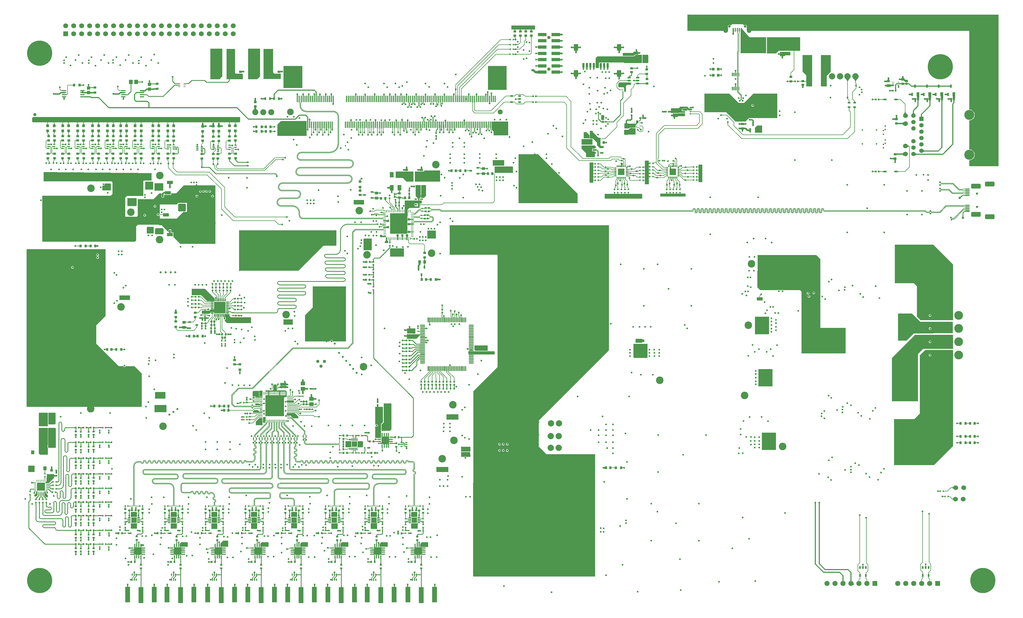
<source format=gtl>
G04*
G04 #@! TF.GenerationSoftware,Altium Limited,Altium Designer,20.2.6 (244)*
G04*
G04 Layer_Physical_Order=1*
G04 Layer_Color=255*
%FSLAX25Y25*%
%MOIN*%
G70*
G04*
G04 #@! TF.SameCoordinates,C0FDDEC0-252B-4CE6-8BE1-5BCEE630C73E*
G04*
G04*
G04 #@! TF.FilePolarity,Positive*
G04*
G01*
G75*
%ADD10C,0.00984*%
%ADD11C,0.02000*%
%ADD12C,0.00787*%
%ADD13C,0.00600*%
%ADD14C,0.01000*%
%ADD15C,0.00800*%
%ADD18C,0.01575*%
%ADD21C,0.00500*%
%ADD35R,0.04331X0.02362*%
%ADD36R,0.04528X0.05709*%
%ADD37R,0.01083X0.00984*%
%ADD38R,0.00984X0.01083*%
%ADD39R,0.02598X0.02441*%
%ADD40R,0.02441X0.02598*%
%ADD42R,0.03543X0.02953*%
%ADD43R,0.00984X0.01968*%
%ADD44R,0.00984X0.00591*%
%ADD45R,0.03850X0.02200*%
%ADD46R,0.03543X0.02756*%
%ADD47R,0.03740X0.03150*%
%ADD48R,0.05709X0.07874*%
%ADD49R,0.03150X0.05906*%
%ADD50R,0.17700X0.18100*%
%ADD51R,0.01400X0.07900*%
%ADD52R,0.05512X0.01181*%
%ADD53R,0.03150X0.03740*%
G04:AMPARAMS|DCode=54|XSize=21.65mil|YSize=31.5mil|CornerRadius=1.95mil|HoleSize=0mil|Usage=FLASHONLY|Rotation=0.000|XOffset=0mil|YOffset=0mil|HoleType=Round|Shape=RoundedRectangle|*
%AMROUNDEDRECTD54*
21,1,0.02165,0.02760,0,0,0.0*
21,1,0.01776,0.03150,0,0,0.0*
1,1,0.00390,0.00888,-0.01380*
1,1,0.00390,-0.00888,-0.01380*
1,1,0.00390,-0.00888,0.01380*
1,1,0.00390,0.00888,0.01380*
%
%ADD54ROUNDEDRECTD54*%
%ADD55R,0.03937X0.11024*%
%ADD56R,0.02362X0.02165*%
G04:AMPARAMS|DCode=57|XSize=21.65mil|YSize=31.5mil|CornerRadius=1.95mil|HoleSize=0mil|Usage=FLASHONLY|Rotation=270.000|XOffset=0mil|YOffset=0mil|HoleType=Round|Shape=RoundedRectangle|*
%AMROUNDEDRECTD57*
21,1,0.02165,0.02760,0,0,270.0*
21,1,0.01776,0.03150,0,0,270.0*
1,1,0.00390,-0.01380,-0.00888*
1,1,0.00390,-0.01380,0.00888*
1,1,0.00390,0.01380,0.00888*
1,1,0.00390,0.01380,-0.00888*
%
%ADD57ROUNDEDRECTD57*%
%ADD58R,0.02600X0.00900*%
%ADD59R,0.06299X0.19291*%
%ADD60R,0.05906X0.20472*%
%ADD61R,0.01181X0.02756*%
%ADD62R,0.02300X0.05200*%
%ADD63R,0.03740X0.03347*%
%ADD64R,0.01772X0.05118*%
%ADD65R,0.04528X0.05512*%
%ADD66R,0.02047X0.02047*%
%ADD67O,0.01181X0.05315*%
%ADD68R,0.03937X0.04134*%
%ADD69R,0.10827X0.03937*%
%ADD70R,0.02047X0.02835*%
%ADD71R,0.01772X0.02165*%
%ADD72R,0.05512X0.01772*%
%ADD73R,0.02165X0.01772*%
%ADD74R,0.03937X0.04724*%
%ADD75R,0.02165X0.02165*%
%ADD76R,0.02284X0.02598*%
%ADD77R,0.02323X0.02441*%
%ADD78R,0.01968X0.01968*%
%ADD79R,0.05512X0.04921*%
%ADD80R,0.04921X0.05512*%
%ADD81O,0.00984X0.03543*%
%ADD82O,0.03543X0.00984*%
%ADD83R,0.04375X0.02365*%
%ADD84O,0.00984X0.03150*%
%ADD85O,0.03150X0.00984*%
%ADD86R,0.01378X0.01968*%
%ADD87R,0.01968X0.01378*%
%ADD88R,0.03956X0.01535*%
%ADD89R,0.01535X0.03956*%
%ADD90O,0.00787X0.03543*%
%ADD91O,0.03543X0.00787*%
%ADD92R,0.02441X0.02323*%
%ADD93R,0.02835X0.02047*%
%ADD94R,0.01968X0.01968*%
%ADD95R,0.02598X0.02284*%
%ADD96R,0.05906X0.01181*%
%ADD97R,0.01181X0.05906*%
%ADD98R,0.03740X0.02362*%
%ADD99R,0.02953X0.03543*%
%ADD100R,0.04331X0.03937*%
G04:AMPARAMS|DCode=101|XSize=7.87mil|YSize=17.72mil|CornerRadius=1.97mil|HoleSize=0mil|Usage=FLASHONLY|Rotation=180.000|XOffset=0mil|YOffset=0mil|HoleType=Round|Shape=RoundedRectangle|*
%AMROUNDEDRECTD101*
21,1,0.00787,0.01378,0,0,180.0*
21,1,0.00394,0.01772,0,0,180.0*
1,1,0.00394,-0.00197,0.00689*
1,1,0.00394,0.00197,0.00689*
1,1,0.00394,0.00197,-0.00689*
1,1,0.00394,-0.00197,-0.00689*
%
%ADD101ROUNDEDRECTD101*%
%ADD102R,0.05512X0.04528*%
%ADD103R,0.02756X0.01378*%
%ADD105R,0.01200X0.03200*%
%ADD106R,0.03200X0.01200*%
%ADD107R,0.03937X0.03543*%
%ADD108R,0.02756X0.01181*%
%ADD110R,0.02756X0.03543*%
%ADD111R,0.02165X0.02362*%
%ADD112R,0.02953X0.01772*%
%ADD113R,0.02165X0.03740*%
%ADD114R,0.02362X0.04134*%
%ADD115R,0.03543X0.03937*%
%ADD116R,0.02362X0.03740*%
%ADD117R,0.04921X0.06890*%
%ADD118R,0.03347X0.03543*%
%ADD119R,0.02362X0.03150*%
%ADD120R,0.03150X0.02362*%
%ADD121R,0.03347X0.03740*%
%ADD122R,0.03740X0.02165*%
G04:AMPARAMS|DCode=123|XSize=7.87mil|YSize=17.72mil|CornerRadius=1.97mil|HoleSize=0mil|Usage=FLASHONLY|Rotation=90.000|XOffset=0mil|YOffset=0mil|HoleType=Round|Shape=RoundedRectangle|*
%AMROUNDEDRECTD123*
21,1,0.00787,0.01378,0,0,90.0*
21,1,0.00394,0.01772,0,0,90.0*
1,1,0.00394,0.00689,0.00197*
1,1,0.00394,0.00689,-0.00197*
1,1,0.00394,-0.00689,-0.00197*
1,1,0.00394,-0.00689,0.00197*
%
%ADD123ROUNDEDRECTD123*%
%ADD167R,0.09449X0.09449*%
%ADD168R,0.09449X0.09449*%
%ADD182R,0.12800X0.12800*%
%ADD199C,0.06300*%
G04:AMPARAMS|DCode=208|XSize=45.28mil|YSize=70.87mil|CornerRadius=22.64mil|HoleSize=0mil|Usage=FLASHONLY|Rotation=180.000|XOffset=0mil|YOffset=0mil|HoleType=Round|Shape=RoundedRectangle|*
%AMROUNDEDRECTD208*
21,1,0.04528,0.02559,0,0,180.0*
21,1,0.00000,0.07087,0,0,180.0*
1,1,0.04528,0.00000,0.01280*
1,1,0.04528,0.00000,0.01280*
1,1,0.04528,0.00000,-0.01280*
1,1,0.04528,0.00000,-0.01280*
%
%ADD208ROUNDEDRECTD208*%
G04:AMPARAMS|DCode=209|XSize=57.09mil|YSize=78.74mil|CornerRadius=28.54mil|HoleSize=0mil|Usage=FLASHONLY|Rotation=180.000|XOffset=0mil|YOffset=0mil|HoleType=Round|Shape=RoundedRectangle|*
%AMROUNDEDRECTD209*
21,1,0.05709,0.02165,0,0,180.0*
21,1,0.00000,0.07874,0,0,180.0*
1,1,0.05709,0.00000,0.01083*
1,1,0.05709,0.00000,0.01083*
1,1,0.05709,0.00000,-0.01083*
1,1,0.05709,0.00000,-0.01083*
%
%ADD209ROUNDEDRECTD209*%
%ADD210C,0.03150*%
%ADD231C,0.00508*%
%ADD232C,0.00872*%
%ADD233R,0.07480X0.04331*%
%ADD234R,0.20472X0.20472*%
%ADD235R,0.10039X0.10039*%
%ADD236R,0.08268X0.08268*%
%ADD237R,0.21654X0.21654*%
%ADD238R,0.06500X0.06500*%
%ADD239R,0.06500X0.06500*%
%ADD240C,0.01200*%
%ADD241C,0.01500*%
%ADD242C,0.01968*%
%ADD243C,0.00872*%
%ADD244C,0.01378*%
%ADD245C,0.01181*%
%ADD246C,0.00980*%
%ADD247C,0.00984*%
%ADD248C,0.00508*%
%ADD249C,0.00780*%
%ADD250C,0.01180*%
%ADD251C,0.00613*%
%ADD252C,0.00950*%
%ADD253C,0.00872*%
%ADD254C,0.01600*%
%ADD255C,0.01100*%
%ADD256C,0.00675*%
%ADD257C,0.01800*%
%ADD258C,0.02756*%
%ADD259C,0.08300*%
%ADD260C,0.02854*%
G04:AMPARAMS|DCode=261|XSize=62.99mil|YSize=120.08mil|CornerRadius=15.75mil|HoleSize=0mil|Usage=FLASHONLY|Rotation=90.000|XOffset=0mil|YOffset=0mil|HoleType=Round|Shape=RoundedRectangle|*
%AMROUNDEDRECTD261*
21,1,0.06299,0.08858,0,0,90.0*
21,1,0.03150,0.12008,0,0,90.0*
1,1,0.03150,0.04429,0.01575*
1,1,0.03150,0.04429,-0.01575*
1,1,0.03150,-0.04429,-0.01575*
1,1,0.03150,-0.04429,0.01575*
%
%ADD261ROUNDEDRECTD261*%
%ADD262C,0.09449*%
%ADD263R,0.06496X0.06496*%
%ADD264C,0.06496*%
%ADD265R,0.06201X0.06201*%
%ADD266C,0.06201*%
%ADD267C,0.11000*%
%ADD268C,0.04252*%
%ADD269C,0.05512*%
%ADD270C,0.31496*%
%ADD271C,0.06000*%
%ADD272C,0.07874*%
%ADD273R,0.05512X0.05512*%
%ADD274C,0.06024*%
%ADD275C,0.12598*%
%ADD276C,0.02000*%
%ADD277C,0.03937*%
%ADD278C,0.07480*%
%ADD279C,0.02165*%
%ADD280C,0.04000*%
%ADD281C,0.03000*%
%ADD282C,0.02500*%
%ADD283C,0.01900*%
%ADD284C,0.02756*%
%ADD285C,0.02165*%
%ADD286C,0.01800*%
G36*
X648176Y825184D02*
X648528Y824830D01*
X648505Y820354D01*
X619148Y820354D01*
X618795Y820708D01*
X618795Y823344D01*
X618795Y824856D01*
X619148Y825210D01*
X648176Y825184D01*
D02*
G37*
G36*
X644040Y820095D02*
X644052Y819961D01*
X644072Y819843D01*
X644099Y819741D01*
X644135Y819654D01*
X644178Y819583D01*
X644229Y819528D01*
X644288Y819489D01*
X644355Y819465D01*
X644430Y819457D01*
X642855D01*
X642930Y819465D01*
X642997Y819489D01*
X643056Y819528D01*
X643107Y819583D01*
X643150Y819654D01*
X643186Y819741D01*
X643213Y819843D01*
X643233Y819961D01*
X643245Y820095D01*
X643249Y820245D01*
X644036D01*
X644040Y820095D01*
D02*
G37*
G36*
X637429D02*
X637441Y819961D01*
X637460Y819843D01*
X637488Y819741D01*
X637523Y819654D01*
X637567Y819583D01*
X637618Y819528D01*
X637677Y819489D01*
X637744Y819465D01*
X637819Y819457D01*
X636244D01*
X636319Y819465D01*
X636386Y819489D01*
X636445Y819528D01*
X636496Y819583D01*
X636539Y819654D01*
X636575Y819741D01*
X636602Y819843D01*
X636622Y819961D01*
X636634Y820095D01*
X636638Y820245D01*
X637425D01*
X637429Y820095D01*
D02*
G37*
G36*
X630372D02*
X630384Y819961D01*
X630404Y819843D01*
X630432Y819741D01*
X630467Y819654D01*
X630510Y819583D01*
X630561Y819528D01*
X630620Y819489D01*
X630687Y819465D01*
X630762Y819457D01*
X629187D01*
X629262Y819465D01*
X629329Y819489D01*
X629388Y819528D01*
X629439Y819583D01*
X629483Y819654D01*
X629518Y819741D01*
X629546Y819843D01*
X629565Y819961D01*
X629577Y820095D01*
X629581Y820245D01*
X630369D01*
X630372Y820095D01*
D02*
G37*
G36*
X623449D02*
X623461Y819961D01*
X623481Y819843D01*
X623508Y819741D01*
X623544Y819654D01*
X623587Y819583D01*
X623638Y819528D01*
X623697Y819489D01*
X623764Y819465D01*
X623839Y819457D01*
X622264D01*
X622339Y819465D01*
X622406Y819489D01*
X622465Y819528D01*
X622516Y819583D01*
X622560Y819654D01*
X622595Y819741D01*
X622623Y819843D01*
X622642Y819961D01*
X622654Y820095D01*
X622658Y820245D01*
X623445D01*
X623449Y820095D01*
D02*
G37*
G36*
X679723Y815477D02*
X679770Y815343D01*
X679850Y815225D01*
X679961Y815123D01*
X680104Y815036D01*
X680278Y814965D01*
X680484Y814910D01*
X680722Y814871D01*
X680992Y814847D01*
X681294Y814839D01*
Y813264D01*
X680992Y813257D01*
X680722Y813233D01*
X680484Y813194D01*
X680278Y813138D01*
X680104Y813068D01*
X679961Y812981D01*
X679850Y812879D01*
X679770Y812761D01*
X679723Y812627D01*
X679707Y812477D01*
Y815627D01*
X679723Y815477D01*
D02*
G37*
G36*
X644355Y811217D02*
X644288Y811193D01*
X644229Y811154D01*
X644178Y811098D01*
X644135Y811026D01*
X644099Y810938D01*
X644072Y810834D01*
X644052Y810714D01*
X644040Y810578D01*
X644036Y810426D01*
X643249D01*
X643245Y810578D01*
X643233Y810714D01*
X643213Y810834D01*
X643186Y810938D01*
X643150Y811026D01*
X643107Y811098D01*
X643056Y811154D01*
X642997Y811193D01*
X642930Y811217D01*
X642855Y811226D01*
X644430D01*
X644355Y811217D01*
D02*
G37*
G36*
X637521D02*
X637454Y811193D01*
X637395Y811154D01*
X637344Y811098D01*
X637301Y811026D01*
X637265Y810938D01*
X637238Y810834D01*
X637218Y810714D01*
X637206Y810578D01*
X637202Y810426D01*
X636415D01*
X636411Y810578D01*
X636399Y810714D01*
X636380Y810834D01*
X636352Y810938D01*
X636317Y811026D01*
X636273Y811098D01*
X636222Y811154D01*
X636163Y811193D01*
X636096Y811217D01*
X636021Y811226D01*
X637596D01*
X637521Y811217D01*
D02*
G37*
G36*
X630687D02*
X630620Y811193D01*
X630561Y811154D01*
X630510Y811098D01*
X630467Y811026D01*
X630432Y810938D01*
X630404Y810834D01*
X630384Y810714D01*
X630372Y810578D01*
X630369Y810426D01*
X629581D01*
X629577Y810578D01*
X629565Y810714D01*
X629546Y810834D01*
X629518Y810938D01*
X629483Y811026D01*
X629439Y811098D01*
X629388Y811154D01*
X629329Y811193D01*
X629262Y811217D01*
X629187Y811226D01*
X630762D01*
X630687Y811217D01*
D02*
G37*
G36*
X623811D02*
X623744Y811193D01*
X623685Y811154D01*
X623634Y811098D01*
X623590Y811026D01*
X623555Y810938D01*
X623527Y810834D01*
X623508Y810714D01*
X623496Y810578D01*
X623492Y810426D01*
X622705D01*
X622701Y810578D01*
X622689Y810714D01*
X622669Y810834D01*
X622642Y810938D01*
X622606Y811026D01*
X622563Y811098D01*
X622512Y811154D01*
X622453Y811193D01*
X622386Y811217D01*
X622311Y811226D01*
X623886D01*
X623811Y811217D01*
D02*
G37*
G36*
X624455Y809264D02*
X624466Y809163D01*
X624484Y809066D01*
X624510Y808972D01*
X624542Y808882D01*
X624582Y808795D01*
X624630Y808712D01*
X624684Y808632D01*
X624746Y808556D01*
X624816Y808482D01*
X623300D01*
X623369Y808556D01*
X623431Y808632D01*
X623486Y808712D01*
X623533Y808795D01*
X623573Y808882D01*
X623606Y808972D01*
X623631Y809066D01*
X623649Y809163D01*
X623660Y809264D01*
X623664Y809367D01*
X624451D01*
X624455Y809264D01*
D02*
G37*
G36*
X621998Y808422D02*
X622022Y808355D01*
X622061Y808296D01*
X622117Y808245D01*
X622187Y808202D01*
X622274Y808166D01*
X622376Y808138D01*
X622495Y808119D01*
X622561Y808113D01*
X622604Y808118D01*
X622701Y808136D01*
X622794Y808161D01*
X622885Y808194D01*
X622971Y808234D01*
X623055Y808282D01*
X623135Y808336D01*
X623211Y808398D01*
X623284Y808467D01*
Y806952D01*
X623211Y807021D01*
X623135Y807083D01*
X623055Y807137D01*
X622971Y807185D01*
X622885Y807225D01*
X622794Y807257D01*
X622701Y807283D01*
X622604Y807301D01*
X622561Y807306D01*
X622495Y807300D01*
X622376Y807280D01*
X622274Y807253D01*
X622187Y807217D01*
X622117Y807174D01*
X622061Y807123D01*
X622022Y807064D01*
X621998Y806997D01*
X621990Y806922D01*
Y808497D01*
X621998Y808422D01*
D02*
G37*
G36*
X616712Y806922D02*
X616704Y806997D01*
X616680Y807064D01*
X616640Y807123D01*
X616584Y807174D01*
X616512Y807218D01*
X616424Y807253D01*
X616320Y807281D01*
X616200Y807300D01*
X616064Y807312D01*
X615912Y807316D01*
Y808103D01*
X616064Y808107D01*
X616200Y808119D01*
X616320Y808139D01*
X616424Y808166D01*
X616512Y808202D01*
X616584Y808245D01*
X616640Y808296D01*
X616680Y808355D01*
X616704Y808422D01*
X616712Y808497D01*
Y806922D01*
D02*
G37*
G36*
X679723Y807603D02*
X679770Y807469D01*
X679850Y807351D01*
X679961Y807249D01*
X680104Y807162D01*
X680278Y807091D01*
X680484Y807036D01*
X680722Y806997D01*
X680992Y806973D01*
X681294Y806965D01*
Y805390D01*
X680992Y805383D01*
X680722Y805359D01*
X680484Y805320D01*
X680278Y805264D01*
X680104Y805194D01*
X679961Y805107D01*
X679850Y805005D01*
X679770Y804887D01*
X679723Y804753D01*
X679707Y804603D01*
Y807753D01*
X679723Y807603D01*
D02*
G37*
G36*
X624904Y802075D02*
X624980Y802013D01*
X625060Y801959D01*
X625144Y801911D01*
X625231Y801871D01*
X625321Y801838D01*
X625414Y801813D01*
X625512Y801795D01*
X625612Y801784D01*
X625716Y801780D01*
Y800993D01*
X625612Y800989D01*
X625512Y800978D01*
X625414Y800960D01*
X625321Y800935D01*
X625231Y800902D01*
X625144Y800862D01*
X625060Y800814D01*
X624980Y800760D01*
X624904Y800698D01*
X624831Y800629D01*
Y802144D01*
X624904Y802075D01*
D02*
G37*
G36*
X621998Y802099D02*
X622022Y802032D01*
X622061Y801973D01*
X622117Y801922D01*
X622187Y801879D01*
X622274Y801843D01*
X622376Y801816D01*
X622495Y801796D01*
X622561Y801790D01*
X622604Y801795D01*
X622701Y801813D01*
X622794Y801838D01*
X622885Y801871D01*
X622971Y801911D01*
X623055Y801959D01*
X623135Y802013D01*
X623211Y802075D01*
X623284Y802144D01*
Y800629D01*
X623211Y800698D01*
X623135Y800760D01*
X623055Y800814D01*
X622971Y800862D01*
X622885Y800902D01*
X622794Y800935D01*
X622701Y800960D01*
X622604Y800978D01*
X622561Y800983D01*
X622495Y800977D01*
X622376Y800957D01*
X622274Y800930D01*
X622187Y800894D01*
X622117Y800851D01*
X622061Y800800D01*
X622022Y800741D01*
X621998Y800674D01*
X621990Y800599D01*
Y802174D01*
X621998Y802099D01*
D02*
G37*
G36*
X616712Y800600D02*
X616704Y800675D01*
X616680Y800742D01*
X616640Y800801D01*
X616584Y800852D01*
X616512Y800896D01*
X616424Y800931D01*
X616320Y800959D01*
X616200Y800978D01*
X616064Y800990D01*
X615912Y800994D01*
Y801781D01*
X616064Y801785D01*
X616200Y801797D01*
X616320Y801817D01*
X616424Y801845D01*
X616512Y801880D01*
X616584Y801923D01*
X616640Y801974D01*
X616680Y802034D01*
X616704Y802100D01*
X616712Y802175D01*
Y800600D01*
D02*
G37*
G36*
X652144Y797516D02*
X652137Y797591D01*
X652113Y797658D01*
X652074Y797717D01*
X652018Y797768D01*
X651948Y797812D01*
X651861Y797847D01*
X651759Y797875D01*
X651641Y797894D01*
X651507Y797906D01*
X651456Y797907D01*
X651427Y797906D01*
X651326Y797895D01*
X651229Y797877D01*
X651136Y797852D01*
X651046Y797819D01*
X650959Y797779D01*
X650875Y797732D01*
X650795Y797677D01*
X650719Y797615D01*
X650646Y797546D01*
X650646Y799062D01*
X650719Y798992D01*
X650795Y798931D01*
X650875Y798876D01*
X650959Y798829D01*
X651046Y798789D01*
X651136Y798756D01*
X651229Y798730D01*
X651326Y798712D01*
X651427Y798701D01*
X651456Y798700D01*
X651507Y798701D01*
X651641Y798713D01*
X651759Y798733D01*
X651861Y798761D01*
X651948Y798796D01*
X652018Y798839D01*
X652074Y798890D01*
X652113Y798949D01*
X652137Y799016D01*
X652144Y799091D01*
Y797516D01*
D02*
G37*
G36*
X679723Y799729D02*
X679770Y799595D01*
X679850Y799477D01*
X679961Y799375D01*
X680104Y799288D01*
X680278Y799217D01*
X680484Y799162D01*
X680722Y799123D01*
X680992Y799099D01*
X681294Y799091D01*
Y797516D01*
X680992Y797509D01*
X680722Y797485D01*
X680484Y797446D01*
X680278Y797390D01*
X680104Y797320D01*
X679961Y797233D01*
X679850Y797131D01*
X679770Y797013D01*
X679723Y796879D01*
X679707Y796729D01*
Y799879D01*
X679723Y799729D01*
D02*
G37*
G36*
X756704Y799315D02*
X756752Y799181D01*
X756831Y799063D01*
X756943Y798960D01*
X757085Y798874D01*
X757260Y798803D01*
X757466Y798748D01*
X757704Y798709D01*
X757974Y798685D01*
X758275Y798677D01*
Y797102D01*
X757974Y797094D01*
X757704Y797071D01*
X757466Y797031D01*
X757260Y796976D01*
X757085Y796905D01*
X756943Y796819D01*
X756831Y796716D01*
X756752Y796598D01*
X756704Y796464D01*
X756689Y796315D01*
Y799465D01*
X756704Y799315D01*
D02*
G37*
G36*
X702571D02*
X702618Y799181D01*
X702698Y799063D01*
X702809Y798960D01*
X702951Y798874D01*
X703126Y798803D01*
X703332Y798748D01*
X703570Y798709D01*
X703840Y798685D01*
X704142Y798677D01*
Y797102D01*
X703840Y797094D01*
X703570Y797071D01*
X703332Y797031D01*
X703126Y796976D01*
X702951Y796905D01*
X702809Y796819D01*
X702698Y796716D01*
X702618Y796598D01*
X702571Y796464D01*
X702555Y796315D01*
Y799465D01*
X702571Y799315D01*
D02*
G37*
G36*
X751028Y796240D02*
X751012Y796390D01*
X750964Y796524D01*
X750885Y796642D01*
X750774Y796744D01*
X750631Y796831D01*
X750457Y796902D01*
X750250Y796957D01*
X750012Y796996D01*
X749743Y797020D01*
X749441Y797028D01*
Y798602D01*
X749743Y798610D01*
X750012Y798634D01*
X750250Y798673D01*
X750457Y798728D01*
X750631Y798799D01*
X750774Y798886D01*
X750885Y798988D01*
X750964Y799106D01*
X751012Y799240D01*
X751028Y799390D01*
Y796240D01*
D02*
G37*
G36*
X696894D02*
X696878Y796390D01*
X696831Y796524D01*
X696751Y796642D01*
X696640Y796744D01*
X696497Y796831D01*
X696323Y796902D01*
X696116Y796957D01*
X695879Y796996D01*
X695609Y797020D01*
X695307Y797028D01*
Y798602D01*
X695609Y798610D01*
X695879Y798634D01*
X696116Y798673D01*
X696323Y798728D01*
X696497Y798799D01*
X696640Y798886D01*
X696751Y798988D01*
X696831Y799106D01*
X696878Y799240D01*
X696894Y799390D01*
Y796240D01*
D02*
G37*
G36*
X616712Y794766D02*
X616704Y794841D01*
X616680Y794908D01*
X616640Y794967D01*
X616584Y795018D01*
X616512Y795061D01*
X616424Y795097D01*
X616320Y795124D01*
X616200Y795144D01*
X616064Y795156D01*
X615912Y795160D01*
Y795947D01*
X616064Y795951D01*
X616200Y795963D01*
X616320Y795982D01*
X616424Y796010D01*
X616512Y796045D01*
X616584Y796089D01*
X616640Y796140D01*
X616680Y796199D01*
X616704Y796266D01*
X616712Y796341D01*
Y794766D01*
D02*
G37*
G36*
X624904Y796197D02*
X624980Y796135D01*
X625060Y796081D01*
X625144Y796033D01*
X625231Y795993D01*
X625321Y795961D01*
X625414Y795935D01*
X625512Y795917D01*
X625612Y795906D01*
X625716Y795902D01*
Y795115D01*
X625612Y795111D01*
X625512Y795100D01*
X625414Y795082D01*
X625321Y795057D01*
X625231Y795024D01*
X625144Y794984D01*
X625060Y794936D01*
X624980Y794882D01*
X624904Y794820D01*
X624831Y794751D01*
Y796266D01*
X624904Y796197D01*
D02*
G37*
G36*
X621998Y796221D02*
X622022Y796154D01*
X622061Y796095D01*
X622117Y796044D01*
X622187Y796001D01*
X622274Y795965D01*
X622376Y795938D01*
X622495Y795918D01*
X622561Y795912D01*
X622604Y795917D01*
X622701Y795935D01*
X622794Y795961D01*
X622885Y795993D01*
X622971Y796033D01*
X623055Y796081D01*
X623135Y796135D01*
X623211Y796197D01*
X623284Y796266D01*
Y794751D01*
X623211Y794820D01*
X623135Y794882D01*
X623055Y794936D01*
X622971Y794984D01*
X622885Y795024D01*
X622794Y795057D01*
X622701Y795082D01*
X622604Y795100D01*
X622561Y795105D01*
X622495Y795099D01*
X622376Y795079D01*
X622274Y795052D01*
X622187Y795016D01*
X622117Y794973D01*
X622061Y794922D01*
X622022Y794863D01*
X621998Y794796D01*
X621990Y794721D01*
Y796296D01*
X621998Y796221D01*
D02*
G37*
G36*
X755354Y793874D02*
X755221Y793827D01*
X755102Y793748D01*
X755000Y793638D01*
X754913Y793496D01*
X754843Y793323D01*
X754787Y793118D01*
X754748Y792882D01*
X754725Y792614D01*
X754717Y792315D01*
X753142D01*
X753134Y792614D01*
X753110Y792882D01*
X753071Y793118D01*
X753016Y793323D01*
X752945Y793496D01*
X752858Y793638D01*
X752756Y793748D01*
X752638Y793827D01*
X752504Y793874D01*
X752354Y793890D01*
X755504D01*
X755354Y793874D01*
D02*
G37*
G36*
X701221D02*
X701087Y793827D01*
X700969Y793748D01*
X700866Y793638D01*
X700780Y793496D01*
X700709Y793323D01*
X700654Y793118D01*
X700614Y792882D01*
X700591Y792614D01*
X700583Y792315D01*
X699008D01*
X699000Y792614D01*
X698976Y792882D01*
X698937Y793118D01*
X698882Y793323D01*
X698811Y793496D01*
X698725Y793638D01*
X698622Y793748D01*
X698504Y793827D01*
X698370Y793874D01*
X698220Y793890D01*
X701370D01*
X701221Y793874D01*
D02*
G37*
G36*
X652144Y789642D02*
X652137Y789717D01*
X652113Y789784D01*
X652074Y789843D01*
X652018Y789894D01*
X651948Y789938D01*
X651861Y789973D01*
X651759Y790001D01*
X651641Y790020D01*
X651507Y790032D01*
X651456Y790033D01*
X651427Y790032D01*
X651326Y790022D01*
X651229Y790003D01*
X651136Y789978D01*
X651046Y789945D01*
X650959Y789905D01*
X650875Y789858D01*
X650795Y789803D01*
X650719Y789741D01*
X650646Y789672D01*
Y791188D01*
X650719Y791118D01*
X650795Y791057D01*
X650875Y791002D01*
X650959Y790955D01*
X651046Y790914D01*
X651136Y790882D01*
X651229Y790856D01*
X651326Y790838D01*
X651427Y790827D01*
X651456Y790826D01*
X651507Y790827D01*
X651641Y790839D01*
X651759Y790859D01*
X651861Y790886D01*
X651948Y790922D01*
X652018Y790965D01*
X652074Y791016D01*
X652113Y791076D01*
X652137Y791142D01*
X652144Y791217D01*
Y789642D01*
D02*
G37*
G36*
X917130Y810756D02*
X937957Y810756D01*
X937957Y790619D01*
X906000Y790619D01*
X906000Y821400D01*
X907897Y821400D01*
X917130Y810756D01*
D02*
G37*
G36*
X980770Y810644D02*
X980770Y793617D01*
X968776D01*
X953911Y793617D01*
X950722Y790428D01*
X939209Y790428D01*
X939209Y810644D01*
X980770Y810644D01*
D02*
G37*
G36*
X776387Y793543D02*
X776411Y793275D01*
X776450Y793039D01*
X776506Y792835D01*
X776576Y792661D01*
X776629Y792576D01*
X777749D01*
Y791832D01*
X777919Y791782D01*
X778123Y791741D01*
X778360Y791712D01*
X778627Y791695D01*
X778927Y791689D01*
Y790114D01*
X778627Y790108D01*
X778123Y790062D01*
X777919Y790022D01*
X777749Y789971D01*
Y789352D01*
X777396Y788999D01*
X774303Y789005D01*
X774112Y788926D01*
X774068Y788908D01*
X773866D01*
X772204Y787246D01*
X758601D01*
Y790826D01*
X770817D01*
X772501Y792576D01*
X774556D01*
X774608Y792661D01*
X774679Y792835D01*
X774734Y793039D01*
X774773Y793275D01*
X774797Y793543D01*
X774805Y793842D01*
X776379D01*
X776387Y793543D01*
D02*
G37*
G36*
X679723Y791855D02*
X679770Y791721D01*
X679850Y791603D01*
X679961Y791501D01*
X680104Y791414D01*
X680278Y791343D01*
X680484Y791288D01*
X680722Y791249D01*
X680992Y791225D01*
X681294Y791217D01*
Y789642D01*
X680992Y789635D01*
X680722Y789611D01*
X680484Y789572D01*
X680278Y789516D01*
X680104Y789446D01*
X679961Y789359D01*
X679850Y789257D01*
X679770Y789139D01*
X679723Y789005D01*
X679707Y788855D01*
Y792005D01*
X679723Y791855D01*
D02*
G37*
G36*
X616269Y788506D02*
X616261Y788581D01*
X616237Y788648D01*
X616197Y788707D01*
X616141Y788758D01*
X616069Y788802D01*
X615981Y788837D01*
X615877Y788865D01*
X615757Y788884D01*
X615622Y788896D01*
X615470Y788900D01*
Y789687D01*
X615622Y789691D01*
X615757Y789703D01*
X615877Y789723D01*
X615981Y789750D01*
X616069Y789786D01*
X616141Y789829D01*
X616197Y789880D01*
X616237Y789939D01*
X616261Y790006D01*
X616269Y790081D01*
Y788506D01*
D02*
G37*
G36*
X624904Y789929D02*
X624980Y789868D01*
X625060Y789813D01*
X625144Y789766D01*
X625231Y789726D01*
X625321Y789693D01*
X625414Y789667D01*
X625512Y789649D01*
X625612Y789638D01*
X625716Y789635D01*
Y788847D01*
X625612Y788843D01*
X625512Y788833D01*
X625414Y788814D01*
X625321Y788789D01*
X625231Y788756D01*
X625144Y788716D01*
X625060Y788669D01*
X624980Y788614D01*
X624904Y788552D01*
X624831Y788483D01*
Y789999D01*
X624904Y789929D01*
D02*
G37*
G36*
X623284Y788483D02*
X623211Y788552D01*
X623135Y788614D01*
X623055Y788669D01*
X622971Y788716D01*
X622885Y788756D01*
X622794Y788789D01*
X622701Y788814D01*
X622604Y788833D01*
X622503Y788843D01*
X622400Y788847D01*
Y789635D01*
X622503Y789638D01*
X622604Y789649D01*
X622701Y789667D01*
X622794Y789693D01*
X622885Y789726D01*
X622971Y789766D01*
X623055Y789813D01*
X623135Y789868D01*
X623211Y789929D01*
X623284Y789999D01*
Y788483D01*
D02*
G37*
G36*
X621556Y789953D02*
X621580Y789887D01*
X621619Y789827D01*
X621674Y789776D01*
X621745Y789733D01*
X621831Y789698D01*
X621934Y789670D01*
X622052Y789650D01*
X622186Y789639D01*
X622335Y789635D01*
Y788847D01*
X622186Y788843D01*
X622052Y788831D01*
X621934Y788812D01*
X621831Y788784D01*
X621745Y788749D01*
X621674Y788705D01*
X621619Y788654D01*
X621580Y788595D01*
X621556Y788528D01*
X621548Y788453D01*
Y790028D01*
X621556Y789953D01*
D02*
G37*
G36*
X968486Y791656D02*
X968486Y789105D01*
Y788065D01*
X964943D01*
X962439Y788065D01*
X961258Y786884D01*
X959581Y786884D01*
X959341D01*
X959301Y786819D01*
X959231Y786646D01*
X959175Y786441D01*
X959136Y786205D01*
X959112Y785937D01*
X959105Y785638D01*
X957530D01*
X957522Y785937D01*
X957498Y786205D01*
X957459Y786441D01*
X957404Y786646D01*
X957333Y786819D01*
X957293Y786884D01*
X957012D01*
X955470Y786884D01*
X955470Y787947D01*
Y788248D01*
X955442Y788290D01*
X955331Y788392D01*
X955189Y788479D01*
X955014Y788550D01*
X954808Y788605D01*
X954570Y788644D01*
X954300Y788668D01*
X953998Y788676D01*
Y790250D01*
X954300Y790258D01*
X954570Y790282D01*
X954808Y790321D01*
X955014Y790377D01*
X955189Y790447D01*
X955331Y790534D01*
X955442Y790636D01*
X955470Y790678D01*
Y791089D01*
X955470Y792412D01*
X968486D01*
X968486Y791656D01*
D02*
G37*
G36*
X782611Y788447D02*
Y786661D01*
X782611Y778288D01*
X760353D01*
X759595Y779047D01*
X729106D01*
X728886Y778827D01*
X728673D01*
Y778614D01*
X728603Y778544D01*
Y772509D01*
X728194Y772100D01*
X724645Y772100D01*
X724421Y772324D01*
X724421Y784565D01*
X726553Y786697D01*
X772478Y786667D01*
X774302Y788463D01*
X782611Y788447D01*
D02*
G37*
G36*
X652144Y781768D02*
X652137Y781843D01*
X652113Y781910D01*
X652074Y781969D01*
X652018Y782020D01*
X651948Y782064D01*
X651861Y782099D01*
X651759Y782127D01*
X651641Y782146D01*
X651507Y782158D01*
X651456Y782160D01*
X651427Y782158D01*
X651326Y782148D01*
X651229Y782129D01*
X651136Y782104D01*
X651046Y782071D01*
X650959Y782031D01*
X650875Y781984D01*
X650795Y781929D01*
X650719Y781867D01*
X650646Y781798D01*
X650646Y783314D01*
X650719Y783245D01*
X650795Y783182D01*
X650875Y783128D01*
X650959Y783081D01*
X651046Y783041D01*
X651136Y783008D01*
X651229Y782982D01*
X651326Y782964D01*
X651427Y782953D01*
X651456Y782952D01*
X651507Y782953D01*
X651641Y782965D01*
X651759Y782985D01*
X651861Y783012D01*
X651948Y783048D01*
X652018Y783091D01*
X652074Y783142D01*
X652113Y783202D01*
X652137Y783268D01*
X652144Y783343D01*
Y781768D01*
D02*
G37*
G36*
X679723Y783981D02*
X679770Y783847D01*
X679850Y783729D01*
X679961Y783627D01*
X680104Y783540D01*
X680278Y783469D01*
X680484Y783414D01*
X680722Y783375D01*
X680992Y783351D01*
X681294Y783343D01*
Y781768D01*
X680992Y781761D01*
X680722Y781737D01*
X680484Y781698D01*
X680278Y781642D01*
X680104Y781571D01*
X679961Y781485D01*
X679850Y781383D01*
X679770Y781264D01*
X679723Y781131D01*
X679707Y780981D01*
Y784131D01*
X679723Y783981D01*
D02*
G37*
G36*
X790507Y787852D02*
X790507Y778893D01*
X789955Y778341D01*
X783152Y778341D01*
X783152Y786661D01*
Y788447D01*
X783189Y788502D01*
X789857Y788502D01*
X790507Y787852D01*
D02*
G37*
G36*
X652144Y773914D02*
X652137Y773989D01*
X652113Y774056D01*
X652074Y774115D01*
X652018Y774166D01*
X651948Y774209D01*
X651861Y774245D01*
X651759Y774272D01*
X651641Y774292D01*
X651507Y774304D01*
X651456Y774305D01*
X651427Y774304D01*
X651326Y774293D01*
X651229Y774275D01*
X651136Y774250D01*
X651046Y774217D01*
X650959Y774177D01*
X650875Y774129D01*
X650795Y774075D01*
X650719Y774013D01*
X650646Y773944D01*
Y775459D01*
X650719Y775390D01*
X650795Y775328D01*
X650875Y775274D01*
X650959Y775226D01*
X651046Y775186D01*
X651136Y775154D01*
X651229Y775128D01*
X651326Y775110D01*
X651427Y775099D01*
X651456Y775098D01*
X651507Y775099D01*
X651641Y775111D01*
X651759Y775131D01*
X651861Y775158D01*
X651948Y775194D01*
X652018Y775237D01*
X652074Y775288D01*
X652113Y775347D01*
X652137Y775414D01*
X652144Y775489D01*
Y773914D01*
D02*
G37*
G36*
X679723Y776107D02*
X679770Y775973D01*
X679850Y775855D01*
X679961Y775753D01*
X680104Y775666D01*
X680278Y775595D01*
X680484Y775540D01*
X680722Y775501D01*
X680992Y775477D01*
X681294Y775469D01*
Y773894D01*
X680992Y773886D01*
X680722Y773863D01*
X680484Y773823D01*
X680278Y773768D01*
X680104Y773698D01*
X679961Y773611D01*
X679850Y773509D01*
X679770Y773390D01*
X679723Y773257D01*
X679707Y773107D01*
Y776257D01*
X679723Y776107D01*
D02*
G37*
G36*
X718150Y772508D02*
X718152Y772433D01*
X718543D01*
X718469Y772425D01*
X718402Y772402D01*
X718342Y772362D01*
X718291Y772307D01*
X718248Y772236D01*
X718213Y772150D01*
X718204Y772119D01*
X718206Y772112D01*
X718238Y772021D01*
X718277Y771933D01*
X718322Y771848D01*
X718375Y771766D01*
X718435Y771687D01*
X718502Y771611D01*
X717551Y771646D01*
X717362D01*
X717362Y771653D01*
X716987Y771666D01*
X717059Y771737D01*
X717122Y771811D01*
X717178Y771888D01*
X717227Y771970D01*
X717269Y772055D01*
X717301Y772142D01*
X717299Y772150D01*
X717264Y772236D01*
X717220Y772307D01*
X717169Y772362D01*
X717110Y772402D01*
X717043Y772425D01*
X716968Y772433D01*
X717358D01*
X717358Y772435D01*
X717362Y772539D01*
X718150Y772508D01*
D02*
G37*
G36*
X880961Y769960D02*
X880862Y770057D01*
X880668Y770220D01*
X880573Y770286D01*
X880480Y770341D01*
X880387Y770387D01*
X880296Y770423D01*
X880207Y770448D01*
X880118Y770463D01*
X880097Y770465D01*
X880026Y770458D01*
X879949Y770446D01*
X879883Y770428D01*
X879826Y770406D01*
X879780Y770378D01*
X879745Y770346D01*
X879719Y770308D01*
X879704Y770266D01*
X879698Y770218D01*
Y771218D01*
X879704Y771171D01*
X879719Y771128D01*
X879745Y771091D01*
X879780Y771058D01*
X879826Y771031D01*
X879883Y771008D01*
X879949Y770991D01*
X880026Y770978D01*
X880097Y770972D01*
X880118Y770973D01*
X880207Y770989D01*
X880296Y771014D01*
X880387Y771050D01*
X880480Y771095D01*
X880573Y771151D01*
X880668Y771217D01*
X880765Y771293D01*
X880862Y771380D01*
X880961Y771476D01*
Y769960D01*
D02*
G37*
G36*
X869100Y771378D02*
X869294Y771215D01*
X869389Y771149D01*
X869483Y771094D01*
X869575Y771048D01*
X869666Y771012D01*
X869756Y770987D01*
X869793Y770981D01*
X869844Y770989D01*
X869909Y771006D01*
X869964Y771029D01*
X870009Y771057D01*
X870044Y771089D01*
X870069Y771127D01*
X870084Y771169D01*
X870089Y771216D01*
Y770217D01*
X870084Y770264D01*
X870069Y770306D01*
X870044Y770344D01*
X870009Y770376D01*
X869964Y770404D01*
X869909Y770427D01*
X869844Y770444D01*
X869793Y770453D01*
X869756Y770446D01*
X869666Y770421D01*
X869575Y770385D01*
X869483Y770340D01*
X869389Y770284D01*
X869294Y770218D01*
X869198Y770142D01*
X869100Y770055D01*
X869001Y769959D01*
Y771474D01*
X869100Y771378D01*
D02*
G37*
G36*
X900211Y767871D02*
X900183Y767797D01*
X900181Y767789D01*
X900424Y767802D01*
X900359Y767725D01*
X900300Y767645D01*
X900248Y767562D01*
X900203Y767476D01*
X900165Y767387D01*
X900134Y767295D01*
X900109Y767201D01*
X900102Y767160D01*
X900094Y766928D01*
X900112Y766719D01*
X900131Y766612D01*
X900154Y766512D01*
X900181Y766421D01*
X900213Y766338D01*
X900249Y766263D01*
X900288Y766196D01*
X899199D01*
X899216Y766230D01*
X899232Y766277D01*
X899246Y766337D01*
X899258Y766410D01*
X899276Y766596D01*
X899279Y766662D01*
X899244Y767200D01*
X899230Y767247D01*
X899196Y767336D01*
X899154Y767420D01*
X899105Y767501D01*
X899048Y767578D01*
X898983Y767650D01*
X898911Y767719D01*
X899201Y767735D01*
X899186Y767797D01*
X899158Y767871D01*
X899127Y767917D01*
X900242D01*
X900211Y767871D01*
D02*
G37*
G36*
X280903Y768756D02*
X280951Y768687D01*
X281029Y768626D01*
X281140Y768572D01*
X281281Y768527D01*
X281455Y768491D01*
X281659Y768462D01*
X281895Y768442D01*
X282463Y768425D01*
Y766850D01*
X282163Y766843D01*
X281895Y766819D01*
X281659Y766780D01*
X281455Y766724D01*
X281281Y766653D01*
X281140Y766567D01*
X281029Y766465D01*
X280951Y766347D01*
X280903Y766213D01*
X280888Y766063D01*
Y768834D01*
X280903Y768756D01*
D02*
G37*
G36*
X329079Y768614D02*
X329126Y768574D01*
X329205Y768539D01*
X329315Y768509D01*
X329457Y768483D01*
X329630Y768462D01*
X330071Y768434D01*
X330638Y768425D01*
Y766850D01*
X330339Y766843D01*
X330071Y766819D01*
X329835Y766780D01*
X329630Y766724D01*
X329457Y766653D01*
X329315Y766567D01*
X329205Y766465D01*
X329126Y766347D01*
X329079Y766213D01*
X329063Y766063D01*
Y768658D01*
X329079Y768614D01*
D02*
G37*
G36*
X679723Y768233D02*
X679770Y768099D01*
X679850Y767981D01*
X679961Y767879D01*
X680104Y767792D01*
X680278Y767721D01*
X680484Y767666D01*
X680722Y767627D01*
X680992Y767603D01*
X681294Y767595D01*
Y766020D01*
X680992Y766012D01*
X680722Y765989D01*
X680484Y765949D01*
X680278Y765894D01*
X680104Y765824D01*
X679961Y765737D01*
X679850Y765634D01*
X679770Y765516D01*
X679723Y765383D01*
X679707Y765233D01*
Y768383D01*
X679723Y768233D01*
D02*
G37*
G36*
X652144Y764851D02*
X652117Y764961D01*
X652034Y765060D01*
X651896Y765146D01*
X651704Y765222D01*
X651455Y765285D01*
X651152Y765337D01*
X650794Y765378D01*
X649912Y765424D01*
X649389Y765430D01*
Y768186D01*
X649912Y768191D01*
X651152Y768278D01*
X651455Y768330D01*
X651704Y768394D01*
X651896Y768469D01*
X652034Y768556D01*
X652117Y768654D01*
X652144Y768764D01*
Y764851D01*
D02*
G37*
G36*
X702571Y766638D02*
X702618Y766504D01*
X702698Y766386D01*
X702809Y766283D01*
X702951Y766197D01*
X703126Y766126D01*
X703332Y766071D01*
X703570Y766031D01*
X703840Y766008D01*
X704142Y766000D01*
Y764425D01*
X703840Y764417D01*
X703570Y764394D01*
X703332Y764354D01*
X703126Y764299D01*
X702951Y764228D01*
X702809Y764142D01*
X702698Y764039D01*
X702618Y763921D01*
X702571Y763787D01*
X702555Y763638D01*
Y766787D01*
X702571Y766638D01*
D02*
G37*
G36*
X696894Y763563D02*
X696878Y763713D01*
X696831Y763846D01*
X696751Y763965D01*
X696640Y764067D01*
X696497Y764153D01*
X696323Y764224D01*
X696116Y764280D01*
X695879Y764319D01*
X695609Y764342D01*
X695307Y764350D01*
Y765925D01*
X695609Y765933D01*
X695879Y765957D01*
X696116Y765996D01*
X696323Y766051D01*
X696497Y766122D01*
X696640Y766209D01*
X696751Y766311D01*
X696831Y766429D01*
X696878Y766563D01*
X696894Y766713D01*
Y763563D01*
D02*
G37*
G36*
X756704Y766547D02*
X756752Y766413D01*
X756831Y766295D01*
X756943Y766193D01*
X757085Y766106D01*
X757260Y766035D01*
X757466Y765980D01*
X757704Y765941D01*
X757974Y765917D01*
X758275Y765909D01*
Y764334D01*
X757974Y764326D01*
X757704Y764303D01*
X757466Y764263D01*
X757260Y764208D01*
X757085Y764138D01*
X756943Y764051D01*
X756831Y763949D01*
X756752Y763831D01*
X756704Y763697D01*
X756689Y763547D01*
Y766697D01*
X756704Y766547D01*
D02*
G37*
G36*
X751028Y763472D02*
X751012Y763622D01*
X750964Y763756D01*
X750885Y763874D01*
X750774Y763976D01*
X750631Y764063D01*
X750457Y764134D01*
X750250Y764189D01*
X750012Y764228D01*
X749743Y764252D01*
X749441Y764260D01*
Y765835D01*
X749743Y765842D01*
X750012Y765866D01*
X750250Y765905D01*
X750457Y765961D01*
X750631Y766031D01*
X750774Y766118D01*
X750885Y766220D01*
X750964Y766338D01*
X751012Y766472D01*
X751028Y766622D01*
Y763472D01*
D02*
G37*
G36*
X880961Y762195D02*
X880862Y762291D01*
X880668Y762454D01*
X880573Y762520D01*
X880480Y762576D01*
X880387Y762621D01*
X880296Y762657D01*
X880207Y762682D01*
X880118Y762698D01*
X880097Y762699D01*
X880026Y762693D01*
X879949Y762680D01*
X879883Y762663D01*
X879826Y762640D01*
X879780Y762613D01*
X879745Y762580D01*
X879719Y762543D01*
X879704Y762500D01*
X879698Y762453D01*
Y763453D01*
X879704Y763405D01*
X879719Y763363D01*
X879745Y763325D01*
X879780Y763293D01*
X879826Y763265D01*
X879883Y763243D01*
X879949Y763225D01*
X880026Y763213D01*
X880097Y763207D01*
X880118Y763208D01*
X880207Y763223D01*
X880296Y763248D01*
X880387Y763284D01*
X880480Y763330D01*
X880573Y763386D01*
X880668Y763452D01*
X880765Y763528D01*
X880862Y763614D01*
X880961Y763711D01*
Y762195D01*
D02*
G37*
G36*
X869100Y763614D02*
X869294Y763452D01*
X869389Y763386D01*
X869483Y763330D01*
X869575Y763284D01*
X869666Y763248D01*
X869756Y763223D01*
X869793Y763217D01*
X869844Y763225D01*
X869909Y763243D01*
X869964Y763265D01*
X870009Y763293D01*
X870044Y763325D01*
X870069Y763363D01*
X870084Y763405D01*
X870089Y763453D01*
Y762453D01*
X870084Y762500D01*
X870069Y762543D01*
X870044Y762580D01*
X870009Y762613D01*
X869964Y762640D01*
X869909Y762663D01*
X869844Y762680D01*
X869793Y762689D01*
X869756Y762682D01*
X869666Y762657D01*
X869575Y762621D01*
X869483Y762576D01*
X869389Y762520D01*
X869294Y762454D01*
X869198Y762378D01*
X869100Y762291D01*
X869001Y762195D01*
Y763711D01*
X869100Y763614D01*
D02*
G37*
G36*
X969549Y762834D02*
X969561Y762700D01*
X969580Y762582D01*
X969608Y762479D01*
X969643Y762393D01*
X969687Y762322D01*
X969738Y762267D01*
X969797Y762227D01*
X969864Y762204D01*
X969938Y762196D01*
X968364D01*
X968438Y762204D01*
X968505Y762227D01*
X968564Y762267D01*
X968616Y762322D01*
X968659Y762393D01*
X968694Y762479D01*
X968722Y762582D01*
X968742Y762700D01*
X968753Y762834D01*
X968757Y762983D01*
X969545D01*
X969549Y762834D01*
D02*
G37*
G36*
X701221Y761197D02*
X701087Y761150D01*
X700969Y761071D01*
X700866Y760961D01*
X700780Y760819D01*
X700709Y760646D01*
X700654Y760441D01*
X700614Y760205D01*
X700591Y759937D01*
X700583Y759638D01*
X699008D01*
X699000Y759937D01*
X698976Y760205D01*
X698937Y760441D01*
X698882Y760646D01*
X698811Y760819D01*
X698725Y760961D01*
X698622Y761071D01*
X698504Y761150D01*
X698370Y761197D01*
X698220Y761213D01*
X701370D01*
X701221Y761197D01*
D02*
G37*
G36*
X755264Y761197D02*
X755130Y761150D01*
X755012Y761071D01*
X754909Y760961D01*
X754823Y760819D01*
X754752Y760646D01*
X754697Y760441D01*
X754657Y760205D01*
X754634Y759937D01*
X754626Y759638D01*
X753051D01*
X753043Y759937D01*
X753020Y760205D01*
X752980Y760441D01*
X752925Y760646D01*
X752854Y760819D01*
X752768Y760961D01*
X752665Y761071D01*
X752547Y761150D01*
X752413Y761197D01*
X752264Y761213D01*
X755413D01*
X755264Y761197D01*
D02*
G37*
G36*
X319978Y766716D02*
X321767Y764927D01*
X329790Y764927D01*
X329790Y758123D01*
X308277Y758123D01*
Y796061D01*
X319978D01*
X319978Y766716D01*
D02*
G37*
G36*
X303688Y761761D02*
X299988Y758083D01*
X297858D01*
X288643Y758083D01*
X288643Y796135D01*
X303688Y796135D01*
X303688Y761761D01*
D02*
G37*
G36*
X272430Y765920D02*
X273462Y764888D01*
X282060Y764888D01*
X282060Y758083D01*
X261927Y758083D01*
Y795813D01*
X272430D01*
Y765920D01*
D02*
G37*
G36*
X256501Y761761D02*
X252801Y758083D01*
X250672D01*
X241456Y758083D01*
X241456Y796135D01*
X256501Y796135D01*
X256501Y761761D01*
D02*
G37*
G36*
X1092122Y758087D02*
X1092146Y757820D01*
X1092185Y757583D01*
X1092241Y757379D01*
X1092311Y757205D01*
X1092398Y757064D01*
X1092500Y756953D01*
X1092618Y756875D01*
X1092752Y756827D01*
X1092902Y756812D01*
X1089752D01*
X1089902Y756827D01*
X1090036Y756875D01*
X1090154Y756953D01*
X1090256Y757064D01*
X1090343Y757205D01*
X1090414Y757379D01*
X1090469Y757583D01*
X1090508Y757820D01*
X1090532Y758087D01*
X1090540Y758387D01*
X1092115D01*
X1092122Y758087D01*
D02*
G37*
G36*
X1052582Y758285D02*
X1051519Y757070D01*
X1051259Y756712D01*
X1051046Y756376D01*
X1050881Y756065D01*
X1050763Y755776D01*
X1050692Y755511D01*
X1050669Y755268D01*
X1049881D01*
X1049857Y755511D01*
X1049787Y755776D01*
X1049669Y756065D01*
X1049503Y756376D01*
X1049290Y756712D01*
X1049031Y757070D01*
X1048369Y757857D01*
X1047968Y758285D01*
X1047519Y758736D01*
X1053031D01*
X1052582Y758285D01*
D02*
G37*
G36*
X1042582D02*
X1041519Y757070D01*
X1041259Y756712D01*
X1041046Y756376D01*
X1040881Y756065D01*
X1040763Y755776D01*
X1040692Y755511D01*
X1040668Y755268D01*
X1039881D01*
X1039857Y755511D01*
X1039787Y755776D01*
X1039668Y756065D01*
X1039503Y756376D01*
X1039291Y756712D01*
X1039031Y757070D01*
X1038369Y757857D01*
X1037968Y758285D01*
X1037519Y758736D01*
X1043031D01*
X1042582Y758285D01*
D02*
G37*
G36*
X965667Y756007D02*
X965743Y755945D01*
X965823Y755890D01*
X965907Y755843D01*
X965993Y755803D01*
X966084Y755770D01*
X966177Y755745D01*
X966274Y755726D01*
X966375Y755716D01*
X966479Y755712D01*
Y754924D01*
X966375Y754921D01*
X966274Y754910D01*
X966177Y754892D01*
X966084Y754866D01*
X965993Y754834D01*
X965907Y754793D01*
X965823Y754746D01*
X965743Y754692D01*
X965667Y754630D01*
X965594Y754560D01*
Y756076D01*
X965667Y756007D01*
D02*
G37*
G36*
X973209Y754531D02*
X973201Y754606D01*
X973178Y754673D01*
X973137Y754732D01*
X973082Y754783D01*
X973010Y754826D01*
X972922Y754861D01*
X972818Y754889D01*
X972698Y754909D01*
X972562Y754921D01*
X972410Y754924D01*
Y755712D01*
X972562Y755716D01*
X972698Y755728D01*
X972818Y755747D01*
X972922Y755775D01*
X973010Y755810D01*
X973082Y755854D01*
X973137Y755905D01*
X973178Y755964D01*
X973201Y756031D01*
X973209Y756106D01*
Y754531D01*
D02*
G37*
G36*
X970907Y756031D02*
X970931Y755964D01*
X970971Y755905D01*
X971027Y755854D01*
X971099Y755810D01*
X971187Y755775D01*
X971290Y755747D01*
X971410Y755728D01*
X971546Y755716D01*
X971698Y755712D01*
Y754924D01*
X971546Y754921D01*
X971410Y754909D01*
X971290Y754889D01*
X971187Y754861D01*
X971099Y754826D01*
X971027Y754783D01*
X970971Y754732D01*
X970931Y754673D01*
X970907Y754606D01*
X970899Y754531D01*
Y756106D01*
X970907Y756031D01*
D02*
G37*
G36*
X967403Y754531D02*
X967395Y754606D01*
X967371Y754673D01*
X967331Y754732D01*
X967276Y754783D01*
X967204Y754826D01*
X967116Y754861D01*
X967012Y754889D01*
X966892Y754909D01*
X966756Y754921D01*
X966604Y754924D01*
Y755712D01*
X966756Y755716D01*
X966892Y755728D01*
X967012Y755747D01*
X967116Y755775D01*
X967204Y755810D01*
X967276Y755854D01*
X967331Y755905D01*
X967371Y755964D01*
X967395Y756031D01*
X967403Y756106D01*
Y754531D01*
D02*
G37*
G36*
X985867Y756042D02*
X985892Y755974D01*
X985932Y755914D01*
X985989Y755862D01*
X986062Y755818D01*
X986152Y755782D01*
X986257Y755754D01*
X986379Y755734D01*
X986517Y755722D01*
X986671Y755718D01*
Y754918D01*
X986517Y754914D01*
X986379Y754902D01*
X986257Y754882D01*
X986152Y754854D01*
X986062Y754818D01*
X985989Y754774D01*
X985932Y754722D01*
X985892Y754662D01*
X985867Y754594D01*
X985859Y754518D01*
Y756118D01*
X985867Y756042D01*
D02*
G37*
G36*
X982352Y754518D02*
X982344Y754594D01*
X982320Y754662D01*
X982280Y754722D01*
X982224Y754774D01*
X982152Y754818D01*
X982064Y754854D01*
X981960Y754882D01*
X981840Y754902D01*
X981704Y754914D01*
X981552Y754918D01*
Y755718D01*
X981704Y755722D01*
X981840Y755734D01*
X981960Y755754D01*
X982064Y755782D01*
X982152Y755818D01*
X982224Y755862D01*
X982280Y755914D01*
X982320Y755974D01*
X982344Y756042D01*
X982352Y756118D01*
Y754518D01*
D02*
G37*
G36*
X978890Y756042D02*
X978914Y755974D01*
X978954Y755914D01*
X979010Y755862D01*
X979082Y755818D01*
X979170Y755782D01*
X979274Y755754D01*
X979394Y755734D01*
X979530Y755722D01*
X979682Y755718D01*
Y754918D01*
X979530Y754914D01*
X979394Y754902D01*
X979274Y754882D01*
X979170Y754854D01*
X979082Y754818D01*
X979010Y754774D01*
X978954Y754722D01*
X978914Y754662D01*
X978890Y754594D01*
X978882Y754518D01*
Y756118D01*
X978890Y756042D01*
D02*
G37*
G36*
X1110089Y760489D02*
X1110112Y760219D01*
X1110152Y759981D01*
X1110207Y759774D01*
X1110278Y759600D01*
X1110364Y759457D01*
X1110410Y759407D01*
X1111363Y759407D01*
X1111363Y758629D01*
X1112875Y757117D01*
X1115808D01*
Y754326D01*
X1112922Y754306D01*
X1110936Y756292D01*
X1107341Y756292D01*
Y756813D01*
X1107282Y756854D01*
X1107140Y756917D01*
X1106967Y756969D01*
X1106762Y757010D01*
X1106526Y757039D01*
X1106258Y757056D01*
X1105959Y757062D01*
Y758637D01*
X1106258Y758642D01*
X1106762Y758689D01*
X1106967Y758729D01*
X1107140Y758781D01*
X1107282Y758845D01*
X1107341Y758885D01*
Y759407D01*
X1108176Y759407D01*
X1108222Y759457D01*
X1108309Y759600D01*
X1108380Y759774D01*
X1108435Y759981D01*
X1108475Y760219D01*
X1108498Y760489D01*
X1108506Y760790D01*
X1110081D01*
X1110089Y760489D01*
D02*
G37*
G36*
X1089705Y754080D02*
X1089689Y754181D01*
X1089642Y754272D01*
X1089563Y754351D01*
X1089453Y754421D01*
X1089311Y754479D01*
X1089138Y754527D01*
X1088933Y754564D01*
X1088697Y754591D01*
X1088429Y754607D01*
X1088130Y754612D01*
Y756187D01*
X1088429Y756193D01*
X1088933Y756243D01*
X1089138Y756287D01*
X1089311Y756343D01*
X1089453Y756412D01*
X1089563Y756493D01*
X1089642Y756587D01*
X1089689Y756693D01*
X1089705Y756812D01*
Y754080D01*
D02*
G37*
G36*
X155423Y753711D02*
X155369Y753760D01*
X155308Y753803D01*
X155241Y753842D01*
X155168Y753876D01*
X155087Y753904D01*
X155000Y753927D01*
X154907Y753945D01*
X154806Y753958D01*
X154700Y753966D01*
X154586Y753968D01*
Y754969D01*
X154700Y754971D01*
X154907Y754992D01*
X155000Y755010D01*
X155087Y755033D01*
X155168Y755061D01*
X155241Y755095D01*
X155308Y755133D01*
X155369Y755177D01*
X155423Y755226D01*
Y753711D01*
D02*
G37*
G36*
X165983Y754755D02*
X165939Y754694D01*
X165901Y754627D01*
X165867Y754553D01*
X165839Y754473D01*
X165815Y754386D01*
X165799Y754304D01*
X165819Y754186D01*
X165854Y754057D01*
X165899Y753946D01*
X165954Y753857D01*
X166019Y753787D01*
X166094Y753736D01*
X166179Y753707D01*
X166274Y753696D01*
X164274D01*
X164369Y753707D01*
X164454Y753736D01*
X164529Y753787D01*
X164594Y753857D01*
X164649Y753946D01*
X164694Y754057D01*
X164729Y754186D01*
X164749Y754304D01*
X164733Y754386D01*
X164710Y754473D01*
X164681Y754553D01*
X164648Y754627D01*
X164609Y754694D01*
X164565Y754755D01*
X164516Y754808D01*
X166032D01*
X165983Y754755D01*
D02*
G37*
G36*
X150880Y755373D02*
X150910Y755289D01*
X150960Y755213D01*
X151030Y755149D01*
X151120Y755093D01*
X151230Y755049D01*
X151360Y755014D01*
X151510Y754988D01*
X151680Y754974D01*
X151870Y754969D01*
Y753968D01*
X151680Y753964D01*
X151510Y753948D01*
X151360Y753924D01*
X151230Y753889D01*
X151120Y753843D01*
X151030Y753789D01*
X150960Y753723D01*
X150910Y753649D01*
X150880Y753563D01*
X150870Y753469D01*
Y755469D01*
X150880Y755373D01*
D02*
G37*
G36*
X1107546Y751221D02*
X1107534Y751333D01*
X1107498Y751433D01*
X1107438Y751522D01*
X1107355Y751599D01*
X1107247Y751664D01*
X1107116Y751717D01*
X1106961Y751758D01*
X1106782Y751788D01*
X1106579Y751805D01*
X1106360Y751811D01*
X1106189Y751810D01*
X1105279Y751756D01*
X1105244Y751741D01*
X1105232Y751725D01*
Y753079D01*
X1105244Y753062D01*
X1105279Y753048D01*
X1105338Y753035D01*
X1105421Y753023D01*
X1105657Y753006D01*
X1106378Y752993D01*
X1106579Y752998D01*
X1106782Y753016D01*
X1106961Y753046D01*
X1107116Y753087D01*
X1107247Y753140D01*
X1107355Y753205D01*
X1107438Y753282D01*
X1107498Y753370D01*
X1107534Y753471D01*
X1107546Y753583D01*
Y751221D01*
D02*
G37*
G36*
X1102894Y751725D02*
X1102884Y751741D01*
X1102856Y751756D01*
X1102809Y751769D01*
X1102744Y751780D01*
X1102659Y751790D01*
X1102293Y751808D01*
X1101955Y751811D01*
Y752992D01*
X1102133Y752993D01*
X1102809Y753035D01*
X1102856Y753048D01*
X1102884Y753062D01*
X1102894Y753079D01*
Y751725D01*
D02*
G37*
G36*
X1115298Y753329D02*
X1115333Y753258D01*
X1115393Y753196D01*
X1115475Y753142D01*
X1115582Y753096D01*
X1115711Y753059D01*
X1115865Y753030D01*
X1116042Y753009D01*
X1116243Y752996D01*
X1116467Y752992D01*
Y751811D01*
X1116241Y751805D01*
X1116039Y751788D01*
X1115860Y751758D01*
X1115705Y751717D01*
X1115574Y751664D01*
X1115467Y751599D01*
X1115383Y751522D01*
X1115323Y751433D01*
X1115287Y751333D01*
X1115274Y751221D01*
X1115286Y753408D01*
X1115298Y753329D01*
D02*
G37*
G36*
X1111053Y753471D02*
X1111089Y753370D01*
X1111148Y753282D01*
X1111232Y753205D01*
X1111339Y753140D01*
X1111471Y753087D01*
X1111626Y753046D01*
X1111805Y753016D01*
X1112007Y752998D01*
X1112122Y752995D01*
X1112188Y752996D01*
X1112566Y753030D01*
X1112720Y753059D01*
X1112850Y753096D01*
X1112956Y753142D01*
X1113039Y753196D01*
X1113098Y753258D01*
X1113133Y753329D01*
X1113145Y753408D01*
X1113157Y751221D01*
X1113144Y751333D01*
X1113108Y751433D01*
X1113048Y751522D01*
X1112965Y751599D01*
X1112857Y751664D01*
X1112726Y751717D01*
X1112571Y751758D01*
X1112392Y751788D01*
X1112190Y751805D01*
X1112099Y751808D01*
X1112007Y751805D01*
X1111805Y751788D01*
X1111626Y751758D01*
X1111471Y751717D01*
X1111339Y751664D01*
X1111232Y751599D01*
X1111148Y751522D01*
X1111089Y751433D01*
X1111053Y751333D01*
X1111041Y751221D01*
Y753583D01*
X1111053Y753471D01*
D02*
G37*
G36*
X142830Y751726D02*
X142745Y751696D01*
X142670Y751646D01*
X142605Y751575D01*
X142550Y751484D01*
X142505Y751372D01*
X142470Y751241D01*
X142445Y751089D01*
X142430Y750917D01*
X142425Y750725D01*
X141425D01*
X141420Y750917D01*
X141405Y751089D01*
X141380Y751241D01*
X141345Y751372D01*
X141300Y751484D01*
X141245Y751575D01*
X141180Y751646D01*
X141105Y751696D01*
X141020Y751726D01*
X140925Y751737D01*
X142925D01*
X142830Y751726D01*
D02*
G37*
G36*
X1051334Y751458D02*
X1051344Y751357D01*
X1051363Y751260D01*
X1051388Y751167D01*
X1051421Y751077D01*
X1051461Y750990D01*
X1051508Y750906D01*
X1051563Y750826D01*
X1051625Y750750D01*
X1051694Y750677D01*
X1050178D01*
X1050247Y750750D01*
X1050309Y750826D01*
X1050364Y750906D01*
X1050411Y750990D01*
X1050451Y751077D01*
X1050484Y751167D01*
X1050510Y751260D01*
X1050528Y751357D01*
X1050539Y751458D01*
X1050543Y751562D01*
X1051330D01*
X1051334Y751458D01*
D02*
G37*
G36*
X900543Y751288D02*
X900491Y751234D01*
X900445Y751174D01*
X900403Y751107D01*
X900368Y751033D01*
X900337Y750953D01*
X900313Y750866D01*
X900293Y750773D01*
X900280Y750673D01*
X900271Y750567D01*
X900269Y750454D01*
X899284Y750488D01*
X899282Y750601D01*
X899261Y750808D01*
X899243Y750902D01*
X899220Y750989D01*
X899192Y751071D01*
X899159Y751146D01*
X899121Y751215D01*
X899077Y751278D01*
X899028Y751334D01*
X900543Y751288D01*
D02*
G37*
G36*
X81817Y749764D02*
X81763Y749813D01*
X81703Y749857D01*
X81636Y749895D01*
X81562Y749929D01*
X81482Y749957D01*
X81395Y749981D01*
X81301Y749999D01*
X81201Y750012D01*
X81094Y750019D01*
X80980Y750022D01*
Y751022D01*
X81094Y751024D01*
X81301Y751045D01*
X81395Y751063D01*
X81482Y751086D01*
X81562Y751115D01*
X81636Y751148D01*
X81703Y751187D01*
X81763Y751231D01*
X81817Y751280D01*
Y749764D01*
D02*
G37*
G36*
X69308Y749734D02*
X69301Y749809D01*
X69277Y749876D01*
X69238Y749935D01*
X69182Y749987D01*
X69112Y750030D01*
X69025Y750065D01*
X68923Y750093D01*
X68804Y750112D01*
X68671Y750124D01*
X68521Y750128D01*
Y750916D01*
X68671Y750919D01*
X68804Y750931D01*
X68923Y750951D01*
X69025Y750979D01*
X69112Y751014D01*
X69182Y751057D01*
X69238Y751109D01*
X69277Y751168D01*
X69301Y751234D01*
X69308Y751309D01*
Y749734D01*
D02*
G37*
G36*
X78928Y751427D02*
X78958Y751342D01*
X79009Y751267D01*
X79080Y751202D01*
X79171Y751147D01*
X79282Y751102D01*
X79414Y751067D01*
X79566Y751042D01*
X79738Y751027D01*
X79930Y751022D01*
Y750022D01*
X79738Y750017D01*
X79566Y750002D01*
X79414Y749977D01*
X79282Y749942D01*
X79171Y749897D01*
X79080Y749842D01*
X79009Y749777D01*
X78958Y749702D01*
X78928Y749617D01*
X78918Y749522D01*
Y751522D01*
X78928Y751427D01*
D02*
G37*
G36*
X89219Y750027D02*
X89474D01*
X89425Y749973D01*
X89382Y749913D01*
X89343Y749846D01*
X89309Y749772D01*
X89281Y749692D01*
X89263Y749624D01*
X89297Y749500D01*
X89341Y749390D01*
X89397Y749300D01*
X89461Y749230D01*
X89536Y749180D01*
X89622Y749150D01*
X89717Y749140D01*
X87717D01*
X87811Y749150D01*
X87897Y749180D01*
X87972Y749230D01*
X88037Y749300D01*
X88091Y749390D01*
X88137Y749500D01*
X88170Y749624D01*
X88152Y749692D01*
X88124Y749772D01*
X88090Y749846D01*
X88051Y749913D01*
X88008Y749973D01*
X87959Y750027D01*
X88214D01*
X88217Y750140D01*
X89217D01*
X89219Y750027D01*
D02*
G37*
G36*
X995804Y748894D02*
X988577Y748894D01*
Y762541D01*
X983664Y767453D01*
Y788359D01*
X995804D01*
X995804Y748894D01*
D02*
G37*
G36*
X1014426Y788186D02*
X1019032Y788186D01*
Y787123D01*
X1019032Y783828D01*
X1019032Y771698D01*
Y767351D01*
X1013959Y762278D01*
X1013959Y748894D01*
X1006749Y748894D01*
X1006749Y767351D01*
X1006749Y788186D01*
X1011180Y788186D01*
X1014426Y788186D01*
D02*
G37*
G36*
X900269Y749690D02*
X900288Y748676D01*
X899199D01*
X899215Y748711D01*
X899229Y748762D01*
X899242Y748831D01*
X899253Y748916D01*
X899271Y749139D01*
X899284Y749789D01*
X900269Y749690D01*
D02*
G37*
G36*
X1051625Y749057D02*
X1051563Y748981D01*
X1051508Y748901D01*
X1051461Y748817D01*
X1051421Y748731D01*
X1051388Y748640D01*
X1051363Y748547D01*
X1051344Y748450D01*
X1051334Y748349D01*
X1051330Y748245D01*
X1050543D01*
X1050539Y748349D01*
X1050528Y748450D01*
X1050510Y748547D01*
X1050484Y748640D01*
X1050451Y748731D01*
X1050411Y748817D01*
X1050364Y748901D01*
X1050309Y748981D01*
X1050247Y749057D01*
X1050178Y749130D01*
X1051694D01*
X1051625Y749057D01*
D02*
G37*
G36*
X1168549Y748220D02*
X1168537Y748332D01*
X1168501Y748433D01*
X1168442Y748521D01*
X1168358Y748598D01*
X1168251Y748663D01*
X1168120Y748716D01*
X1167964Y748758D01*
X1167785Y748787D01*
X1167583Y748805D01*
X1167356Y748811D01*
Y749992D01*
X1167583Y749998D01*
X1167785Y750015D01*
X1167964Y750045D01*
X1168120Y750086D01*
X1168251Y750139D01*
X1168358Y750204D01*
X1168442Y750281D01*
X1168501Y750370D01*
X1168537Y750470D01*
X1168549Y750582D01*
Y748220D01*
D02*
G37*
G36*
X1155718Y750470D02*
X1155754Y750370D01*
X1155813Y750281D01*
X1155897Y750204D01*
X1156004Y750139D01*
X1156135Y750086D01*
X1156290Y750045D01*
X1156469Y750015D01*
X1156672Y749998D01*
X1156899Y749992D01*
Y748811D01*
X1156672Y748805D01*
X1156469Y748787D01*
X1156290Y748758D01*
X1156135Y748716D01*
X1156004Y748663D01*
X1155897Y748598D01*
X1155813Y748521D01*
X1155754Y748433D01*
X1155718Y748332D01*
X1155706Y748220D01*
Y750582D01*
X1155718Y750470D01*
D02*
G37*
G36*
X1153392Y748220D02*
X1153380Y748332D01*
X1153344Y748433D01*
X1153284Y748521D01*
X1153201Y748598D01*
X1153093Y748663D01*
X1152962Y748716D01*
X1152807Y748758D01*
X1152628Y748787D01*
X1152425Y748805D01*
X1152199Y748811D01*
Y749992D01*
X1152425Y749998D01*
X1152628Y750015D01*
X1152807Y750045D01*
X1152962Y750086D01*
X1153093Y750139D01*
X1153201Y750204D01*
X1153284Y750281D01*
X1153344Y750370D01*
X1153380Y750470D01*
X1153392Y750582D01*
Y748220D01*
D02*
G37*
G36*
X1140847Y750470D02*
X1140882Y750370D01*
X1140942Y750281D01*
X1141026Y750204D01*
X1141133Y750139D01*
X1141264Y750086D01*
X1141419Y750045D01*
X1141598Y750015D01*
X1141801Y749998D01*
X1142028Y749992D01*
Y748811D01*
X1141801Y748805D01*
X1141598Y748787D01*
X1141419Y748758D01*
X1141264Y748716D01*
X1141133Y748663D01*
X1141026Y748598D01*
X1140942Y748521D01*
X1140882Y748433D01*
X1140847Y748332D01*
X1140835Y748220D01*
Y750582D01*
X1140847Y750470D01*
D02*
G37*
G36*
X1138521Y748220D02*
X1138509Y748332D01*
X1138473Y748433D01*
X1138413Y748521D01*
X1138330Y748598D01*
X1138222Y748663D01*
X1138091Y748716D01*
X1137936Y748758D01*
X1137757Y748787D01*
X1137554Y748805D01*
X1137327Y748811D01*
Y749992D01*
X1137554Y749998D01*
X1137757Y750015D01*
X1137936Y750045D01*
X1138091Y750086D01*
X1138222Y750139D01*
X1138330Y750204D01*
X1138413Y750281D01*
X1138473Y750370D01*
X1138509Y750470D01*
X1138521Y750582D01*
Y748220D01*
D02*
G37*
G36*
X1125976Y750470D02*
X1126011Y750370D01*
X1126071Y750281D01*
X1126155Y750204D01*
X1126262Y750139D01*
X1126393Y750086D01*
X1126548Y750045D01*
X1126727Y750015D01*
X1126930Y749998D01*
X1127157Y749992D01*
Y748811D01*
X1126930Y748805D01*
X1126727Y748787D01*
X1126548Y748758D01*
X1126393Y748716D01*
X1126262Y748663D01*
X1126155Y748598D01*
X1126071Y748521D01*
X1126011Y748433D01*
X1125976Y748332D01*
X1125964Y748220D01*
Y750582D01*
X1125976Y750470D01*
D02*
G37*
G36*
X1123649Y748220D02*
X1123637Y748332D01*
X1123602Y748433D01*
X1123542Y748521D01*
X1123458Y748598D01*
X1123351Y748663D01*
X1123220Y748716D01*
X1123065Y748758D01*
X1122886Y748787D01*
X1122683Y748805D01*
X1122456Y748811D01*
Y749992D01*
X1122683Y749998D01*
X1122886Y750015D01*
X1123065Y750045D01*
X1123220Y750086D01*
X1123351Y750139D01*
X1123458Y750204D01*
X1123542Y750281D01*
X1123602Y750370D01*
X1123637Y750470D01*
X1123649Y750582D01*
Y748220D01*
D02*
G37*
G36*
X1094157Y751214D02*
X1098008D01*
Y749536D01*
X1097949Y749395D01*
X1094701D01*
X1093425Y748119D01*
X1089882Y748119D01*
X1089480D01*
Y748918D01*
X1089453Y748937D01*
X1089311Y749001D01*
X1089138Y749053D01*
X1088933Y749093D01*
X1088697Y749122D01*
X1088429Y749139D01*
X1088130Y749145D01*
Y750720D01*
X1088429Y750726D01*
X1088933Y750772D01*
X1089138Y750813D01*
X1089311Y750865D01*
X1089453Y750928D01*
X1089480Y750947D01*
Y751544D01*
X1093827D01*
X1094157Y751214D01*
D02*
G37*
G36*
X985410Y749348D02*
X985313Y749307D01*
X985229Y749239D01*
X985155Y749143D01*
X985093Y749020D01*
X985042Y748870D01*
X985002Y748693D01*
X984974Y748488D01*
X984957Y748256D01*
X984951Y747997D01*
X983376D01*
X983371Y748256D01*
X983325Y748693D01*
X983286Y748870D01*
X983235Y749020D01*
X983173Y749143D01*
X983099Y749239D01*
X983014Y749307D01*
X982918Y749348D01*
X982811Y749362D01*
X985517D01*
X985410Y749348D01*
D02*
G37*
G36*
X356662Y774105D02*
X356662Y746995D01*
X333081Y746995D01*
X333081Y774579D01*
X356188D01*
X356662Y774105D01*
D02*
G37*
G36*
X1101120Y745751D02*
X1101137Y745550D01*
X1101166Y745373D01*
X1101207Y745220D01*
X1101259Y745090D01*
X1101322Y744983D01*
X1101398Y744901D01*
X1101484Y744842D01*
X1101583Y744806D01*
X1101693Y744794D01*
X1099354D01*
X1099464Y744806D01*
X1099563Y744842D01*
X1099650Y744901D01*
X1099725Y744983D01*
X1099788Y745090D01*
X1099840Y745220D01*
X1099881Y745373D01*
X1099910Y745550D01*
X1099927Y745751D01*
X1099933Y745975D01*
X1101114D01*
X1101120Y745751D01*
D02*
G37*
G36*
X612859Y774579D02*
X612859Y744706D01*
X589380Y744706D01*
X589380Y774579D01*
X591096D01*
X612859Y774579D01*
D02*
G37*
G36*
X549397Y746807D02*
X549408Y746707D01*
X549426Y746610D01*
X549452Y746516D01*
X549484Y746426D01*
X549524Y746339D01*
X549572Y746256D01*
X549626Y746176D01*
X549688Y746099D01*
X549758Y746026D01*
X548999Y745253D01*
X549758Y744479D01*
X549688Y744406D01*
X549626Y744330D01*
X549572Y744250D01*
X549524Y744167D01*
X549484Y744080D01*
X549452Y743990D01*
X549426Y743896D01*
X549408Y743799D01*
X549397Y743699D01*
X549393Y743595D01*
X548606Y743595D01*
X548602Y743699D01*
X548591Y743799D01*
X548573Y743896D01*
X548548Y743990D01*
X548515Y744080D01*
X548475Y744167D01*
X548427Y744250D01*
X548373Y744330D01*
X548311Y744407D01*
X548242Y744480D01*
X548999Y745253D01*
X548242Y746026D01*
X548311Y746099D01*
X548373Y746175D01*
X548427Y746255D01*
X548475Y746339D01*
X548515Y746426D01*
X548548Y746516D01*
X548573Y746609D01*
X548591Y746706D01*
X548602Y746807D01*
X548606Y746911D01*
X549393Y746911D01*
X549397Y746807D01*
D02*
G37*
G36*
X1093853Y744451D02*
X1093900Y744422D01*
X1093955Y744397D01*
X1094020Y744375D01*
X1094094Y744357D01*
X1094177Y744342D01*
X1094269Y744330D01*
X1094480Y744317D01*
X1094600Y744315D01*
Y743134D01*
X1094480Y743132D01*
X1094177Y743107D01*
X1094094Y743092D01*
X1094020Y743074D01*
X1093955Y743052D01*
X1093900Y743027D01*
X1093853Y742998D01*
X1093816Y742967D01*
Y744482D01*
X1093853Y744451D01*
D02*
G37*
G36*
X1096008Y742654D02*
X1095996Y742745D01*
X1095961Y742827D01*
X1095902Y742899D01*
X1095819Y742961D01*
X1095713Y743014D01*
X1095583Y743057D01*
X1095429Y743091D01*
X1095252Y743115D01*
X1095051Y743129D01*
X1094827Y743134D01*
Y744315D01*
X1095051Y744320D01*
X1095429Y744358D01*
X1095583Y744392D01*
X1095713Y744435D01*
X1095819Y744488D01*
X1095902Y744550D01*
X1095961Y744622D01*
X1095996Y744704D01*
X1096008Y744795D01*
Y742654D01*
D02*
G37*
G36*
X768700Y751100D02*
X763900D01*
X762300Y749500D01*
Y742900D01*
X761800Y742200D01*
X760656D01*
X760200Y742656D01*
Y747100D01*
X759500Y747800D01*
X753373Y747800D01*
X752956Y748217D01*
Y752756D01*
X754200Y754000D01*
X768700D01*
Y751100D01*
D02*
G37*
G36*
X589880Y741123D02*
X589851Y741076D01*
X589826Y741020D01*
X589804Y740956D01*
X589786Y740882D01*
X589771Y740799D01*
X589759Y740707D01*
X589746Y740495D01*
X589744Y740376D01*
X588563Y740376D01*
X588561Y740495D01*
X588536Y740799D01*
X588521Y740882D01*
X588503Y740956D01*
X588481Y741020D01*
X588456Y741076D01*
X588427Y741122D01*
X588396Y741160D01*
X589912Y741160D01*
X589880Y741123D01*
D02*
G37*
G36*
X594636Y739483D02*
X594604Y739445D01*
X594575Y739399D01*
X594550Y739343D01*
X594528Y739278D01*
X594510Y739205D01*
X594495Y739122D01*
X594483Y739030D01*
X594470Y738818D01*
X594468Y738699D01*
X593287Y738699D01*
X593285Y738819D01*
X593260Y739122D01*
X593245Y739205D01*
X593227Y739279D01*
X593205Y739344D01*
X593180Y739399D01*
X593152Y739446D01*
X593120Y739483D01*
X594636Y739483D01*
D02*
G37*
G36*
X60782Y739333D02*
X60805Y739266D01*
X60844Y739207D01*
X60900Y739156D01*
X60970Y739112D01*
X61057Y739077D01*
X61159Y739049D01*
X61278Y739030D01*
X61411Y739018D01*
X61561Y739014D01*
Y738227D01*
X61411Y738223D01*
X61278Y738211D01*
X61159Y738191D01*
X61057Y738164D01*
X60970Y738128D01*
X60900Y738085D01*
X60844Y738034D01*
X60805Y737975D01*
X60782Y737908D01*
X60774Y737833D01*
Y739408D01*
X60782Y739333D01*
D02*
G37*
G36*
X523758Y738504D02*
X523744Y738484D01*
X523731Y738453D01*
X523720Y738410D01*
X523710Y738356D01*
X523702Y738290D01*
X523690Y738124D01*
X523684Y737790D01*
X522306Y737825D01*
X522305Y737948D01*
X522275Y738443D01*
X522265Y738485D01*
X522255Y738515D01*
X522243Y738533D01*
X523758Y738504D01*
D02*
G37*
G36*
X481242Y738504D02*
X481228Y738484D01*
X481215Y738452D01*
X481204Y738410D01*
X481194Y738356D01*
X481186Y738290D01*
X481174Y738124D01*
X481168Y737790D01*
X479790Y737825D01*
X479789Y737948D01*
X479759Y738443D01*
X479749Y738485D01*
X479739Y738515D01*
X479727Y738534D01*
X481242Y738504D01*
D02*
G37*
G36*
X575723Y738504D02*
X575708Y738484D01*
X575696Y738452D01*
X575684Y738410D01*
X575674Y738355D01*
X575666Y738290D01*
X575654Y738124D01*
X575647Y737789D01*
X574270Y737825D01*
X574269Y737949D01*
X574239Y738443D01*
X574230Y738485D01*
X574219Y738515D01*
X574207Y738534D01*
X575723Y738504D01*
D02*
G37*
G36*
X386762Y738503D02*
X386747Y738483D01*
X386735Y738452D01*
X386723Y738409D01*
X386714Y738355D01*
X386705Y738289D01*
X386693Y738124D01*
X386686Y737789D01*
X385309Y737826D01*
X385308Y737949D01*
X385278Y738444D01*
X385269Y738485D01*
X385258Y738516D01*
X385246Y738534D01*
X386762Y738503D01*
D02*
G37*
G36*
X379675Y738503D02*
X379661Y738483D01*
X379648Y738452D01*
X379637Y738409D01*
X379627Y738355D01*
X379619Y738289D01*
X379607Y738124D01*
X379600Y737789D01*
X378222Y737826D01*
X378221Y737949D01*
X378191Y738444D01*
X378182Y738485D01*
X378171Y738516D01*
X378159Y738534D01*
X379675Y738503D01*
D02*
G37*
G36*
X448175Y738503D02*
X448160Y738483D01*
X448148Y738452D01*
X448136Y738409D01*
X448127Y738355D01*
X448118Y738289D01*
X448106Y738123D01*
X448100Y737789D01*
X446722Y737826D01*
X446721Y737949D01*
X446691Y738444D01*
X446682Y738486D01*
X446671Y738516D01*
X446659Y738534D01*
X448175Y738503D01*
D02*
G37*
G36*
X393848Y738503D02*
X393833Y738483D01*
X393821Y738452D01*
X393809Y738409D01*
X393800Y738355D01*
X393791Y738289D01*
X393779Y738123D01*
X393773Y737789D01*
X392395Y737826D01*
X392394Y737949D01*
X392364Y738444D01*
X392355Y738486D01*
X392344Y738516D01*
X392332Y738535D01*
X393848Y738503D01*
D02*
G37*
G36*
X500139Y738503D02*
X500125Y738483D01*
X500112Y738451D01*
X500101Y738409D01*
X500091Y738354D01*
X500082Y738289D01*
X500070Y738123D01*
X500064Y737788D01*
X498686Y737826D01*
X498685Y737950D01*
X498655Y738444D01*
X498646Y738486D01*
X498635Y738516D01*
X498624Y738535D01*
X500139Y738503D01*
D02*
G37*
G36*
X547379Y738503D02*
X547365Y738483D01*
X547352Y738451D01*
X547340Y738409D01*
X547331Y738354D01*
X547322Y738288D01*
X547310Y738123D01*
X547303Y737788D01*
X545926Y737827D01*
X545925Y737950D01*
X545895Y738445D01*
X545886Y738486D01*
X545875Y738517D01*
X545863Y738535D01*
X547379Y738503D01*
D02*
G37*
G36*
X351331Y738502D02*
X351317Y738482D01*
X351304Y738451D01*
X351293Y738408D01*
X351283Y738354D01*
X351275Y738288D01*
X351263Y738123D01*
X351256Y737788D01*
X349878Y737827D01*
X349877Y737950D01*
X349848Y738445D01*
X349838Y738487D01*
X349828Y738517D01*
X349816Y738535D01*
X351331Y738502D01*
D02*
G37*
G36*
X467071Y738502D02*
X467057Y738482D01*
X467044Y738451D01*
X467033Y738408D01*
X467023Y738353D01*
X467014Y738288D01*
X467002Y738122D01*
X466995Y737788D01*
X465618Y737827D01*
X465617Y737951D01*
X465587Y738445D01*
X465578Y738487D01*
X465567Y738517D01*
X465556Y738536D01*
X467071Y738502D01*
D02*
G37*
G36*
X358418Y738502D02*
X358403Y738482D01*
X358390Y738450D01*
X358379Y738408D01*
X358369Y738353D01*
X358361Y738288D01*
X358349Y738122D01*
X358342Y737787D01*
X356964Y737827D01*
X356963Y737951D01*
X356934Y738445D01*
X356924Y738487D01*
X356914Y738517D01*
X356902Y738536D01*
X358418Y738502D01*
D02*
G37*
G36*
X424555Y738502D02*
X424541Y738482D01*
X424528Y738450D01*
X424517Y738408D01*
X424507Y738353D01*
X424498Y738288D01*
X424486Y738122D01*
X424479Y737787D01*
X423102Y737828D01*
X423101Y737951D01*
X423071Y738446D01*
X423062Y738487D01*
X423052Y738517D01*
X423040Y738536D01*
X424555Y738502D01*
D02*
G37*
G36*
X365504Y738501D02*
X365489Y738481D01*
X365476Y738450D01*
X365465Y738407D01*
X365455Y738353D01*
X365447Y738287D01*
X365435Y738122D01*
X365428Y737787D01*
X364050Y737828D01*
X364049Y737951D01*
X364020Y738446D01*
X364011Y738488D01*
X364000Y738518D01*
X363988Y738536D01*
X365504Y738501D01*
D02*
G37*
G36*
X566275D02*
X566261Y738481D01*
X566248Y738450D01*
X566237Y738407D01*
X566227Y738353D01*
X566219Y738287D01*
X566206Y738122D01*
X566199Y737787D01*
X564822Y737828D01*
X564821Y737951D01*
X564791Y738446D01*
X564782Y738488D01*
X564772Y738518D01*
X564760Y738536D01*
X566275Y738501D01*
D02*
G37*
G36*
X372590Y738501D02*
X372575Y738481D01*
X372563Y738450D01*
X372551Y738407D01*
X372541Y738352D01*
X372533Y738287D01*
X372521Y738121D01*
X372514Y737787D01*
X371136Y737829D01*
X371135Y737952D01*
X371106Y738446D01*
X371097Y738488D01*
X371086Y738518D01*
X371075Y738537D01*
X372590Y738501D01*
D02*
G37*
G36*
X135342Y739425D02*
X135372Y739361D01*
X135422Y739305D01*
X135492Y739257D01*
X135582Y739216D01*
X135692Y739182D01*
X135822Y739156D01*
X135972Y739137D01*
X136142Y739126D01*
X136332Y739122D01*
Y738122D01*
X136142Y738118D01*
X135822Y738088D01*
X135692Y738062D01*
X135582Y738029D01*
X135492Y737988D01*
X135422Y737939D01*
X135372Y737883D01*
X135342Y737819D01*
X135332Y737748D01*
Y739496D01*
X135342Y739425D01*
D02*
G37*
G36*
X1164809Y737393D02*
X1164793Y737543D01*
X1164745Y737677D01*
X1164666Y737795D01*
X1164555Y737897D01*
X1164412Y737984D01*
X1164238Y738055D01*
X1164031Y738110D01*
X1163793Y738149D01*
X1163524Y738173D01*
X1163222Y738181D01*
Y739755D01*
X1163524Y739763D01*
X1163793Y739787D01*
X1164031Y739826D01*
X1164238Y739882D01*
X1164412Y739952D01*
X1164555Y740039D01*
X1164666Y740141D01*
X1164745Y740260D01*
X1164793Y740393D01*
X1164809Y740543D01*
Y737393D01*
D02*
G37*
G36*
X1149651Y737393D02*
X1149636Y737543D01*
X1149588Y737677D01*
X1149509Y737795D01*
X1149397Y737897D01*
X1149255Y737984D01*
X1149080Y738055D01*
X1148874Y738110D01*
X1148636Y738149D01*
X1148366Y738173D01*
X1148065Y738181D01*
Y739755D01*
X1148366Y739763D01*
X1148636Y739787D01*
X1148874Y739826D01*
X1149080Y739882D01*
X1149255Y739952D01*
X1149397Y740039D01*
X1149509Y740141D01*
X1149588Y740260D01*
X1149636Y740393D01*
X1149651Y740543D01*
Y737393D01*
D02*
G37*
G36*
X1134780D02*
X1134764Y737543D01*
X1134717Y737677D01*
X1134638Y737795D01*
X1134526Y737897D01*
X1134384Y737984D01*
X1134209Y738055D01*
X1134003Y738110D01*
X1133765Y738149D01*
X1133495Y738173D01*
X1133193Y738181D01*
Y739755D01*
X1133495Y739763D01*
X1133765Y739787D01*
X1134003Y739826D01*
X1134209Y739882D01*
X1134384Y739952D01*
X1134526Y740039D01*
X1134638Y740141D01*
X1134717Y740260D01*
X1134764Y740393D01*
X1134780Y740543D01*
Y737393D01*
D02*
G37*
G36*
X1119909D02*
X1119893Y737543D01*
X1119846Y737677D01*
X1119767Y737795D01*
X1119655Y737897D01*
X1119513Y737984D01*
X1119338Y738055D01*
X1119132Y738110D01*
X1118894Y738149D01*
X1118624Y738173D01*
X1118322Y738181D01*
Y739755D01*
X1118624Y739763D01*
X1118894Y739787D01*
X1119132Y739826D01*
X1119338Y739882D01*
X1119513Y739952D01*
X1119655Y740039D01*
X1119767Y740141D01*
X1119846Y740260D01*
X1119893Y740393D01*
X1119909Y740543D01*
Y737393D01*
D02*
G37*
G36*
X436364Y738007D02*
X436350Y737987D01*
X436338Y737956D01*
X436326Y737913D01*
X436316Y737859D01*
X436308Y737793D01*
X436296Y737628D01*
X436290Y737293D01*
X434912Y737329D01*
X434911Y737452D01*
X434881Y737947D01*
X434871Y737989D01*
X434861Y738019D01*
X434849Y738037D01*
X436364Y738007D01*
D02*
G37*
G36*
X488329Y738007D02*
X488314Y737987D01*
X488302Y737956D01*
X488290Y737913D01*
X488281Y737859D01*
X488272Y737793D01*
X488260Y737627D01*
X488253Y737293D01*
X486876Y737329D01*
X486875Y737452D01*
X486845Y737947D01*
X486836Y737989D01*
X486825Y738019D01*
X486813Y738038D01*
X488329Y738007D01*
D02*
G37*
G36*
X535569Y738007D02*
X535554Y737987D01*
X535542Y737956D01*
X535530Y737913D01*
X535521Y737859D01*
X535512Y737793D01*
X535500Y737627D01*
X535494Y737293D01*
X534116Y737329D01*
X534115Y737453D01*
X534085Y737947D01*
X534076Y737989D01*
X534065Y738019D01*
X534053Y738038D01*
X535569Y738007D01*
D02*
G37*
G36*
X459985Y738006D02*
X459971Y737986D01*
X459958Y737955D01*
X459946Y737912D01*
X459937Y737858D01*
X459928Y737792D01*
X459916Y737626D01*
X459909Y737292D01*
X458532Y737330D01*
X458531Y737454D01*
X458501Y737948D01*
X458492Y737990D01*
X458481Y738020D01*
X458470Y738039D01*
X459985Y738006D01*
D02*
G37*
G36*
X511949Y738005D02*
X511935Y737986D01*
X511922Y737954D01*
X511911Y737911D01*
X511901Y737857D01*
X511892Y737791D01*
X511880Y737626D01*
X511873Y737291D01*
X510496Y737331D01*
X510495Y737454D01*
X510465Y737949D01*
X510456Y737991D01*
X510445Y738021D01*
X510434Y738039D01*
X511949Y738005D01*
D02*
G37*
G36*
X474157Y738005D02*
X474143Y737985D01*
X474130Y737954D01*
X474119Y737911D01*
X474109Y737857D01*
X474100Y737791D01*
X474088Y737625D01*
X474082Y737291D01*
X472704Y737332D01*
X472703Y737455D01*
X472673Y737949D01*
X472664Y737991D01*
X472654Y738021D01*
X472642Y738040D01*
X474157Y738005D01*
D02*
G37*
G36*
X594469Y738006D02*
X594527Y737062D01*
X594541Y737050D01*
X593165D01*
X593188Y737062D01*
X593209Y737097D01*
X593227Y737156D01*
X593243Y737239D01*
X593257Y737345D01*
X593276Y737628D01*
X593287Y738231D01*
X594468D01*
X594469Y738006D01*
D02*
G37*
G36*
X589745D02*
X589803Y737062D01*
X589817Y737050D01*
X588441D01*
X588464Y737062D01*
X588485Y737097D01*
X588503Y737156D01*
X588519Y737239D01*
X588533Y737345D01*
X588552Y737628D01*
X588563Y738231D01*
X589744D01*
X589745Y738006D01*
D02*
G37*
G36*
X587518Y738235D02*
X587489Y738189D01*
X587464Y738133D01*
X587442Y738068D01*
X587424Y737994D01*
X587409Y737911D01*
X587397Y737819D01*
X587396Y737797D01*
X587441Y737062D01*
X587455Y737050D01*
X586079D01*
X586102Y737062D01*
X586123Y737097D01*
X586141Y737156D01*
X586157Y737239D01*
X586171Y737345D01*
X586190Y737628D01*
X586192Y737703D01*
X586174Y737911D01*
X586159Y737994D01*
X586141Y738068D01*
X586119Y738132D01*
X586094Y738188D01*
X586065Y738235D01*
X586034Y738272D01*
X587549Y738272D01*
X587518Y738235D01*
D02*
G37*
G36*
X556477Y737687D02*
X556499Y737435D01*
X556518Y737333D01*
X556543Y737247D01*
X556573Y737176D01*
X556609Y737120D01*
X556650Y737081D01*
X556697Y737057D01*
X556749Y737050D01*
X555373D01*
X555433Y737057D01*
X555486Y737081D01*
X555533Y737120D01*
X555574Y737176D01*
X555608Y737247D01*
X555636Y737333D01*
X555658Y737435D01*
X555674Y737554D01*
X555683Y737687D01*
X555686Y737837D01*
X556474D01*
X556477Y737687D01*
D02*
G37*
G36*
X554160D02*
X554178Y737435D01*
X554194Y737333D01*
X554215Y737247D01*
X554240Y737176D01*
X554270Y737120D01*
X554304Y737081D01*
X554344Y737057D01*
X554387Y737050D01*
X553011D01*
X553079Y737057D01*
X553140Y737081D01*
X553194Y737120D01*
X553241Y737176D01*
X553280Y737247D01*
X553313Y737333D01*
X553338Y737435D01*
X553356Y737554D01*
X553366Y737687D01*
X553370Y737837D01*
X554157D01*
X554160Y737687D01*
D02*
G37*
G36*
X551728D02*
X551752Y737435D01*
X551773Y737333D01*
X551800Y737247D01*
X551833Y737176D01*
X551872Y737120D01*
X551917Y737081D01*
X551968Y737057D01*
X552025Y737050D01*
X550649D01*
X550704Y737057D01*
X550753Y737081D01*
X550796Y737120D01*
X550834Y737176D01*
X550866Y737247D01*
X550892Y737333D01*
X550912Y737435D01*
X550926Y737554D01*
X550935Y737687D01*
X550938Y737837D01*
X551725D01*
X551728Y737687D01*
D02*
G37*
G36*
X549396D02*
X549418Y737435D01*
X549437Y737333D01*
X549461Y737247D01*
X549490Y737176D01*
X549525Y737120D01*
X549566Y737081D01*
X549612Y737057D01*
X549663Y737050D01*
X548287D01*
X548348Y737057D01*
X548402Y737081D01*
X548450Y737120D01*
X548491Y737176D01*
X548526Y737247D01*
X548555Y737333D01*
X548577Y737435D01*
X548593Y737554D01*
X548603Y737687D01*
X548606Y737837D01*
X549393D01*
X549396Y737687D01*
D02*
G37*
G36*
X374779Y738006D02*
X374840Y737097D01*
X374856Y737062D01*
X374874Y737050D01*
X373498D01*
X373517Y737062D01*
X373534Y737097D01*
X373549Y737156D01*
X373561Y737239D01*
X373581Y737475D01*
X373596Y738006D01*
X373597Y738231D01*
X374778D01*
X374779Y738006D01*
D02*
G37*
G36*
X1040668Y736578D02*
X1040672Y736474D01*
X1040682Y736374D01*
X1040700Y736276D01*
X1040724Y736182D01*
X1040755Y736090D01*
X1040794Y736002D01*
X1040839Y735916D01*
X1040891Y735833D01*
X1040950Y735753D01*
X1041016Y735676D01*
X1039502Y735754D01*
X1039574Y735823D01*
X1039639Y735896D01*
X1039695Y735973D01*
X1039745Y736053D01*
X1039786Y736138D01*
X1039820Y736227D01*
X1039847Y736319D01*
X1039866Y736416D01*
X1039877Y736517D01*
X1039881Y736621D01*
X1040668Y736578D01*
D02*
G37*
G36*
X321960Y736406D02*
X321998Y736028D01*
X322032Y735874D01*
X322075Y735744D01*
X322128Y735638D01*
X322190Y735555D01*
X322263Y735496D01*
X322344Y735461D01*
X322435Y735449D01*
X320294D01*
X320385Y735461D01*
X320467Y735496D01*
X320539Y735555D01*
X320601Y735638D01*
X320654Y735744D01*
X320697Y735874D01*
X320731Y736028D01*
X320755Y736205D01*
X320769Y736406D01*
X320774Y736630D01*
X321955D01*
X321960Y736406D01*
D02*
G37*
G36*
X133493Y735191D02*
X133408Y735161D01*
X133333Y735110D01*
X133268Y735039D01*
X133213Y734948D01*
X133168Y734837D01*
X133133Y734705D01*
X133112Y734575D01*
X133130Y734483D01*
X133153Y734396D01*
X133181Y734316D01*
X133215Y734242D01*
X133253Y734175D01*
X133297Y734114D01*
X133346Y734060D01*
X131830D01*
X131879Y734114D01*
X131923Y734175D01*
X131962Y734242D01*
X131995Y734316D01*
X132024Y734396D01*
X132047Y734483D01*
X132065Y734575D01*
X132043Y734705D01*
X132008Y734837D01*
X131963Y734948D01*
X131908Y735039D01*
X131843Y735110D01*
X131768Y735161D01*
X131683Y735191D01*
X131588Y735201D01*
X133588D01*
X133493Y735191D01*
D02*
G37*
G36*
X58937D02*
X58851Y735161D01*
X58776Y735110D01*
X58711Y735039D01*
X58657Y734948D01*
X58612Y734837D01*
X58577Y734705D01*
X58555Y734574D01*
X58573Y734481D01*
X58596Y734394D01*
X58624Y734314D01*
X58658Y734240D01*
X58697Y734173D01*
X58740Y734113D01*
X58789Y734059D01*
X57274D01*
X57323Y734113D01*
X57367Y734173D01*
X57405Y734240D01*
X57439Y734314D01*
X57467Y734394D01*
X57490Y734481D01*
X57508Y734574D01*
X57486Y734705D01*
X57451Y734837D01*
X57407Y734948D01*
X57351Y735039D01*
X57287Y735110D01*
X57212Y735161D01*
X57126Y735191D01*
X57032Y735201D01*
X59031D01*
X58937Y735191D01*
D02*
G37*
G36*
X562471Y732292D02*
X562463Y732367D01*
X562439Y732434D01*
X562399Y732492D01*
X562343Y732544D01*
X562271Y732587D01*
X562183Y732622D01*
X562079Y732650D01*
X561966Y732669D01*
X561853Y732650D01*
X561749Y732622D01*
X561661Y732587D01*
X561589Y732544D01*
X561533Y732492D01*
X561493Y732434D01*
X561469Y732367D01*
X561461Y732292D01*
Y733867D01*
X561469Y733792D01*
X561493Y733725D01*
X561533Y733666D01*
X561589Y733615D01*
X561661Y733571D01*
X561749Y733536D01*
X561853Y733508D01*
X561966Y733490D01*
X562079Y733508D01*
X562183Y733536D01*
X562271Y733571D01*
X562343Y733615D01*
X562399Y733666D01*
X562439Y733725D01*
X562463Y733792D01*
X562471Y733867D01*
Y732292D01*
D02*
G37*
G36*
X1040660Y733949D02*
X1040650Y733931D01*
X1040641Y733904D01*
X1040634Y733869D01*
X1040628Y733824D01*
X1040619Y733710D01*
X1040613Y733474D01*
X1039826D01*
X1039825Y733561D01*
X1039805Y733869D01*
X1039798Y733904D01*
X1039789Y733931D01*
X1039779Y733949D01*
X1039769Y733959D01*
X1040671D01*
X1040660Y733949D01*
D02*
G37*
G36*
X320306Y732410D02*
X320294Y732522D01*
X320258Y732622D01*
X320199Y732711D01*
X320115Y732788D01*
X320008Y732853D01*
X319877Y732906D01*
X319721Y732947D01*
X319542Y732977D01*
X319340Y732995D01*
X319113Y733001D01*
Y734182D01*
X319340Y734188D01*
X319542Y734205D01*
X319721Y734235D01*
X319877Y734276D01*
X320008Y734329D01*
X320115Y734394D01*
X320199Y734471D01*
X320258Y734559D01*
X320294Y734660D01*
X320306Y734772D01*
Y732410D01*
D02*
G37*
G36*
X317115Y734660D02*
X317151Y734559D01*
X317210Y734471D01*
X317293Y734394D01*
X317399Y734329D01*
X317529Y734276D01*
X317682Y734235D01*
X317860Y734205D01*
X318060Y734188D01*
X318285Y734182D01*
Y733001D01*
X318060Y732995D01*
X317860Y732977D01*
X317682Y732947D01*
X317529Y732906D01*
X317399Y732853D01*
X317293Y732788D01*
X317210Y732711D01*
X317151Y732622D01*
X317115Y732522D01*
X317104Y732410D01*
Y734772D01*
X317115Y734660D01*
D02*
G37*
G36*
X906660Y732048D02*
X906586Y731970D01*
X906522Y731890D01*
X906466Y731809D01*
X906418Y731727D01*
X906379Y731643D01*
X906349Y731558D01*
X906328Y731471D01*
X906315Y731383D01*
X906310Y731294D01*
X906315Y731203D01*
X905337Y732180D01*
X905428Y732176D01*
X905518Y732180D01*
X905606Y732193D01*
X905692Y732215D01*
X905777Y732245D01*
X905861Y732284D01*
X905944Y732331D01*
X906025Y732387D01*
X906104Y732452D01*
X906182Y732525D01*
X906660Y732048D01*
D02*
G37*
G36*
X309266Y732016D02*
X309250Y732165D01*
X309202Y732299D01*
X309123Y732417D01*
X309012Y732520D01*
X308869Y732606D01*
X308694Y732677D01*
X308488Y732732D01*
X308250Y732772D01*
X307980Y732795D01*
X307679Y732803D01*
Y734378D01*
X307980Y734386D01*
X308250Y734410D01*
X308488Y734449D01*
X308694Y734504D01*
X308869Y734575D01*
X309012Y734661D01*
X309123Y734764D01*
X309202Y734882D01*
X309250Y735016D01*
X309266Y735165D01*
Y732016D01*
D02*
G37*
G36*
X328160Y734935D02*
X328207Y734801D01*
X328286Y734683D01*
X328396Y734581D01*
X328538Y734494D01*
X328711Y734423D01*
X328916Y734368D01*
X329152Y734329D01*
X329420Y734305D01*
X329719Y734297D01*
Y732722D01*
X329420Y732715D01*
X329152Y732691D01*
X328916Y732652D01*
X328711Y732596D01*
X328538Y732526D01*
X328396Y732439D01*
X328286Y732337D01*
X328207Y732219D01*
X328160Y732085D01*
X328144Y731935D01*
Y735085D01*
X328160Y734935D01*
D02*
G37*
G36*
X1072262Y733192D02*
X1072340Y733130D01*
X1072420Y733076D01*
X1072504Y733030D01*
X1072592Y732990D01*
X1072682Y732958D01*
X1072776Y732932D01*
X1072873Y732914D01*
X1072974Y732904D01*
X1073077Y732900D01*
X1073089Y732113D01*
X1072985Y732109D01*
X1072884Y732098D01*
X1072787Y732080D01*
X1072694Y732054D01*
X1072604Y732021D01*
X1072518Y731980D01*
X1072435Y731932D01*
X1072356Y731877D01*
X1072281Y731814D01*
X1072208Y731744D01*
X1072188Y733260D01*
X1072262Y733192D01*
D02*
G37*
G36*
X1074697Y731719D02*
X1074689Y731794D01*
X1074666Y731861D01*
X1074626Y731920D01*
X1074571Y731971D01*
X1074500Y732014D01*
X1074414Y732050D01*
X1074311Y732077D01*
X1074193Y732097D01*
X1074059Y732109D01*
X1073910Y732113D01*
Y732900D01*
X1074059Y732904D01*
X1074193Y732916D01*
X1074311Y732935D01*
X1074414Y732963D01*
X1074500Y732998D01*
X1074571Y733042D01*
X1074626Y733093D01*
X1074666Y733152D01*
X1074689Y733219D01*
X1074697Y733294D01*
Y731719D01*
D02*
G37*
G36*
X1102954Y733205D02*
X1102979Y733138D01*
X1103018Y733079D01*
X1103074Y733028D01*
X1103146Y732985D01*
X1103234Y732949D01*
X1103338Y732922D01*
X1103458Y732902D01*
X1103594Y732890D01*
X1103746Y732886D01*
Y732099D01*
X1103594Y732095D01*
X1103458Y732083D01*
X1103338Y732063D01*
X1103234Y732036D01*
X1103146Y732000D01*
X1103074Y731957D01*
X1103018Y731906D01*
X1102979Y731847D01*
X1102954Y731780D01*
X1102946Y731705D01*
Y733280D01*
X1102954Y733205D01*
D02*
G37*
G36*
X1085037Y731704D02*
X1085029Y731779D01*
X1085005Y731846D01*
X1084965Y731905D01*
X1084909Y731956D01*
X1084837Y732000D01*
X1084749Y732035D01*
X1084645Y732063D01*
X1084525Y732082D01*
X1084390Y732094D01*
X1084238Y732098D01*
Y732885D01*
X1084390Y732889D01*
X1084525Y732901D01*
X1084645Y732921D01*
X1084749Y732948D01*
X1084837Y732984D01*
X1084909Y733027D01*
X1084965Y733078D01*
X1085005Y733137D01*
X1085029Y733204D01*
X1085037Y733279D01*
Y731704D01*
D02*
G37*
G36*
X1080378Y733204D02*
X1080402Y733137D01*
X1080442Y733078D01*
X1080498Y733027D01*
X1080569Y732984D01*
X1080657Y732948D01*
X1080761Y732921D01*
X1080881Y732901D01*
X1081017Y732889D01*
X1081169Y732885D01*
Y732098D01*
X1081017Y732094D01*
X1080881Y732082D01*
X1080761Y732063D01*
X1080657Y732035D01*
X1080569Y732000D01*
X1080498Y731956D01*
X1080442Y731905D01*
X1080402Y731846D01*
X1080378Y731779D01*
X1080370Y731704D01*
Y733279D01*
X1080378Y733204D01*
D02*
G37*
G36*
X907912Y732452D02*
X907992Y732387D01*
X908073Y732331D01*
X908155Y732284D01*
X908239Y732245D01*
X908324Y732215D01*
X908411Y732193D01*
X908499Y732180D01*
X908588Y732176D01*
X908679Y732180D01*
X907702Y731203D01*
X907706Y731294D01*
X907702Y731383D01*
X907689Y731471D01*
X907667Y731558D01*
X907637Y731643D01*
X907598Y731727D01*
X907551Y731809D01*
X907495Y731890D01*
X907430Y731970D01*
X907357Y732048D01*
X907834Y732525D01*
X907912Y732452D01*
D02*
G37*
G36*
X1175127Y735263D02*
X1174773Y734909D01*
Y731697D01*
X1174100D01*
X1174080Y731571D01*
X1174062Y731370D01*
X1174057Y731145D01*
X1172875D01*
X1172870Y731370D01*
X1172852Y731571D01*
X1172832Y731697D01*
X1172033D01*
Y736468D01*
X1171820Y736681D01*
Y741641D01*
X1175127D01*
Y735263D01*
D02*
G37*
G36*
X1160088D02*
X1159734Y734909D01*
Y731578D01*
X1159042D01*
X1159040Y731571D01*
X1159023Y731370D01*
X1159017Y731145D01*
X1157836D01*
X1157830Y731370D01*
X1157813Y731571D01*
X1157812Y731578D01*
X1156993D01*
Y736468D01*
X1156584Y736877D01*
Y741641D01*
X1160088D01*
Y735263D01*
D02*
G37*
G36*
X1145049D02*
X1144694Y734909D01*
Y731673D01*
X1144018D01*
X1144001Y731571D01*
X1143984Y731370D01*
X1143978Y731145D01*
X1142797D01*
X1142791Y731370D01*
X1142774Y731571D01*
X1142757Y731673D01*
X1141954D01*
Y736468D01*
X1141584Y736838D01*
Y741641D01*
X1145049D01*
Y735263D01*
D02*
G37*
G36*
X1130127D02*
X1129773Y734909D01*
Y731720D01*
X1129104D01*
X1129080Y731571D01*
X1129062Y731370D01*
X1129056Y731145D01*
X1127875D01*
X1127870Y731370D01*
X1127852Y731571D01*
X1127828Y731720D01*
X1127033D01*
Y736468D01*
X1126679Y736822D01*
Y741641D01*
X1130127D01*
Y735263D01*
D02*
G37*
G36*
X298698Y732378D02*
X298725Y732044D01*
X298769Y731748D01*
X298830Y731492D01*
X298909Y731276D01*
X299005Y731099D01*
X299119Y730961D01*
X299251Y730862D01*
X299400Y730803D01*
X299566Y730784D01*
X296047D01*
X296175Y730803D01*
X296290Y730862D01*
X296391Y730961D01*
X296479Y731099D01*
X296553Y731276D01*
X296613Y731492D01*
X296661Y731748D01*
X296694Y732044D01*
X296714Y732378D01*
X296721Y732752D01*
X298690D01*
X298698Y732378D01*
D02*
G37*
G36*
X1168950Y732327D02*
X1171289D01*
X1171216Y732311D01*
X1171151Y732264D01*
X1171094Y732185D01*
X1171044Y732075D01*
X1171002Y731933D01*
X1170968Y731760D01*
X1170941Y731555D01*
X1170911Y731051D01*
X1170907Y730752D01*
X1169332D01*
X1169328Y731051D01*
X1169271Y731760D01*
X1169237Y731933D01*
X1169195Y732075D01*
X1169145Y732185D01*
X1169088Y732264D01*
X1169023Y732311D01*
X1168950Y732327D01*
X1168935Y732380D01*
X1168890Y732429D01*
X1168813Y732471D01*
X1168707Y732508D01*
X1168569Y732539D01*
X1168402Y732564D01*
X1167975Y732598D01*
X1167427Y732610D01*
Y734185D01*
X1167716Y734188D01*
X1168569Y734256D01*
X1168707Y734287D01*
X1168813Y734323D01*
X1168890Y734366D01*
X1168935Y734414D01*
X1168950Y734468D01*
Y732327D01*
D02*
G37*
G36*
X1153911D02*
X1156249D01*
X1156177Y732311D01*
X1156112Y732264D01*
X1156055Y732185D01*
X1156005Y732075D01*
X1155963Y731933D01*
X1155929Y731760D01*
X1155902Y731555D01*
X1155871Y731051D01*
X1155867Y730752D01*
X1154293D01*
X1154289Y731051D01*
X1154232Y731760D01*
X1154197Y731933D01*
X1154155Y732075D01*
X1154106Y732185D01*
X1154049Y732264D01*
X1153984Y732311D01*
X1153911Y732327D01*
X1153896Y732380D01*
X1153850Y732429D01*
X1153774Y732471D01*
X1153667Y732508D01*
X1153530Y732539D01*
X1153362Y732564D01*
X1152936Y732598D01*
X1152387Y732610D01*
Y734185D01*
X1152677Y734188D01*
X1153530Y734256D01*
X1153667Y734287D01*
X1153774Y734323D01*
X1153850Y734366D01*
X1153896Y734414D01*
X1153911Y734468D01*
Y732327D01*
D02*
G37*
G36*
X1138872D02*
X1141210D01*
X1141137Y732311D01*
X1141072Y732264D01*
X1141015Y732185D01*
X1140966Y732075D01*
X1140924Y731933D01*
X1140889Y731760D01*
X1140862Y731555D01*
X1140832Y731051D01*
X1140828Y730752D01*
X1139253D01*
X1139250Y731051D01*
X1139192Y731760D01*
X1139158Y731933D01*
X1139116Y732075D01*
X1139066Y732185D01*
X1139009Y732264D01*
X1138944Y732311D01*
X1138872Y732327D01*
X1138856Y732380D01*
X1138811Y732429D01*
X1138735Y732471D01*
X1138628Y732508D01*
X1138491Y732539D01*
X1138323Y732564D01*
X1137896Y732598D01*
X1137348Y732610D01*
Y734185D01*
X1137637Y734188D01*
X1138491Y734256D01*
X1138628Y734287D01*
X1138735Y734323D01*
X1138811Y734366D01*
X1138856Y734414D01*
X1138872Y734468D01*
Y732327D01*
D02*
G37*
G36*
X1123950D02*
X1126289D01*
X1126216Y732311D01*
X1126151Y732264D01*
X1126094Y732185D01*
X1126044Y732075D01*
X1126002Y731933D01*
X1125968Y731760D01*
X1125941Y731555D01*
X1125911Y731051D01*
X1125907Y730752D01*
X1124332D01*
X1124328Y731051D01*
X1124271Y731760D01*
X1124237Y731933D01*
X1124195Y732075D01*
X1124145Y732185D01*
X1124088Y732264D01*
X1124023Y732311D01*
X1123950Y732327D01*
X1123935Y732380D01*
X1123890Y732429D01*
X1123813Y732471D01*
X1123707Y732508D01*
X1123569Y732539D01*
X1123402Y732564D01*
X1122975Y732598D01*
X1122427Y732610D01*
Y734185D01*
X1122716Y734188D01*
X1123569Y734256D01*
X1123707Y734287D01*
X1123813Y734323D01*
X1123890Y734366D01*
X1123935Y734414D01*
X1123950Y734468D01*
Y732327D01*
D02*
G37*
G36*
X1049397Y730212D02*
X1049409Y730076D01*
X1049428Y729956D01*
X1049456Y729852D01*
X1049491Y729765D01*
X1049535Y729693D01*
X1049586Y729636D01*
X1049645Y729597D01*
X1049712Y729573D01*
X1049787Y729565D01*
X1048212D01*
X1048287Y729573D01*
X1048353Y729597D01*
X1048413Y729636D01*
X1048464Y729693D01*
X1048507Y729765D01*
X1048542Y729852D01*
X1048570Y729956D01*
X1048590Y730076D01*
X1048602Y730212D01*
X1048606Y730364D01*
X1049393D01*
X1049397Y730212D01*
D02*
G37*
G36*
X1042506D02*
X1042518Y730076D01*
X1042538Y729956D01*
X1042565Y729852D01*
X1042601Y729765D01*
X1042644Y729693D01*
X1042695Y729636D01*
X1042754Y729597D01*
X1042821Y729573D01*
X1042896Y729565D01*
X1041321D01*
X1041396Y729573D01*
X1041463Y729597D01*
X1041522Y729636D01*
X1041573Y729693D01*
X1041616Y729765D01*
X1041652Y729852D01*
X1041679Y729956D01*
X1041699Y730076D01*
X1041711Y730212D01*
X1041715Y730364D01*
X1042502D01*
X1042506Y730212D01*
D02*
G37*
G36*
X509083Y729171D02*
X509081Y729163D01*
X509079Y729150D01*
X509077Y729132D01*
X509074Y729045D01*
X509073Y728910D01*
X508573D01*
X508559Y729174D01*
X509086D01*
X509083Y729171D01*
D02*
G37*
G36*
X506721D02*
X506719Y729163D01*
X506717Y729150D01*
X506715Y729132D01*
X506712Y729045D01*
X506711Y728910D01*
X506211D01*
X506197Y729174D01*
X506724D01*
X506721Y729171D01*
D02*
G37*
G36*
X504359D02*
X504357Y729163D01*
X504355Y729150D01*
X504353Y729132D01*
X504350Y729045D01*
X504349Y728910D01*
X503849D01*
X503835Y729174D01*
X504362D01*
X504359Y729171D01*
D02*
G37*
G36*
X501997D02*
X501995Y729163D01*
X501993Y729150D01*
X501991Y729132D01*
X501988Y729045D01*
X501987Y728910D01*
X501487D01*
X501473Y729174D01*
X502000D01*
X501997Y729171D01*
D02*
G37*
G36*
X497273D02*
X497271Y729163D01*
X497269Y729150D01*
X497267Y729132D01*
X497264Y729045D01*
X497263Y728910D01*
X496763D01*
X496749Y729174D01*
X497276D01*
X497273Y729171D01*
D02*
G37*
G36*
X494911D02*
X494909Y729163D01*
X494907Y729150D01*
X494905Y729132D01*
X494902Y729045D01*
X494901Y728910D01*
X494401D01*
X494387Y729174D01*
X494914D01*
X494911Y729171D01*
D02*
G37*
G36*
X492549D02*
X492547Y729163D01*
X492545Y729150D01*
X492543Y729132D01*
X492540Y729045D01*
X492539Y728910D01*
X492039D01*
X492025Y729174D01*
X492552D01*
X492549Y729171D01*
D02*
G37*
G36*
X490187D02*
X490185Y729163D01*
X490183Y729150D01*
X490181Y729132D01*
X490178Y729045D01*
X490177Y728910D01*
X489677D01*
X489663Y729174D01*
X490190D01*
X490187Y729171D01*
D02*
G37*
G36*
X485463D02*
X485461Y729163D01*
X485459Y729150D01*
X485457Y729132D01*
X485454Y729045D01*
X485453Y728910D01*
X484953D01*
X484939Y729174D01*
X485466D01*
X485463Y729171D01*
D02*
G37*
G36*
X483101D02*
X483099Y729163D01*
X483097Y729150D01*
X483095Y729132D01*
X483092Y729045D01*
X483091Y728910D01*
X482591D01*
X482577Y729174D01*
X483104D01*
X483101Y729171D01*
D02*
G37*
G36*
X355601Y729171D02*
X355593Y729162D01*
X355586Y729147D01*
X355581Y729127D01*
X355576Y729100D01*
X355572Y729068D01*
X355566Y728985D01*
X355565Y728879D01*
X355065D01*
X355064Y728935D01*
X355053Y729100D01*
X355049Y729127D01*
X355043Y729147D01*
X355036Y729162D01*
X355029Y729171D01*
X355020Y729174D01*
X355609D01*
X355601Y729171D01*
D02*
G37*
G36*
X353239D02*
X353231Y729162D01*
X353224Y729147D01*
X353219Y729127D01*
X353214Y729100D01*
X353210Y729068D01*
X353204Y728985D01*
X353203Y728879D01*
X352703D01*
X352702Y728935D01*
X352692Y729100D01*
X352687Y729127D01*
X352681Y729147D01*
X352674Y729162D01*
X352666Y729171D01*
X352658Y729174D01*
X353247D01*
X353239Y729171D01*
D02*
G37*
G36*
X952267Y739986D02*
X952267Y709239D01*
X916481Y709239D01*
X912317Y705075D01*
X899825D01*
X888285Y716615D01*
X860678Y716635D01*
X860678Y739986D01*
X892081Y739986D01*
X903656Y728411D01*
X910714D01*
X922289Y739986D01*
X952267Y739986D01*
D02*
G37*
G36*
X573228Y729166D02*
X573178Y729142D01*
X573134Y729103D01*
X573096Y729048D01*
X573064Y728977D01*
X573037Y728890D01*
X573017Y728788D01*
X573002Y728670D01*
X572993Y728536D01*
X572990Y728386D01*
X572203D01*
X572200Y728536D01*
X572176Y728788D01*
X572156Y728890D01*
X572129Y728977D01*
X572096Y729048D01*
X572058Y729103D01*
X572014Y729142D01*
X571963Y729166D01*
X571907Y729174D01*
X573283D01*
X573228Y729166D01*
D02*
G37*
G36*
X570865D02*
X570816Y729142D01*
X570772Y729103D01*
X570734Y729048D01*
X570702Y728977D01*
X570675Y728890D01*
X570655Y728788D01*
X570640Y728670D01*
X570631Y728536D01*
X570628Y728386D01*
X569841D01*
X569838Y728536D01*
X569814Y728788D01*
X569794Y728890D01*
X569767Y728977D01*
X569734Y729048D01*
X569696Y729103D01*
X569652Y729142D01*
X569601Y729166D01*
X569545Y729174D01*
X570921D01*
X570865Y729166D01*
D02*
G37*
G36*
X591995Y729213D02*
X591999Y729174D01*
X592179D01*
X592144Y729164D01*
X592112Y729134D01*
X592084Y729084D01*
X592060Y729014D01*
X592039Y728924D01*
X592036Y728904D01*
X592057Y728826D01*
X592086Y728745D01*
X592120Y728672D01*
X592158Y728605D01*
X592202Y728544D01*
X592251Y728490D01*
X591999Y728490D01*
X591993Y728174D01*
X590993D01*
X590991Y728364D01*
X590983Y728486D01*
X590736Y728485D01*
X590785Y728539D01*
X590828Y728600D01*
X590867Y728667D01*
X590900Y728741D01*
X590928Y728821D01*
X590949Y728899D01*
X590945Y728924D01*
X590924Y729014D01*
X590900Y729084D01*
X590871Y729134D01*
X590839Y729164D01*
X590803Y729174D01*
X590987D01*
X590990Y729209D01*
X590993Y729322D01*
X591993Y729326D01*
X591995Y729213D01*
D02*
G37*
G36*
X396103Y729164D02*
X396082Y729141D01*
X396157D01*
X396123Y729131D01*
X396092Y729102D01*
X396065Y729052D01*
X396042Y728984D01*
X396022Y728895D01*
X396006Y728787D01*
X395984Y728511D01*
X395983Y728457D01*
X396001Y728284D01*
X396020Y728190D01*
X396043Y728102D01*
X396073Y728022D01*
X396107Y727947D01*
X396147Y727879D01*
X396192Y727817D01*
X396243Y727762D01*
X394727D01*
X394777Y727817D01*
X394823Y727879D01*
X394863Y727947D01*
X394897Y728022D01*
X394926Y728102D01*
X394950Y728190D01*
X394969Y728284D01*
X394982Y728383D01*
X394985Y728422D01*
X394970Y728629D01*
X394956Y728800D01*
X394940Y728895D01*
X394916Y728984D01*
X394889Y729052D01*
X394857Y729102D01*
X394821Y729131D01*
X394781Y729141D01*
X394832D01*
X394801Y729164D01*
X394756Y729174D01*
X396132D01*
X396103Y729164D01*
D02*
G37*
G36*
X483507Y727371D02*
X483455Y727312D01*
X483405Y727244D01*
X483357Y727167D01*
X483311Y727079D01*
X483267Y726981D01*
X483185Y726757D01*
X483147Y726629D01*
X483077Y726345D01*
X482269Y727628D01*
X482393Y727603D01*
X482512Y727587D01*
X482624Y727581D01*
X482730Y727584D01*
X482829Y727597D01*
X482923Y727620D01*
X483011Y727652D01*
X483092Y727694D01*
X483167Y727746D01*
X483236Y727807D01*
X483507Y727371D01*
D02*
G37*
G36*
X495332Y727176D02*
X495288Y727127D01*
X495242Y727067D01*
X495194Y726995D01*
X495093Y726818D01*
X494984Y726595D01*
X494806Y726176D01*
X494218Y727573D01*
X494329Y727531D01*
X494436Y727501D01*
X494538Y727483D01*
X494636Y727476D01*
X494729Y727481D01*
X494818Y727497D01*
X494902Y727525D01*
X494982Y727565D01*
X495057Y727616D01*
X495128Y727679D01*
X495332Y727176D01*
D02*
G37*
G36*
X507170Y727092D02*
X507126Y727043D01*
X507079Y726984D01*
X507029Y726914D01*
X506923Y726743D01*
X506808Y726529D01*
X506617Y726129D01*
X506113Y727544D01*
X506218Y727496D01*
X506318Y727460D01*
X506415Y727436D01*
X506506Y727423D01*
X506594Y727423D01*
X506676Y727433D01*
X506755Y727456D01*
X506829Y727490D01*
X506899Y727536D01*
X506965Y727594D01*
X507170Y727092D01*
D02*
G37*
G36*
X484891Y727731D02*
X484966Y727679D01*
X485047Y727637D01*
X485135Y727606D01*
X485228Y727584D01*
X485327Y727572D01*
X485432Y727570D01*
X485543Y727578D01*
X485660Y727595D01*
X485783Y727623D01*
X485001Y726325D01*
X484964Y726472D01*
X484843Y726854D01*
X484800Y726962D01*
X484708Y727146D01*
X484660Y727223D01*
X484610Y727291D01*
X484559Y727348D01*
X484822Y727792D01*
X484891Y727731D01*
D02*
G37*
G36*
X496589Y727633D02*
X496664Y727582D01*
X496744Y727542D01*
X496829Y727513D01*
X496919Y727496D01*
X497013Y727490D01*
X497112Y727496D01*
X497215Y727513D01*
X497323Y727542D01*
X497436Y727582D01*
X496820Y726197D01*
X496763Y726347D01*
X496495Y726933D01*
X496446Y727017D01*
X496351Y727151D01*
X496306Y727201D01*
X496518Y727696D01*
X496589Y727633D01*
D02*
G37*
G36*
X508385Y727534D02*
X508457Y727487D01*
X508532Y727452D01*
X508611Y727429D01*
X508695Y727418D01*
X508782Y727418D01*
X508874Y727431D01*
X508969Y727455D01*
X509069Y727491D01*
X509173Y727539D01*
X508681Y726124D01*
X508615Y726266D01*
X508318Y726823D01*
X508266Y726902D01*
X508169Y727032D01*
X508124Y727080D01*
X508318Y727594D01*
X508385Y727534D01*
D02*
G37*
G36*
X503959Y724276D02*
X504032Y724224D01*
X504114Y724179D01*
X504203Y724139D01*
X504301Y724106D01*
X504406Y724080D01*
X504520Y724059D01*
X504642Y724045D01*
X504772Y724037D01*
X504910Y724035D01*
X503839Y722964D01*
X503837Y723102D01*
X503815Y723354D01*
X503794Y723468D01*
X503768Y723573D01*
X503735Y723671D01*
X503695Y723760D01*
X503650Y723842D01*
X503598Y723915D01*
X503540Y723980D01*
X503894Y724334D01*
X503959Y724276D01*
D02*
G37*
G36*
X502267Y723980D02*
X502209Y723915D01*
X502157Y723842D01*
X502112Y723760D01*
X502072Y723671D01*
X502039Y723573D01*
X502013Y723468D01*
X501992Y723354D01*
X501978Y723232D01*
X501970Y723102D01*
X501968Y722964D01*
X500897Y724035D01*
X501035Y724037D01*
X501287Y724059D01*
X501401Y724080D01*
X501506Y724106D01*
X501604Y724139D01*
X501693Y724179D01*
X501775Y724224D01*
X501848Y724276D01*
X501913Y724334D01*
X502267Y723980D01*
D02*
G37*
G36*
X492149Y724276D02*
X492222Y724224D01*
X492304Y724179D01*
X492393Y724139D01*
X492491Y724106D01*
X492596Y724080D01*
X492710Y724059D01*
X492832Y724045D01*
X492962Y724037D01*
X493100Y724035D01*
X492029Y722964D01*
X492027Y723102D01*
X492005Y723354D01*
X491984Y723468D01*
X491958Y723573D01*
X491925Y723671D01*
X491885Y723760D01*
X491840Y723842D01*
X491788Y723915D01*
X491730Y723980D01*
X492084Y724334D01*
X492149Y724276D01*
D02*
G37*
G36*
X490457Y723980D02*
X490399Y723915D01*
X490347Y723842D01*
X490302Y723760D01*
X490262Y723671D01*
X490230Y723573D01*
X490203Y723468D01*
X490182Y723354D01*
X490168Y723232D01*
X490160Y723102D01*
X490158Y722964D01*
X489087Y724035D01*
X489225Y724037D01*
X489477Y724059D01*
X489591Y724080D01*
X489696Y724106D01*
X489794Y724139D01*
X489884Y724179D01*
X489965Y724224D01*
X490038Y724276D01*
X490103Y724334D01*
X490457Y723980D01*
D02*
G37*
G36*
X165003Y723830D02*
X165039Y723629D01*
X165098Y723452D01*
X165180Y723299D01*
X165286Y723169D01*
X165416Y723063D01*
X165570Y722980D01*
X165747Y722921D01*
X165947Y722886D01*
X166171Y722874D01*
X164401Y721694D01*
X162631Y722874D01*
X162856Y722886D01*
X163056Y722921D01*
X163233Y722980D01*
X163387Y723063D01*
X163516Y723169D01*
X163623Y723299D01*
X163705Y723452D01*
X163764Y723629D01*
X163800Y723830D01*
X163811Y724054D01*
X164991D01*
X165003Y723830D01*
D02*
G37*
G36*
X841575Y721325D02*
Y721169D01*
X841731D01*
X842007Y720893D01*
X844973D01*
X844993Y720873D01*
Y719027D01*
X840927D01*
X838526Y721428D01*
X837591D01*
X837502Y721446D01*
X837412Y721428D01*
X833594D01*
X832534Y720368D01*
X832503Y718341D01*
X832758Y718086D01*
X832895Y718086D01*
X836476Y718067D01*
Y715937D01*
X836430Y715890D01*
X827959D01*
X827562Y715493D01*
X818917D01*
X818917Y721108D01*
X819473Y721562D01*
X828508Y721562D01*
X830553Y723607D01*
X839293D01*
X841575Y721325D01*
D02*
G37*
G36*
X1049712Y721719D02*
X1049645Y721695D01*
X1049586Y721656D01*
X1049535Y721601D01*
X1049491Y721530D01*
X1049456Y721443D01*
X1049428Y721341D01*
X1049409Y721223D01*
X1049397Y721089D01*
X1049393Y720939D01*
X1048606D01*
X1048602Y721089D01*
X1048590Y721223D01*
X1048570Y721341D01*
X1048542Y721443D01*
X1048507Y721530D01*
X1048464Y721601D01*
X1048413Y721656D01*
X1048353Y721695D01*
X1048287Y721719D01*
X1048212Y721727D01*
X1049787D01*
X1049712Y721719D01*
D02*
G37*
G36*
X1042821D02*
X1042754Y721695D01*
X1042695Y721656D01*
X1042644Y721601D01*
X1042601Y721530D01*
X1042565Y721443D01*
X1042538Y721341D01*
X1042518Y721223D01*
X1042506Y721089D01*
X1042502Y720939D01*
X1041715D01*
X1041711Y721089D01*
X1041699Y721223D01*
X1041679Y721341D01*
X1041652Y721443D01*
X1041616Y721530D01*
X1041573Y721601D01*
X1041522Y721656D01*
X1041463Y721695D01*
X1041396Y721719D01*
X1041321Y721727D01*
X1042896D01*
X1042821Y721719D01*
D02*
G37*
G36*
X837591Y720887D02*
X838302D01*
X839543Y719645D01*
Y718619D01*
X834281D01*
X833201Y718625D01*
Y720269D01*
X833818Y720887D01*
X837412D01*
X837453Y720903D01*
X837486Y720897D01*
X837502Y720900D01*
X837518Y720897D01*
X837550Y720903D01*
X837591Y720887D01*
D02*
G37*
G36*
X299417Y722520D02*
X299285Y722461D01*
X299169Y722363D01*
X299068Y722225D01*
X298983Y722048D01*
X298913Y721831D01*
X298875Y721652D01*
X298936Y721415D01*
X299050Y721097D01*
X299197Y720779D01*
X299377Y720461D01*
X299590Y720142D01*
X299835Y719823D01*
X300112Y719503D01*
X300423Y719183D01*
X295187D01*
X295497Y719503D01*
X295775Y719823D01*
X296020Y720142D01*
X296232Y720461D01*
X296412Y720779D01*
X296559Y721097D01*
X296673Y721415D01*
X296734Y721652D01*
X296696Y721831D01*
X296627Y722048D01*
X296541Y722225D01*
X296441Y722363D01*
X296324Y722461D01*
X296192Y722520D01*
X296045Y722540D01*
X299564D01*
X299417Y722520D01*
D02*
G37*
G36*
X844039Y717865D02*
X844063Y717817D01*
X844102Y717774D01*
X844157Y717738D01*
X844228Y717706D01*
X844315Y717681D01*
X844417Y717661D01*
X844535Y717647D01*
X844669Y717638D01*
X844819Y717636D01*
Y716848D01*
X844669Y716845D01*
X844417Y716823D01*
X844315Y716803D01*
X844228Y716777D01*
X844157Y716746D01*
X844102Y716709D01*
X844063Y716667D01*
X844039Y716619D01*
X844031Y716565D01*
Y717919D01*
X844039Y717865D01*
D02*
G37*
G36*
X817353Y718483D02*
X817400Y718411D01*
X817479Y718348D01*
X817589Y718293D01*
X817731Y718247D01*
X817904Y718209D01*
X818109Y718180D01*
X818345Y718159D01*
X818912Y718142D01*
Y716567D01*
X818613Y716563D01*
X818109Y716529D01*
X817904Y716500D01*
X817731Y716462D01*
X817589Y716415D01*
X817479Y716361D01*
X817400Y716297D01*
X817353Y716226D01*
X817338Y716146D01*
Y718563D01*
X817353Y718483D01*
D02*
G37*
G36*
X811456Y716146D02*
X811440Y716226D01*
X811393Y716297D01*
X811314Y716361D01*
X811204Y716415D01*
X811062Y716462D01*
X810889Y716500D01*
X810684Y716529D01*
X810448Y716550D01*
X809881Y716567D01*
Y718142D01*
X810180Y718146D01*
X810684Y718180D01*
X810889Y718209D01*
X811062Y718247D01*
X811204Y718293D01*
X811314Y718348D01*
X811393Y718411D01*
X811440Y718483D01*
X811456Y718563D01*
Y716146D01*
D02*
G37*
G36*
X836483Y715313D02*
Y711690D01*
X827869D01*
X826943Y710764D01*
X824247Y710764D01*
X824183Y710606D01*
X824128Y710400D01*
X824089Y710162D01*
X824065Y709892D01*
X824057Y709591D01*
X822482D01*
X822474Y709892D01*
X822451Y710162D01*
X822411Y710400D01*
X822356Y710606D01*
X822292Y710764D01*
X821216Y710764D01*
Y711621D01*
X821116Y711673D01*
X820943Y711734D01*
X820738Y711782D01*
X820502Y711815D01*
X820234Y711836D01*
X819935Y711842D01*
Y713417D01*
X820234Y713424D01*
X820502Y713444D01*
X820738Y713478D01*
X820943Y713526D01*
X821116Y713587D01*
X821216Y713639D01*
Y714952D01*
X827561D01*
X827562Y714952D01*
X827944Y715110D01*
X827944Y715110D01*
X828183Y715349D01*
X836430D01*
X836483Y715313D01*
D02*
G37*
G36*
X1112759Y716901D02*
X1112813Y716682D01*
X1112903Y716456D01*
X1113029Y716222D01*
X1113191Y715981D01*
X1113388Y715733D01*
X1113622Y715477D01*
X1113892Y715214D01*
X1114539Y714666D01*
X1110348Y714197D01*
X1110653Y714580D01*
X1111376Y715595D01*
X1111553Y715889D01*
X1111809Y716409D01*
X1111890Y716636D01*
X1111938Y716841D01*
X1111954Y717024D01*
X1112741Y717112D01*
X1112759Y716901D01*
D02*
G37*
G36*
X1123287Y716286D02*
X1123327Y716066D01*
X1123394Y715840D01*
X1123487Y715610D01*
X1123608Y715375D01*
X1123755Y715135D01*
X1123929Y714889D01*
X1124130Y714640D01*
X1124612Y714124D01*
X1120754D01*
X1121008Y714384D01*
X1121436Y714889D01*
X1121610Y715135D01*
X1121758Y715375D01*
X1121878Y715610D01*
X1121972Y715840D01*
X1122039Y716066D01*
X1122079Y716286D01*
X1122092Y716502D01*
X1123273D01*
X1123287Y716286D01*
D02*
G37*
G36*
X844039Y715288D02*
X844063Y715224D01*
X844102Y715168D01*
X844157Y715119D01*
X844228Y715077D01*
X844315Y715043D01*
X844417Y715017D01*
X844535Y714998D01*
X844669Y714987D01*
X844819Y714983D01*
Y714196D01*
X844669Y714194D01*
X844315Y714165D01*
X844228Y714148D01*
X844157Y714127D01*
X844102Y714103D01*
X844063Y714074D01*
X844039Y714042D01*
X844031Y714006D01*
Y715360D01*
X844039Y715288D01*
D02*
G37*
G36*
X882146Y713739D02*
X882223Y713677D01*
X882303Y713622D01*
X882386Y713575D01*
X882473Y713535D01*
X882563Y713502D01*
X882657Y713477D01*
X882754Y713458D01*
X882854Y713447D01*
X882958Y713444D01*
Y712656D01*
X882854Y712653D01*
X882754Y712642D01*
X882657Y712624D01*
X882563Y712598D01*
X882473Y712565D01*
X882386Y712525D01*
X882303Y712478D01*
X882223Y712423D01*
X882146Y712361D01*
X882073Y712292D01*
Y713808D01*
X882146Y713739D01*
D02*
G37*
G36*
X1133279Y711878D02*
X1133297Y711676D01*
X1133327Y711496D01*
X1133368Y711341D01*
X1133421Y711210D01*
X1133486Y711103D01*
X1133563Y711019D01*
X1133651Y710960D01*
X1133752Y710924D01*
X1133864Y710912D01*
X1131502D01*
X1131614Y710924D01*
X1131714Y710960D01*
X1131803Y711019D01*
X1131880Y711103D01*
X1131945Y711210D01*
X1131998Y711341D01*
X1132039Y711496D01*
X1132069Y711676D01*
X1132086Y711878D01*
X1132092Y712105D01*
X1133273D01*
X1133279Y711878D01*
D02*
G37*
G36*
X784571Y711728D02*
X784628Y711020D01*
X784662Y710846D01*
X784704Y710705D01*
X784754Y710594D01*
X784811Y710515D01*
X784876Y710468D01*
X784949Y710453D01*
X782610D01*
X782683Y710468D01*
X782748Y710515D01*
X782805Y710594D01*
X782855Y710705D01*
X782897Y710846D01*
X782931Y711020D01*
X782958Y711224D01*
X782988Y711728D01*
X782992Y712027D01*
X784567D01*
X784571Y711728D01*
D02*
G37*
G36*
X522627Y710532D02*
X522489Y710530D01*
X522237Y710508D01*
X522123Y710487D01*
X522017Y710461D01*
X521920Y710428D01*
X521830Y710388D01*
X521749Y710343D01*
X521675Y710291D01*
X521610Y710233D01*
X521257Y710587D01*
X521315Y710652D01*
X521367Y710725D01*
X521412Y710807D01*
X521451Y710896D01*
X521484Y710994D01*
X521511Y711099D01*
X521531Y711213D01*
X521546Y711335D01*
X521554Y711465D01*
X521555Y711603D01*
X522627Y710532D01*
D02*
G37*
G36*
X519687Y711465D02*
X519709Y711213D01*
X519729Y711099D01*
X519756Y710994D01*
X519789Y710896D01*
X519828Y710807D01*
X519874Y710725D01*
X519925Y710652D01*
X519983Y710587D01*
X519630Y710233D01*
X519565Y710291D01*
X519491Y710343D01*
X519410Y710388D01*
X519320Y710428D01*
X519223Y710461D01*
X519117Y710487D01*
X519003Y710508D01*
X518881Y710522D01*
X518751Y710530D01*
X518613Y710532D01*
X519685Y711603D01*
X519687Y711465D01*
D02*
G37*
G36*
X1102337Y710653D02*
X1102360Y710383D01*
X1102400Y710145D01*
X1102455Y709939D01*
X1102526Y709764D01*
X1102612Y709622D01*
X1102715Y709511D01*
X1102833Y709431D01*
X1102967Y709384D01*
X1103116Y709368D01*
X1099967D01*
X1100116Y709384D01*
X1100250Y709431D01*
X1100368Y709511D01*
X1100471Y709622D01*
X1100557Y709764D01*
X1100628Y709939D01*
X1100683Y710145D01*
X1100723Y710383D01*
X1100746Y710653D01*
X1100754Y710955D01*
X1102329D01*
X1102337Y710653D01*
D02*
G37*
G36*
X510761Y708760D02*
X510623Y708758D01*
X510371Y708736D01*
X510257Y708716D01*
X510151Y708689D01*
X510053Y708656D01*
X509964Y708617D01*
X509883Y708571D01*
X509809Y708520D01*
X509744Y708462D01*
X509391Y708815D01*
X509449Y708880D01*
X509500Y708954D01*
X509546Y709035D01*
X509585Y709124D01*
X509618Y709222D01*
X509645Y709328D01*
X509665Y709442D01*
X509679Y709563D01*
X509687Y709693D01*
X509689Y709832D01*
X510761Y708760D01*
D02*
G37*
G36*
X507928Y709693D02*
X507950Y709442D01*
X507970Y709328D01*
X507997Y709222D01*
X508030Y709124D01*
X508069Y709035D01*
X508115Y708954D01*
X508166Y708880D01*
X508224Y708815D01*
X507871Y708462D01*
X507806Y708520D01*
X507732Y708571D01*
X507651Y708617D01*
X507561Y708656D01*
X507464Y708689D01*
X507358Y708716D01*
X507244Y708736D01*
X507122Y708750D01*
X506992Y708758D01*
X506854Y708760D01*
X507926Y709832D01*
X507928Y709693D01*
D02*
G37*
G36*
X784964Y710399D02*
X785012Y710351D01*
X785090Y710308D01*
X785201Y710271D01*
X785342Y710240D01*
X785516Y710215D01*
X785956Y710181D01*
X786523Y710169D01*
Y708595D01*
X786224Y708592D01*
X785342Y708524D01*
X785201Y708493D01*
X785090Y708456D01*
X785012Y708413D01*
X784964Y708365D01*
X784949Y708311D01*
Y710453D01*
X784964Y710399D01*
D02*
G37*
G36*
X735148Y712572D02*
X735123Y706902D01*
X731587Y706902D01*
X731587Y712660D01*
X731953Y713026D01*
X734694D01*
X735148Y712572D01*
D02*
G37*
G36*
X1099782Y706648D02*
X1099766Y706772D01*
X1099719Y706883D01*
X1099640Y706981D01*
X1099530Y707065D01*
X1099388Y707137D01*
X1099215Y707196D01*
X1099010Y707241D01*
X1098774Y707274D01*
X1098506Y707294D01*
X1098207Y707300D01*
Y708875D01*
X1098506Y708880D01*
X1099010Y708920D01*
X1099215Y708956D01*
X1099388Y709001D01*
X1099530Y709057D01*
X1099640Y709122D01*
X1099719Y709198D01*
X1099766Y709284D01*
X1099782Y709380D01*
Y706648D01*
D02*
G37*
G36*
X517769Y706300D02*
X517632Y706303D01*
X517383Y706288D01*
X517270Y706270D01*
X517165Y706245D01*
X517067Y706214D01*
X516978Y706176D01*
X516896Y706131D01*
X516823Y706079D01*
X516757Y706020D01*
X516415Y706386D01*
X516473Y706450D01*
X516524Y706523D01*
X516570Y706604D01*
X516610Y706694D01*
X516645Y706792D01*
X516674Y706898D01*
X516697Y707013D01*
X516715Y707135D01*
X516733Y707407D01*
X517769Y706300D01*
D02*
G37*
G36*
X366678Y706898D02*
X366663Y706878D01*
X366650Y706846D01*
X366638Y706803D01*
X366628Y706749D01*
X366619Y706683D01*
X366607Y706517D01*
X366600Y706183D01*
X365222Y706239D01*
X365221Y706362D01*
X365184Y706898D01*
X365174Y706927D01*
X365163Y706946D01*
X366678Y706898D01*
D02*
G37*
G36*
X514874Y707419D02*
X514973Y707040D01*
X515012Y706932D01*
X515054Y706834D01*
X515099Y706746D01*
X515146Y706667D01*
X515197Y706598D01*
X515251Y706538D01*
X514963Y706118D01*
X514895Y706179D01*
X514820Y706230D01*
X514738Y706273D01*
X514650Y706307D01*
X514555Y706331D01*
X514454Y706347D01*
X514346Y706353D01*
X514232Y706351D01*
X514111Y706339D01*
X513984Y706319D01*
X514847Y707565D01*
X514874Y707419D01*
D02*
G37*
G36*
X482486Y706563D02*
X482478Y706535D01*
X482472Y706495D01*
X482466Y706444D01*
X482454Y706217D01*
X482450Y705882D01*
X481072Y705749D01*
X481071Y705872D01*
X481040Y706316D01*
X481028Y706371D01*
X481015Y706414D01*
X481000Y706446D01*
X480982Y706467D01*
X482494Y706579D01*
X482486Y706563D01*
D02*
G37*
G36*
X418650Y706162D02*
X418636Y706142D01*
X418623Y706111D01*
X418611Y706068D01*
X418602Y706014D01*
X418593Y705948D01*
X418581Y705782D01*
X418574Y705448D01*
X417197Y705487D01*
X417196Y705610D01*
X417166Y706105D01*
X417157Y706147D01*
X417146Y706177D01*
X417135Y706195D01*
X418650Y706162D01*
D02*
G37*
G36*
X449356Y706124D02*
X449341Y706105D01*
X449329Y706073D01*
X449317Y706031D01*
X449307Y705976D01*
X449299Y705911D01*
X449287Y705745D01*
X449280Y705410D01*
X447902Y705448D01*
X447902Y705571D01*
X447872Y706066D01*
X447863Y706108D01*
X447852Y706138D01*
X447840Y706156D01*
X449356Y706124D01*
D02*
G37*
G36*
X560387Y705959D02*
X560374Y705939D01*
X560362Y705908D01*
X560351Y705866D01*
X560342Y705812D01*
X560329Y705670D01*
X560320Y705481D01*
X560318Y705247D01*
X558940Y705249D01*
X558939Y705372D01*
X558906Y705868D01*
X558896Y705910D01*
X558884Y705941D01*
X558871Y705961D01*
X560387Y705959D01*
D02*
G37*
G36*
X489509Y705846D02*
X489495Y705826D01*
X489482Y705795D01*
X489471Y705752D01*
X489462Y705698D01*
X489453Y705632D01*
X489441Y705467D01*
X489434Y705132D01*
X488057Y705169D01*
X488056Y705292D01*
X488026Y705787D01*
X488017Y705829D01*
X488006Y705859D01*
X487994Y705877D01*
X489509Y705846D01*
D02*
G37*
G36*
X461166Y705845D02*
X461152Y705825D01*
X461139Y705794D01*
X461127Y705751D01*
X461118Y705697D01*
X461109Y705631D01*
X461097Y705465D01*
X461090Y705131D01*
X459713Y705170D01*
X459712Y705293D01*
X459682Y705788D01*
X459673Y705830D01*
X459662Y705860D01*
X459651Y705878D01*
X461166Y705845D01*
D02*
G37*
G36*
X475338Y705843D02*
X475324Y705824D01*
X475311Y705792D01*
X475300Y705749D01*
X475290Y705695D01*
X475281Y705629D01*
X475269Y705464D01*
X475262Y705129D01*
X473884Y705170D01*
X473884Y705294D01*
X473854Y705788D01*
X473845Y705830D01*
X473835Y705860D01*
X473823Y705878D01*
X475338Y705843D01*
D02*
G37*
G36*
X437545Y705756D02*
X437531Y705736D01*
X437518Y705705D01*
X437507Y705662D01*
X437497Y705608D01*
X437489Y705542D01*
X437477Y705377D01*
X437470Y705042D01*
X436093Y705078D01*
X436092Y705201D01*
X436062Y705696D01*
X436053Y705738D01*
X436042Y705768D01*
X436030Y705787D01*
X437545Y705756D01*
D02*
G37*
G36*
X536753Y705500D02*
X536741Y705469D01*
X536731Y705427D01*
X536722Y705373D01*
X536708Y705231D01*
X536700Y705042D01*
X536697Y704808D01*
X535320Y704807D01*
X535319Y704930D01*
X535286Y705426D01*
X535275Y705468D01*
X535264Y705499D01*
X535251Y705518D01*
X536766Y705519D01*
X536753Y705500D01*
D02*
G37*
G36*
X524938Y705706D02*
X524868Y705635D01*
X524805Y705560D01*
X524749Y705481D01*
X524701Y705399D01*
X524660Y705313D01*
X524627Y705223D01*
X524601Y705130D01*
X524598Y705115D01*
X524615Y705033D01*
X524641Y704947D01*
X524674Y704876D01*
X524712Y704820D01*
X524756Y704781D01*
X524806Y704757D01*
X524862Y704750D01*
X523486D01*
X523542Y704757D01*
X523592Y704781D01*
X523636Y704820D01*
X523674Y704876D01*
X523707Y704947D01*
X523733Y705033D01*
X523752Y705127D01*
X523748Y705148D01*
X523723Y705242D01*
X523691Y705333D01*
X523652Y705420D01*
X523605Y705504D01*
X523552Y705586D01*
X523491Y705663D01*
X523423Y705738D01*
X524938Y705706D01*
D02*
G37*
G36*
X364148Y705705D02*
X364210Y704797D01*
X364226Y704761D01*
X364245Y704750D01*
X362869D01*
X362888Y704761D01*
X362904Y704797D01*
X362919Y704856D01*
X362932Y704939D01*
X362951Y705174D01*
X362966Y705705D01*
X362967Y705930D01*
X364147D01*
X364148Y705705D01*
D02*
G37*
G36*
X263689Y710716D02*
X278193D01*
X278624Y710286D01*
X278624Y707097D01*
Y704544D01*
X278141Y704060D01*
X263480Y704060D01*
X252933D01*
X252683Y704227D01*
X252066Y704350D01*
X251448Y704227D01*
X251199Y704060D01*
X245837D01*
X245588Y704227D01*
X244970Y704350D01*
X244353Y704227D01*
X244103Y704060D01*
X232668D01*
X232419Y704227D01*
X231801Y704350D01*
X231184Y704227D01*
X230934Y704060D01*
X18908Y704060D01*
X18123Y704845D01*
X18123Y709670D01*
X19169Y710716D01*
X263689Y710716D01*
D02*
G37*
G36*
X781627Y702495D02*
X781562Y702569D01*
X781492Y702635D01*
X781418Y702694D01*
X781339Y702744D01*
X781256Y702787D01*
X781169Y702822D01*
X781077Y702850D01*
X780981Y702869D01*
X780880Y702881D01*
X780785Y702884D01*
X780699Y702884D01*
X780187Y702854D01*
X780132Y702842D01*
X780093Y702829D01*
X780069Y702815D01*
X780061Y702798D01*
Y703758D01*
X780069Y703742D01*
X780093Y703727D01*
X780132Y703715D01*
X780187Y703703D01*
X780258Y703694D01*
X780447Y703680D01*
X780849Y703672D01*
Y703621D01*
X780854Y703672D01*
X780957Y703675D01*
X781057Y703685D01*
X781155Y703702D01*
X781250Y703725D01*
X781343Y703755D01*
X781433Y703792D01*
X781520Y703835D01*
X781605Y703885D01*
X781687Y703941D01*
X781767Y704005D01*
X781627Y702495D01*
D02*
G37*
G36*
X890818Y703420D02*
X890756Y703343D01*
X890701Y703264D01*
X890654Y703180D01*
X890614Y703093D01*
X890581Y703003D01*
X890556Y702910D01*
X890538Y702812D01*
X890527Y702712D01*
X890523Y702608D01*
X889736D01*
X889732Y702712D01*
X889721Y702812D01*
X889703Y702910D01*
X889677Y703003D01*
X889645Y703093D01*
X889604Y703180D01*
X889557Y703264D01*
X889503Y703343D01*
X889441Y703420D01*
X889371Y703493D01*
X890887D01*
X890818Y703420D01*
D02*
G37*
G36*
X177145Y702015D02*
X177157Y701882D01*
X177176Y701764D01*
X177204Y701661D01*
X177240Y701575D01*
X177283Y701504D01*
X177334Y701449D01*
X177393Y701409D01*
X177460Y701386D01*
X177535Y701378D01*
X175960D01*
X176035Y701386D01*
X176102Y701409D01*
X176161Y701449D01*
X176212Y701504D01*
X176255Y701575D01*
X176291Y701661D01*
X176318Y701764D01*
X176338Y701882D01*
X176350Y702015D01*
X176354Y702165D01*
X177141D01*
X177145Y702015D01*
D02*
G37*
G36*
X169701D02*
X169713Y701882D01*
X169732Y701764D01*
X169760Y701661D01*
X169795Y701575D01*
X169839Y701504D01*
X169890Y701449D01*
X169949Y701409D01*
X170016Y701386D01*
X170091Y701378D01*
X168516D01*
X168591Y701386D01*
X168658Y701409D01*
X168717Y701449D01*
X168768Y701504D01*
X168811Y701575D01*
X168846Y701661D01*
X168874Y701764D01*
X168894Y701882D01*
X168905Y702015D01*
X168909Y702165D01*
X169697D01*
X169701Y702015D01*
D02*
G37*
G36*
X155090D02*
X155102Y701882D01*
X155121Y701764D01*
X155149Y701661D01*
X155184Y701575D01*
X155228Y701504D01*
X155279Y701449D01*
X155338Y701409D01*
X155405Y701386D01*
X155480Y701378D01*
X153905D01*
X153980Y701386D01*
X154047Y701409D01*
X154106Y701449D01*
X154157Y701504D01*
X154200Y701575D01*
X154236Y701661D01*
X154263Y701764D01*
X154283Y701882D01*
X154295Y702015D01*
X154299Y702165D01*
X155086D01*
X155090Y702015D01*
D02*
G37*
G36*
X147646D02*
X147658Y701882D01*
X147677Y701764D01*
X147705Y701661D01*
X147740Y701575D01*
X147784Y701504D01*
X147835Y701449D01*
X147894Y701409D01*
X147961Y701386D01*
X148035Y701378D01*
X146461D01*
X146535Y701386D01*
X146602Y701409D01*
X146661Y701449D01*
X146713Y701504D01*
X146756Y701575D01*
X146791Y701661D01*
X146819Y701764D01*
X146839Y701882D01*
X146850Y702015D01*
X146854Y702165D01*
X147642D01*
X147646Y702015D01*
D02*
G37*
G36*
X136858D02*
X136870Y701882D01*
X136889Y701764D01*
X136917Y701661D01*
X136952Y701575D01*
X136995Y701504D01*
X137047Y701449D01*
X137106Y701409D01*
X137173Y701386D01*
X137247Y701378D01*
X135673D01*
X135747Y701386D01*
X135814Y701409D01*
X135873Y701449D01*
X135925Y701504D01*
X135968Y701575D01*
X136003Y701661D01*
X136031Y701764D01*
X136050Y701882D01*
X136062Y702015D01*
X136066Y702165D01*
X136854D01*
X136858Y702015D01*
D02*
G37*
G36*
X129413D02*
X129425Y701882D01*
X129445Y701764D01*
X129472Y701661D01*
X129508Y701575D01*
X129551Y701504D01*
X129602Y701449D01*
X129661Y701409D01*
X129728Y701386D01*
X129803Y701378D01*
X128228D01*
X128303Y701386D01*
X128370Y701409D01*
X128429Y701449D01*
X128480Y701504D01*
X128524Y701575D01*
X128559Y701661D01*
X128587Y701764D01*
X128606Y701882D01*
X128618Y702015D01*
X128622Y702165D01*
X129409D01*
X129413Y702015D01*
D02*
G37*
G36*
X120302D02*
X120314Y701882D01*
X120334Y701764D01*
X120362Y701661D01*
X120397Y701575D01*
X120440Y701504D01*
X120492Y701449D01*
X120551Y701409D01*
X120617Y701386D01*
X120692Y701378D01*
X119117D01*
X119192Y701386D01*
X119259Y701409D01*
X119318Y701449D01*
X119369Y701504D01*
X119413Y701575D01*
X119448Y701661D01*
X119476Y701764D01*
X119495Y701882D01*
X119507Y702015D01*
X119511Y702165D01*
X120299D01*
X120302Y702015D01*
D02*
G37*
G36*
X112858D02*
X112870Y701882D01*
X112890Y701764D01*
X112917Y701661D01*
X112953Y701575D01*
X112996Y701504D01*
X113047Y701449D01*
X113106Y701409D01*
X113173Y701386D01*
X113248Y701378D01*
X111673D01*
X111748Y701386D01*
X111815Y701409D01*
X111874Y701449D01*
X111925Y701504D01*
X111969Y701575D01*
X112004Y701661D01*
X112031Y701764D01*
X112051Y701882D01*
X112063Y702015D01*
X112067Y702165D01*
X112854D01*
X112858Y702015D01*
D02*
G37*
G36*
X101736D02*
X101748Y701882D01*
X101768Y701764D01*
X101795Y701661D01*
X101831Y701575D01*
X101874Y701504D01*
X101925Y701449D01*
X101984Y701409D01*
X102051Y701386D01*
X102126Y701378D01*
X100551D01*
X100626Y701386D01*
X100693Y701409D01*
X100752Y701449D01*
X100803Y701504D01*
X100847Y701575D01*
X100882Y701661D01*
X100909Y701764D01*
X100929Y701882D01*
X100941Y702015D01*
X100945Y702165D01*
X101732D01*
X101736Y702015D01*
D02*
G37*
G36*
X94292D02*
X94304Y701882D01*
X94323Y701764D01*
X94351Y701661D01*
X94387Y701575D01*
X94430Y701504D01*
X94481Y701449D01*
X94540Y701409D01*
X94607Y701386D01*
X94682Y701378D01*
X93107D01*
X93182Y701386D01*
X93249Y701409D01*
X93308Y701449D01*
X93359Y701504D01*
X93402Y701575D01*
X93438Y701661D01*
X93465Y701764D01*
X93485Y701882D01*
X93497Y702015D01*
X93501Y702165D01*
X94288D01*
X94292Y702015D01*
D02*
G37*
G36*
X82980D02*
X82992Y701882D01*
X83012Y701764D01*
X83039Y701661D01*
X83075Y701575D01*
X83118Y701504D01*
X83169Y701449D01*
X83228Y701409D01*
X83295Y701386D01*
X83370Y701378D01*
X81795D01*
X81870Y701386D01*
X81937Y701409D01*
X81996Y701449D01*
X82047Y701504D01*
X82091Y701575D01*
X82126Y701661D01*
X82153Y701764D01*
X82173Y701882D01*
X82185Y702015D01*
X82189Y702165D01*
X82976D01*
X82980Y702015D01*
D02*
G37*
G36*
X75536D02*
X75548Y701882D01*
X75568Y701764D01*
X75595Y701661D01*
X75631Y701575D01*
X75674Y701504D01*
X75725Y701449D01*
X75784Y701409D01*
X75851Y701386D01*
X75926Y701378D01*
X74351D01*
X74426Y701386D01*
X74493Y701409D01*
X74552Y701449D01*
X74603Y701504D01*
X74646Y701575D01*
X74682Y701661D01*
X74709Y701764D01*
X74729Y701882D01*
X74741Y702015D01*
X74745Y702165D01*
X75532D01*
X75536Y702015D01*
D02*
G37*
G36*
X64240D02*
X64252Y701882D01*
X64271Y701764D01*
X64299Y701661D01*
X64334Y701575D01*
X64378Y701504D01*
X64429Y701449D01*
X64488Y701409D01*
X64555Y701386D01*
X64630Y701378D01*
X63055D01*
X63130Y701386D01*
X63197Y701409D01*
X63256Y701449D01*
X63307Y701504D01*
X63350Y701575D01*
X63386Y701661D01*
X63413Y701764D01*
X63433Y701882D01*
X63445Y702015D01*
X63449Y702165D01*
X64236D01*
X64240Y702015D01*
D02*
G37*
G36*
X46278Y702006D02*
X46290Y701873D01*
X46310Y701755D01*
X46337Y701652D01*
X46373Y701566D01*
X46416Y701495D01*
X46467Y701440D01*
X46526Y701400D01*
X46593Y701377D01*
X46668Y701369D01*
X45093D01*
X45168Y701377D01*
X45235Y701400D01*
X45294Y701440D01*
X45345Y701495D01*
X45388Y701566D01*
X45424Y701652D01*
X45452Y701755D01*
X45471Y701873D01*
X45483Y702006D01*
X45487Y702156D01*
X46274D01*
X46278Y702006D01*
D02*
G37*
G36*
X56796Y702005D02*
X56808Y701871D01*
X56827Y701753D01*
X56855Y701650D01*
X56890Y701564D01*
X56933Y701493D01*
X56985Y701438D01*
X57044Y701398D01*
X57111Y701375D01*
X57186Y701367D01*
X55611D01*
X55686Y701375D01*
X55752Y701398D01*
X55812Y701438D01*
X55863Y701493D01*
X55906Y701564D01*
X55941Y701650D01*
X55969Y701753D01*
X55989Y701871D01*
X56001Y702005D01*
X56004Y702154D01*
X56792D01*
X56796Y702005D01*
D02*
G37*
G36*
X273280Y701957D02*
X273291Y701823D01*
X273311Y701705D01*
X273339Y701602D01*
X273374Y701515D01*
X273417Y701445D01*
X273468Y701390D01*
X273528Y701350D01*
X273594Y701327D01*
X273669Y701319D01*
X272094D01*
X272169Y701327D01*
X272236Y701350D01*
X272295Y701390D01*
X272346Y701445D01*
X272390Y701515D01*
X272425Y701602D01*
X272453Y701705D01*
X272472Y701823D01*
X272484Y701957D01*
X272488Y702106D01*
X273276D01*
X273280Y701957D01*
D02*
G37*
G36*
X265779D02*
X265791Y701823D01*
X265811Y701705D01*
X265839Y701602D01*
X265874Y701515D01*
X265917Y701445D01*
X265968Y701390D01*
X266028Y701350D01*
X266094Y701327D01*
X266169Y701319D01*
X264595D01*
X264669Y701327D01*
X264736Y701350D01*
X264795Y701390D01*
X264846Y701445D01*
X264890Y701515D01*
X264925Y701602D01*
X264953Y701705D01*
X264972Y701823D01*
X264984Y701957D01*
X264988Y702106D01*
X265776D01*
X265779Y701957D01*
D02*
G37*
G36*
X195708Y701955D02*
X195720Y701821D01*
X195740Y701703D01*
X195767Y701600D01*
X195803Y701514D01*
X195846Y701443D01*
X195897Y701388D01*
X195956Y701348D01*
X196023Y701325D01*
X196098Y701317D01*
X194523D01*
X194598Y701325D01*
X194665Y701348D01*
X194724Y701388D01*
X194775Y701443D01*
X194818Y701514D01*
X194854Y701600D01*
X194881Y701703D01*
X194901Y701821D01*
X194913Y701955D01*
X194917Y702104D01*
X195704D01*
X195708Y701955D01*
D02*
G37*
G36*
X188605D02*
X188617Y701821D01*
X188636Y701703D01*
X188664Y701600D01*
X188699Y701514D01*
X188743Y701443D01*
X188794Y701388D01*
X188853Y701348D01*
X188920Y701325D01*
X188995Y701317D01*
X187420D01*
X187495Y701325D01*
X187562Y701348D01*
X187620Y701388D01*
X187672Y701443D01*
X187715Y701514D01*
X187750Y701600D01*
X187778Y701703D01*
X187798Y701821D01*
X187810Y701955D01*
X187813Y702104D01*
X188601D01*
X188605Y701955D01*
D02*
G37*
G36*
X38005Y701860D02*
X38017Y701726D01*
X38037Y701608D01*
X38064Y701506D01*
X38100Y701419D01*
X38143Y701348D01*
X38194Y701293D01*
X38253Y701254D01*
X38320Y701230D01*
X38395Y701222D01*
X36820D01*
X36895Y701230D01*
X36962Y701254D01*
X37021Y701293D01*
X37072Y701348D01*
X37116Y701419D01*
X37151Y701506D01*
X37179Y701608D01*
X37198Y701726D01*
X37210Y701860D01*
X37214Y702010D01*
X38001D01*
X38005Y701860D01*
D02*
G37*
G36*
X1103317Y703758D02*
X1103364Y703660D01*
X1103443Y703573D01*
X1103553Y703498D01*
X1103695Y703434D01*
X1103868Y703382D01*
X1104073Y703342D01*
X1104309Y703313D01*
X1104577Y703295D01*
X1104876Y703290D01*
Y701715D01*
X1104577Y701709D01*
X1104073Y701663D01*
X1103868Y701622D01*
X1103695Y701570D01*
X1103553Y701506D01*
X1103443Y701431D01*
X1103364Y701344D01*
X1103317Y701246D01*
X1103301Y701136D01*
Y703868D01*
X1103317Y703758D01*
D02*
G37*
G36*
X245793Y702100D02*
X245816Y701830D01*
X245856Y701592D01*
X245911Y701386D01*
X245982Y701211D01*
X246069Y701068D01*
X246171Y700957D01*
X246289Y700878D01*
X246423Y700831D01*
X246572Y700815D01*
X243423D01*
X243572Y700831D01*
X243706Y700878D01*
X243824Y700957D01*
X243927Y701068D01*
X244013Y701211D01*
X244084Y701386D01*
X244139Y701592D01*
X244179Y701830D01*
X244202Y702100D01*
X244210Y702401D01*
X245785D01*
X245793Y702100D01*
D02*
G37*
G36*
X252895Y702065D02*
X252919Y701795D01*
X252958Y701557D01*
X253013Y701350D01*
X253084Y701176D01*
X253171Y701033D01*
X253273Y700922D01*
X253391Y700843D01*
X253525Y700795D01*
X253675Y700779D01*
X250525D01*
X250675Y700795D01*
X250809Y700843D01*
X250927Y700922D01*
X251029Y701033D01*
X251116Y701176D01*
X251187Y701350D01*
X251242Y701557D01*
X251281Y701795D01*
X251305Y702065D01*
X251313Y702366D01*
X252887D01*
X252895Y702065D01*
D02*
G37*
G36*
X232582Y701966D02*
X232606Y701696D01*
X232645Y701458D01*
X232700Y701252D01*
X232771Y701077D01*
X232857Y700935D01*
X232960Y700823D01*
X233078Y700744D01*
X233212Y700697D01*
X233362Y700681D01*
X230212D01*
X230362Y700697D01*
X230495Y700744D01*
X230613Y700823D01*
X230716Y700935D01*
X230802Y701077D01*
X230873Y701252D01*
X230928Y701458D01*
X230968Y701696D01*
X230991Y701966D01*
X230999Y702268D01*
X232574D01*
X232582Y701966D01*
D02*
G37*
G36*
X910290Y703040D02*
X910337Y702941D01*
X910415Y702854D01*
X910526Y702779D01*
X910668Y702715D01*
X910841Y702663D01*
X911045Y702623D01*
X911282Y702594D01*
X911549Y702577D01*
X911849Y702571D01*
Y700996D01*
X911549Y700990D01*
X911045Y700944D01*
X910841Y700904D01*
X910668Y700851D01*
X910526Y700788D01*
X910415Y700713D01*
X910337Y700626D01*
X910290Y700527D01*
X910274Y700418D01*
Y703149D01*
X910290Y703040D01*
D02*
G37*
G36*
X906754Y700418D02*
X906739Y700527D01*
X906691Y700626D01*
X906613Y700713D01*
X906503Y700788D01*
X906361Y700851D01*
X906188Y700904D01*
X905983Y700944D01*
X905747Y700973D01*
X905479Y700990D01*
X905180Y700996D01*
Y702571D01*
X905479Y702577D01*
X905983Y702623D01*
X906188Y702663D01*
X906361Y702715D01*
X906503Y702779D01*
X906613Y702854D01*
X906691Y702941D01*
X906739Y703040D01*
X906754Y703149D01*
Y700418D01*
D02*
G37*
G36*
X1110392Y700339D02*
X1110156Y700601D01*
X1109917Y700835D01*
X1109676Y701041D01*
X1109433Y701220D01*
X1109187Y701371D01*
X1108939Y701495D01*
X1108688Y701591D01*
X1108434Y701660D01*
X1108179Y701701D01*
X1107920Y701715D01*
X1108033Y703290D01*
X1108282Y703302D01*
X1108534Y703340D01*
X1108790Y703403D01*
X1109050Y703490D01*
X1109313Y703604D01*
X1109580Y703742D01*
X1109850Y703905D01*
X1110124Y704094D01*
X1110402Y704307D01*
X1110683Y704546D01*
X1110392Y700339D01*
D02*
G37*
G36*
X780069Y699805D02*
X780093Y699790D01*
X780132Y699778D01*
X780187Y699766D01*
X780258Y699757D01*
X780447Y699743D01*
X780849Y699735D01*
Y698948D01*
X780699Y698947D01*
X780187Y698917D01*
X780132Y698905D01*
X780093Y698892D01*
X780069Y698878D01*
X780061Y698861D01*
Y699822D01*
X780069Y699805D01*
D02*
G37*
G36*
X297618Y697579D02*
X297610Y697654D01*
X297586Y697721D01*
X297547Y697780D01*
X297492Y697831D01*
X297421Y697875D01*
X297335Y697910D01*
X297233Y697938D01*
X297231Y697937D01*
X297140Y697909D01*
X297054Y697873D01*
X296973Y697829D01*
X296898Y697777D01*
X296827Y697717D01*
X296761Y697649D01*
X296700Y697573D01*
X296483Y699073D01*
X296566Y699014D01*
X296651Y698960D01*
X296739Y698914D01*
X296828Y698873D01*
X296919Y698839D01*
X297013Y698811D01*
X297109Y698789D01*
X297149Y698782D01*
X297232Y698796D01*
X297335Y698824D01*
X297421Y698859D01*
X297492Y698902D01*
X297547Y698953D01*
X297586Y699013D01*
X297610Y699080D01*
X297618Y699154D01*
Y697579D01*
D02*
G37*
G36*
X776010Y698758D02*
X775995Y698743D01*
X775982Y698718D01*
X775971Y698683D01*
X775961Y698638D01*
X775954Y698583D01*
X775943Y698443D01*
X775940Y698264D01*
X775152D01*
X775152Y698358D01*
X775131Y698638D01*
X775121Y698683D01*
X775110Y698718D01*
X775097Y698743D01*
X775082Y698758D01*
X775066Y698763D01*
X776026D01*
X776010Y698758D01*
D02*
G37*
G36*
X243152Y697652D02*
X243136Y697802D01*
X243088Y697936D01*
X243009Y698054D01*
X242898Y698156D01*
X242755Y698243D01*
X242580Y698314D01*
X242374Y698369D01*
X242136Y698408D01*
X241866Y698432D01*
X241565Y698440D01*
Y700015D01*
X241866Y700023D01*
X242136Y700046D01*
X242374Y700085D01*
X242580Y700141D01*
X242755Y700211D01*
X242898Y700298D01*
X243009Y700400D01*
X243088Y700519D01*
X243136Y700652D01*
X243152Y700802D01*
Y697652D01*
D02*
G37*
G36*
X253962Y700617D02*
X254010Y700483D01*
X254089Y700365D01*
X254200Y700263D01*
X254343Y700176D01*
X254517Y700105D01*
X254724Y700050D01*
X254962Y700011D01*
X255231Y699987D01*
X255533Y699979D01*
Y698404D01*
X255231Y698396D01*
X254962Y698373D01*
X254724Y698334D01*
X254517Y698278D01*
X254343Y698208D01*
X254200Y698121D01*
X254089Y698019D01*
X254010Y697900D01*
X253962Y697767D01*
X253946Y697617D01*
Y700767D01*
X253962Y700617D01*
D02*
G37*
G36*
X233649Y700489D02*
X233697Y700356D01*
X233776Y700237D01*
X233887Y700135D01*
X234030Y700048D01*
X234205Y699978D01*
X234411Y699923D01*
X234649Y699883D01*
X234919Y699860D01*
X235220Y699852D01*
Y698277D01*
X234919Y698269D01*
X234649Y698245D01*
X234411Y698206D01*
X234205Y698151D01*
X234030Y698080D01*
X233887Y697993D01*
X233776Y697891D01*
X233697Y697773D01*
X233649Y697639D01*
X233633Y697489D01*
Y700639D01*
X233649Y700489D01*
D02*
G37*
G36*
X321126Y697455D02*
X321053Y697524D01*
X320977Y697586D01*
X320897Y697640D01*
X320813Y697688D01*
X320727Y697728D01*
X320637Y697761D01*
X320543Y697786D01*
X320446Y697804D01*
X320345Y697815D01*
X320241Y697819D01*
X320241Y698606D01*
X320345Y698610D01*
X320446Y698621D01*
X320543Y698639D01*
X320637Y698665D01*
X320727Y698697D01*
X320813Y698737D01*
X320897Y698785D01*
X320977Y698839D01*
X321053Y698901D01*
X321126Y698971D01*
X321126Y697455D01*
D02*
G37*
G36*
X309918Y697425D02*
X309910Y697500D01*
X309887Y697567D01*
X309847Y697626D01*
X309792Y697677D01*
X309721Y697720D01*
X309635Y697756D01*
X309532Y697784D01*
X309414Y697803D01*
X309280Y697815D01*
X309131Y697819D01*
Y698606D01*
X309280Y698610D01*
X309414Y698622D01*
X309532Y698642D01*
X309635Y698669D01*
X309721Y698705D01*
X309792Y698748D01*
X309847Y698799D01*
X309887Y698858D01*
X309910Y698925D01*
X309918Y699000D01*
Y697425D01*
D02*
G37*
G36*
X307236Y698925D02*
X307260Y698858D01*
X307300Y698799D01*
X307356Y698748D01*
X307428Y698705D01*
X307516Y698669D01*
X307619Y698642D01*
X307739Y698622D01*
X307875Y698610D01*
X308027Y698606D01*
Y697819D01*
X307875Y697815D01*
X307739Y697803D01*
X307619Y697784D01*
X307516Y697756D01*
X307428Y697720D01*
X307356Y697677D01*
X307300Y697626D01*
X307260Y697567D01*
X307236Y697500D01*
X307228Y697425D01*
Y699000D01*
X307236Y698925D01*
D02*
G37*
G36*
X318158Y698925D02*
X318182Y698858D01*
X318222Y698799D01*
X318278Y698748D01*
X318350Y698705D01*
X318438Y698669D01*
X318542Y698642D01*
X318661Y698622D01*
X318797Y698610D01*
X318949Y698606D01*
Y697819D01*
X318797Y697815D01*
X318661Y697803D01*
X318542Y697784D01*
X318438Y697756D01*
X318350Y697720D01*
X318278Y697677D01*
X318222Y697626D01*
X318182Y697567D01*
X318158Y697500D01*
X318150Y697425D01*
Y699000D01*
X318158Y698925D01*
D02*
G37*
G36*
X778196Y703940D02*
X774589Y700333D01*
X774554D01*
Y700299D01*
X774552Y700296D01*
X774552Y698924D01*
X774548Y698920D01*
X774552Y698884D01*
Y698828D01*
X774525Y698763D01*
X774552Y698698D01*
X774552Y697117D01*
X771163D01*
Y697243D01*
X767722D01*
Y697117D01*
X767209D01*
X766459Y696367D01*
X760559Y696367D01*
X760559Y702191D01*
X774735Y702191D01*
X775000Y702455D01*
Y706329D01*
X778194D01*
X778196Y703940D01*
D02*
G37*
G36*
X567272Y696867D02*
X567233Y696849D01*
X567198Y696817D01*
X567168Y696774D01*
X567143Y696718D01*
X567122Y696649D01*
X567106Y696568D01*
X567094Y696474D01*
X567088Y696368D01*
X567085Y696249D01*
X566298D01*
X566295Y696368D01*
X566277Y696568D01*
X566261Y696649D01*
X566240Y696718D01*
X566215Y696774D01*
X566185Y696817D01*
X566150Y696849D01*
X566111Y696867D01*
X566067Y696874D01*
X567316D01*
X567272Y696867D01*
D02*
G37*
G36*
X593304Y696866D02*
X593255Y696842D01*
X593211Y696803D01*
X593173Y696748D01*
X593140Y696677D01*
X593114Y696590D01*
X593093Y696488D01*
X593079Y696370D01*
X593070Y696236D01*
X593067Y696086D01*
X592280D01*
X592277Y696236D01*
X592253Y696488D01*
X592232Y696590D01*
X592206Y696677D01*
X592173Y696748D01*
X592135Y696803D01*
X592091Y696842D01*
X592040Y696866D01*
X591984Y696874D01*
X593360D01*
X593304Y696866D01*
D02*
G37*
G36*
X569684D02*
X569635Y696842D01*
X569591Y696803D01*
X569553Y696748D01*
X569520Y696677D01*
X569494Y696590D01*
X569474Y696488D01*
X569459Y696370D01*
X569450Y696236D01*
X569447Y696086D01*
X568660D01*
X568657Y696236D01*
X568633Y696488D01*
X568612Y696590D01*
X568586Y696677D01*
X568553Y696748D01*
X568515Y696803D01*
X568470Y696842D01*
X568420Y696866D01*
X568364Y696874D01*
X569740D01*
X569684Y696866D01*
D02*
G37*
G36*
X546053D02*
X545994Y696842D01*
X545941Y696803D01*
X545895Y696748D01*
X545857Y696677D01*
X545825Y696590D01*
X545800Y696488D01*
X545783Y696370D01*
X545772Y696236D01*
X545769Y696086D01*
X544981D01*
X544979Y696236D01*
X544960Y696488D01*
X544943Y696590D01*
X544922Y696677D01*
X544896Y696748D01*
X544865Y696803D01*
X544830Y696842D01*
X544789Y696866D01*
X544744Y696874D01*
X546120D01*
X546053Y696866D01*
D02*
G37*
G36*
X503451D02*
X503384Y696842D01*
X503325Y696803D01*
X503274Y696748D01*
X503231Y696677D01*
X503195Y696590D01*
X503168Y696488D01*
X503148Y696370D01*
X503136Y696236D01*
X503132Y696086D01*
X502345D01*
X502344Y696236D01*
X502316Y696677D01*
X502303Y696748D01*
X502288Y696803D01*
X502270Y696842D01*
X502250Y696866D01*
X502228Y696874D01*
X503526D01*
X503451Y696866D01*
D02*
G37*
G36*
X496462D02*
X496413Y696842D01*
X496369Y696803D01*
X496331Y696748D01*
X496298Y696677D01*
X496272Y696590D01*
X496251Y696488D01*
X496237Y696370D01*
X496228Y696236D01*
X496225Y696086D01*
X495438D01*
X495435Y696236D01*
X495411Y696488D01*
X495390Y696590D01*
X495364Y696677D01*
X495331Y696748D01*
X495293Y696803D01*
X495249Y696842D01*
X495198Y696866D01*
X495142Y696874D01*
X496518D01*
X496462Y696866D01*
D02*
G37*
G36*
X479928D02*
X479879Y696842D01*
X479835Y696803D01*
X479796Y696748D01*
X479764Y696677D01*
X479738Y696590D01*
X479717Y696488D01*
X479703Y696370D01*
X479694Y696236D01*
X479691Y696086D01*
X478903D01*
X478900Y696236D01*
X478877Y696488D01*
X478856Y696590D01*
X478830Y696677D01*
X478797Y696748D01*
X478759Y696803D01*
X478714Y696842D01*
X478664Y696866D01*
X478608Y696874D01*
X479984D01*
X479928Y696866D01*
D02*
G37*
G36*
X477566D02*
X477517Y696842D01*
X477473Y696803D01*
X477435Y696748D01*
X477402Y696677D01*
X477376Y696590D01*
X477355Y696488D01*
X477341Y696370D01*
X477332Y696236D01*
X477329Y696086D01*
X476542D01*
X476539Y696236D01*
X476515Y696488D01*
X476494Y696590D01*
X476468Y696677D01*
X476435Y696748D01*
X476397Y696803D01*
X476353Y696842D01*
X476302Y696866D01*
X476246Y696874D01*
X477622D01*
X477566Y696866D01*
D02*
G37*
G36*
X472842D02*
X472793Y696842D01*
X472749Y696803D01*
X472711Y696748D01*
X472678Y696677D01*
X472652Y696590D01*
X472632Y696488D01*
X472617Y696370D01*
X472608Y696236D01*
X472605Y696086D01*
X471818D01*
X471815Y696236D01*
X471791Y696488D01*
X471770Y696590D01*
X471744Y696677D01*
X471711Y696748D01*
X471673Y696803D01*
X471629Y696842D01*
X471578Y696866D01*
X471522Y696874D01*
X472898D01*
X472842Y696866D01*
D02*
G37*
G36*
X470480D02*
X470431Y696842D01*
X470387Y696803D01*
X470349Y696748D01*
X470316Y696677D01*
X470290Y696590D01*
X470269Y696488D01*
X470255Y696370D01*
X470246Y696236D01*
X470243Y696086D01*
X469456D01*
X469453Y696236D01*
X469429Y696488D01*
X469408Y696590D01*
X469382Y696677D01*
X469349Y696748D01*
X469311Y696803D01*
X469267Y696842D01*
X469216Y696866D01*
X469160Y696874D01*
X470536D01*
X470480Y696866D01*
D02*
G37*
G36*
X458670D02*
X458621Y696842D01*
X458577Y696803D01*
X458539Y696748D01*
X458506Y696677D01*
X458480Y696590D01*
X458460Y696488D01*
X458445Y696370D01*
X458436Y696236D01*
X458433Y696086D01*
X457646D01*
X457643Y696236D01*
X457619Y696488D01*
X457598Y696590D01*
X457572Y696677D01*
X457539Y696748D01*
X457501Y696803D01*
X457456Y696842D01*
X457406Y696866D01*
X457350Y696874D01*
X458726D01*
X458670Y696866D01*
D02*
G37*
G36*
X456308D02*
X456259Y696842D01*
X456215Y696803D01*
X456177Y696748D01*
X456144Y696677D01*
X456118Y696590D01*
X456098Y696488D01*
X456083Y696370D01*
X456074Y696236D01*
X456071Y696086D01*
X455284D01*
X455281Y696236D01*
X455257Y696488D01*
X455236Y696590D01*
X455210Y696677D01*
X455177Y696748D01*
X455139Y696803D01*
X455094Y696842D01*
X455044Y696866D01*
X454988Y696874D01*
X456364D01*
X456308Y696866D01*
D02*
G37*
G36*
X453946D02*
X453897Y696842D01*
X453853Y696803D01*
X453815Y696748D01*
X453782Y696677D01*
X453756Y696590D01*
X453735Y696488D01*
X453721Y696370D01*
X453712Y696236D01*
X453709Y696086D01*
X452922D01*
X452919Y696236D01*
X452895Y696488D01*
X452874Y696590D01*
X452848Y696677D01*
X452815Y696748D01*
X452777Y696803D01*
X452733Y696842D01*
X452682Y696866D01*
X452626Y696874D01*
X454002D01*
X453946Y696866D01*
D02*
G37*
G36*
X451584D02*
X451535Y696842D01*
X451491Y696803D01*
X451453Y696748D01*
X451420Y696677D01*
X451394Y696590D01*
X451373Y696488D01*
X451359Y696370D01*
X451350Y696236D01*
X451347Y696086D01*
X450560D01*
X450557Y696236D01*
X450533Y696488D01*
X450512Y696590D01*
X450486Y696677D01*
X450453Y696748D01*
X450415Y696803D01*
X450371Y696842D01*
X450320Y696866D01*
X450264Y696874D01*
X451640D01*
X451584Y696866D01*
D02*
G37*
G36*
X446860D02*
X446811Y696842D01*
X446767Y696803D01*
X446729Y696748D01*
X446696Y696677D01*
X446670Y696590D01*
X446650Y696488D01*
X446635Y696370D01*
X446626Y696236D01*
X446623Y696086D01*
X445836D01*
X445833Y696236D01*
X445809Y696488D01*
X445788Y696590D01*
X445762Y696677D01*
X445729Y696748D01*
X445691Y696803D01*
X445646Y696842D01*
X445596Y696866D01*
X445540Y696874D01*
X446916D01*
X446860Y696866D01*
D02*
G37*
G36*
X444498D02*
X444449Y696842D01*
X444405Y696803D01*
X444367Y696748D01*
X444334Y696677D01*
X444308Y696590D01*
X444287Y696488D01*
X444273Y696370D01*
X444264Y696236D01*
X444261Y696086D01*
X443474D01*
X443471Y696236D01*
X443447Y696488D01*
X443426Y696590D01*
X443400Y696677D01*
X443367Y696748D01*
X443329Y696803D01*
X443285Y696842D01*
X443234Y696866D01*
X443178Y696874D01*
X444554D01*
X444498Y696866D01*
D02*
G37*
G36*
X442136D02*
X442087Y696842D01*
X442043Y696803D01*
X442005Y696748D01*
X441972Y696677D01*
X441946Y696590D01*
X441925Y696488D01*
X441911Y696370D01*
X441902Y696236D01*
X441899Y696086D01*
X441112D01*
X441109Y696236D01*
X441085Y696488D01*
X441064Y696590D01*
X441038Y696677D01*
X441005Y696748D01*
X440967Y696803D01*
X440922Y696842D01*
X440872Y696866D01*
X440816Y696874D01*
X442192D01*
X442136Y696866D01*
D02*
G37*
G36*
X439774D02*
X439725Y696842D01*
X439681Y696803D01*
X439643Y696748D01*
X439610Y696677D01*
X439584Y696590D01*
X439564Y696488D01*
X439549Y696370D01*
X439540Y696236D01*
X439537Y696086D01*
X438750D01*
X438747Y696236D01*
X438723Y696488D01*
X438702Y696590D01*
X438676Y696677D01*
X438643Y696748D01*
X438605Y696803D01*
X438560Y696842D01*
X438510Y696866D01*
X438454Y696874D01*
X439830D01*
X439774Y696866D01*
D02*
G37*
G36*
X435055D02*
X435009Y696842D01*
X434968Y696803D01*
X434933Y696748D01*
X434904Y696677D01*
X434879Y696590D01*
X434861Y696488D01*
X434847Y696370D01*
X434839Y696236D01*
X434836Y696086D01*
X434049D01*
X434046Y696236D01*
X434020Y696488D01*
X433998Y696590D01*
X433969Y696677D01*
X433934Y696748D01*
X433893Y696803D01*
X433845Y696842D01*
X433791Y696866D01*
X433730Y696874D01*
X435106D01*
X435055Y696866D01*
D02*
G37*
G36*
X432693D02*
X432647Y696842D01*
X432606Y696803D01*
X432571Y696748D01*
X432542Y696677D01*
X432517Y696590D01*
X432499Y696488D01*
X432485Y696370D01*
X432477Y696236D01*
X432474Y696086D01*
X431687D01*
X431684Y696236D01*
X431658Y696488D01*
X431636Y696590D01*
X431607Y696677D01*
X431572Y696748D01*
X431531Y696803D01*
X431483Y696842D01*
X431429Y696866D01*
X431368Y696874D01*
X432744D01*
X432693Y696866D01*
D02*
G37*
G36*
X430331D02*
X430285Y696842D01*
X430244Y696803D01*
X430209Y696748D01*
X430180Y696677D01*
X430155Y696590D01*
X430136Y696488D01*
X430123Y696370D01*
X430115Y696236D01*
X430112Y696086D01*
X429325D01*
X429322Y696236D01*
X429296Y696488D01*
X429274Y696590D01*
X429245Y696677D01*
X429210Y696748D01*
X429169Y696803D01*
X429121Y696842D01*
X429067Y696866D01*
X429006Y696874D01*
X430382D01*
X430331Y696866D01*
D02*
G37*
G36*
X427969D02*
X427923Y696842D01*
X427882Y696803D01*
X427847Y696748D01*
X427818Y696677D01*
X427793Y696590D01*
X427774Y696488D01*
X427761Y696370D01*
X427753Y696236D01*
X427750Y696086D01*
X426963D01*
X426960Y696236D01*
X426934Y696488D01*
X426912Y696590D01*
X426883Y696677D01*
X426848Y696748D01*
X426807Y696803D01*
X426759Y696842D01*
X426705Y696866D01*
X426644Y696874D01*
X428020D01*
X427969Y696866D01*
D02*
G37*
G36*
X392533D02*
X392484Y696842D01*
X392440Y696803D01*
X392402Y696748D01*
X392369Y696677D01*
X392343Y696590D01*
X392322Y696488D01*
X392308Y696370D01*
X392299Y696236D01*
X392296Y696086D01*
X391509D01*
X391506Y696236D01*
X391482Y696488D01*
X391461Y696590D01*
X391435Y696677D01*
X391402Y696748D01*
X391364Y696803D01*
X391319Y696842D01*
X391269Y696866D01*
X391213Y696874D01*
X392589D01*
X392533Y696866D01*
D02*
G37*
G36*
X390171D02*
X390122Y696842D01*
X390078Y696803D01*
X390040Y696748D01*
X390007Y696677D01*
X389981Y696590D01*
X389961Y696488D01*
X389946Y696370D01*
X389937Y696236D01*
X389934Y696086D01*
X389147D01*
X389144Y696236D01*
X389120Y696488D01*
X389099Y696590D01*
X389073Y696677D01*
X389040Y696748D01*
X389002Y696803D01*
X388958Y696842D01*
X388907Y696866D01*
X388851Y696874D01*
X390227D01*
X390171Y696866D01*
D02*
G37*
G36*
X385447D02*
X385398Y696842D01*
X385354Y696803D01*
X385316Y696748D01*
X385283Y696677D01*
X385257Y696590D01*
X385237Y696488D01*
X385222Y696370D01*
X385213Y696236D01*
X385210Y696086D01*
X384423D01*
X384420Y696236D01*
X384396Y696488D01*
X384375Y696590D01*
X384349Y696677D01*
X384316Y696748D01*
X384278Y696803D01*
X384233Y696842D01*
X384183Y696866D01*
X384127Y696874D01*
X385503D01*
X385447Y696866D01*
D02*
G37*
G36*
X383085D02*
X383036Y696842D01*
X382992Y696803D01*
X382954Y696748D01*
X382921Y696677D01*
X382895Y696590D01*
X382874Y696488D01*
X382860Y696370D01*
X382851Y696236D01*
X382848Y696086D01*
X382061D01*
X382058Y696236D01*
X382034Y696488D01*
X382013Y696590D01*
X381987Y696677D01*
X381954Y696748D01*
X381916Y696803D01*
X381872Y696842D01*
X381821Y696866D01*
X381765Y696874D01*
X383141D01*
X383085Y696866D01*
D02*
G37*
G36*
X375999D02*
X375950Y696842D01*
X375906Y696803D01*
X375868Y696748D01*
X375835Y696677D01*
X375809Y696590D01*
X375788Y696488D01*
X375774Y696370D01*
X375765Y696236D01*
X375762Y696086D01*
X374975D01*
X374972Y696236D01*
X374948Y696488D01*
X374927Y696590D01*
X374901Y696677D01*
X374868Y696748D01*
X374830Y696803D01*
X374785Y696842D01*
X374735Y696866D01*
X374679Y696874D01*
X376055D01*
X375999Y696866D01*
D02*
G37*
G36*
X371275D02*
X371226Y696842D01*
X371182Y696803D01*
X371144Y696748D01*
X371111Y696677D01*
X371085Y696590D01*
X371064Y696488D01*
X371050Y696370D01*
X371041Y696236D01*
X371038Y696086D01*
X370251D01*
X370248Y696236D01*
X370224Y696488D01*
X370203Y696590D01*
X370177Y696677D01*
X370144Y696748D01*
X370106Y696803D01*
X370061Y696842D01*
X370011Y696866D01*
X369955Y696874D01*
X371331D01*
X371275Y696866D01*
D02*
G37*
G36*
X378361D02*
X378312Y696842D01*
X378310Y696841D01*
X378442D01*
X378381Y696833D01*
X378327Y696810D01*
X378280Y696770D01*
X378238Y696715D01*
X378204Y696644D01*
X378175Y696558D01*
X378153Y696455D01*
X378137Y696337D01*
X378127Y696203D01*
X378124Y696054D01*
X377337D01*
X377334Y696203D01*
X377312Y696455D01*
X377293Y696558D01*
X377269Y696644D01*
X377239Y696715D01*
X377204Y696770D01*
X377163Y696810D01*
X377117Y696833D01*
X377065Y696841D01*
X377149D01*
X377148Y696842D01*
X377097Y696866D01*
X377041Y696874D01*
X378417D01*
X378361Y696866D01*
D02*
G37*
G36*
X487039Y696864D02*
X487011Y696834D01*
X486987Y696784D01*
X486965Y696714D01*
X486947Y696624D01*
X486933Y696514D01*
X486913Y696234D01*
X486906Y695874D01*
X485907D01*
X485904Y696064D01*
X485873Y696514D01*
X485853Y696624D01*
X485830Y696714D01*
X485802Y696784D01*
X485771Y696834D01*
X485734Y696864D01*
X485694Y696874D01*
X487070D01*
X487039Y696864D01*
D02*
G37*
G36*
X484677D02*
X484649Y696834D01*
X484625Y696784D01*
X484603Y696714D01*
X484585Y696624D01*
X484571Y696514D01*
X484551Y696234D01*
X484545Y695874D01*
X483544D01*
X483542Y696064D01*
X483510Y696514D01*
X483491Y696624D01*
X483468Y696714D01*
X483440Y696784D01*
X483408Y696834D01*
X483372Y696864D01*
X483332Y696874D01*
X484708D01*
X484677Y696864D01*
D02*
G37*
G36*
X512996Y696866D02*
X512947Y696842D01*
X512903Y696803D01*
X512865Y696748D01*
X512832Y696677D01*
X512806Y696590D01*
X512785Y696488D01*
X512778Y696427D01*
X512793Y696352D01*
X512818Y696258D01*
X512852Y696169D01*
X512893Y696083D01*
X512941Y696001D01*
X512997Y695922D01*
X513060Y695847D01*
X513130Y695776D01*
X511615Y695742D01*
X511683Y695817D01*
X511743Y695895D01*
X511797Y695976D01*
X511843Y696060D01*
X511882Y696148D01*
X511915Y696239D01*
X511940Y696333D01*
X511953Y696405D01*
X511945Y696488D01*
X511924Y696590D01*
X511898Y696677D01*
X511865Y696748D01*
X511827Y696803D01*
X511783Y696842D01*
X511732Y696866D01*
X511676Y696874D01*
X513052D01*
X512996Y696866D01*
D02*
G37*
G36*
X576770D02*
X576721Y696842D01*
X576677Y696803D01*
X576639Y696748D01*
X576606Y696677D01*
X576580Y696590D01*
X576559Y696488D01*
X576545Y696370D01*
X576541Y696306D01*
X576548Y696241D01*
X576566Y696143D01*
X576591Y696050D01*
X576624Y695960D01*
X576664Y695873D01*
X576711Y695789D01*
X576766Y695709D01*
X576828Y695633D01*
X576897Y695559D01*
X575381Y695562D01*
X575450Y695635D01*
X575512Y695711D01*
X575567Y695791D01*
X575615Y695874D01*
X575655Y695961D01*
X575687Y696051D01*
X575713Y696145D01*
X575731Y696242D01*
X575737Y696296D01*
X575719Y696488D01*
X575698Y696590D01*
X575672Y696677D01*
X575639Y696748D01*
X575601Y696803D01*
X575557Y696842D01*
X575506Y696866D01*
X575450Y696874D01*
X576826D01*
X576770Y696866D01*
D02*
G37*
G36*
X505946Y696864D02*
X505928Y696835D01*
X505911Y696785D01*
X505898Y696717D01*
X505886Y696629D01*
X505869Y696393D01*
X505865Y696206D01*
X505883Y696032D01*
X505902Y695938D01*
X505926Y695851D01*
X505956Y695770D01*
X505990Y695695D01*
X506031Y695627D01*
X506076Y695565D01*
X506127Y695509D01*
X504611D01*
X504662Y695565D01*
X504708Y695627D01*
X504748Y695695D01*
X504783Y695770D01*
X504812Y695851D01*
X504836Y695938D01*
X504855Y696032D01*
X504868Y696132D01*
X504870Y696159D01*
X504853Y696393D01*
X504833Y696521D01*
X504807Y696629D01*
X504775Y696717D01*
X504738Y696785D01*
X504694Y696835D01*
X504645Y696864D01*
X504590Y696874D01*
X505966D01*
X505946Y696864D01*
D02*
G37*
G36*
X501224Y696862D02*
X501207Y696826D01*
X501193Y696767D01*
X501181Y696685D01*
X501161Y696448D01*
X501152Y696118D01*
X501173Y695871D01*
X501188Y695788D01*
X501206Y695714D01*
X501228Y695649D01*
X501253Y695594D01*
X501282Y695547D01*
X501314Y695510D01*
X499798Y695509D01*
X499830Y695546D01*
X499858Y695593D01*
X499883Y695648D01*
X499905Y695713D01*
X499923Y695787D01*
X499938Y695870D01*
X499950Y695962D01*
X499955Y696045D01*
X499902Y696826D01*
X499885Y696862D01*
X499866Y696874D01*
X501242D01*
X501224Y696862D01*
D02*
G37*
G36*
X373696Y696123D02*
X373722Y695680D01*
X373732Y695626D01*
X373743Y695583D01*
X373756Y695552D01*
X373770Y695532D01*
X372255Y695502D01*
X372267Y695521D01*
X372277Y695551D01*
X372287Y695593D01*
X372295Y695646D01*
X372307Y695788D01*
X372317Y696088D01*
X372318Y696211D01*
X373695Y696246D01*
X373696Y696123D01*
D02*
G37*
G36*
X380782Y696123D02*
X380808Y695680D01*
X380818Y695626D01*
X380829Y695583D01*
X380842Y695552D01*
X380856Y695532D01*
X379341Y695502D01*
X379353Y695520D01*
X379363Y695551D01*
X379373Y695592D01*
X379381Y695646D01*
X379394Y695788D01*
X379403Y696087D01*
X379403Y696210D01*
X380781Y696246D01*
X380782Y696123D01*
D02*
G37*
G36*
X387868Y696124D02*
X387895Y695681D01*
X387904Y695627D01*
X387915Y695584D01*
X387928Y695553D01*
X387943Y695533D01*
X386427Y695502D01*
X386439Y695520D01*
X386450Y695550D01*
X386459Y695592D01*
X386467Y695645D01*
X386479Y695787D01*
X386489Y696087D01*
X386490Y696210D01*
X387867Y696247D01*
X387868Y696124D01*
D02*
G37*
G36*
X394954Y696124D02*
X394981Y695681D01*
X394990Y695627D01*
X395002Y695584D01*
X395014Y695553D01*
X395029Y695533D01*
X393513Y695501D01*
X393525Y695520D01*
X393536Y695550D01*
X393545Y695591D01*
X393553Y695645D01*
X393566Y695787D01*
X393575Y696086D01*
X393576Y696209D01*
X394953Y696247D01*
X394954Y696124D01*
D02*
G37*
G36*
X425640Y696862D02*
X425624Y696826D01*
X425609Y696767D01*
X425597Y696685D01*
X425577Y696448D01*
X425569Y696131D01*
X425590Y695886D01*
X425606Y695804D01*
X425625Y695730D01*
X425647Y695665D01*
X425673Y695610D01*
X425703Y695564D01*
X425736Y695526D01*
X424221Y695492D01*
X424251Y695529D01*
X424278Y695576D01*
X424302Y695632D01*
X424323Y695696D01*
X424341Y695770D01*
X424355Y695853D01*
X424372Y696026D01*
X424318Y696826D01*
X424301Y696862D01*
X424282Y696874D01*
X425658D01*
X425640Y696862D01*
D02*
G37*
G36*
X364227D02*
X364211Y696826D01*
X364196Y696767D01*
X364184Y696685D01*
X364164Y696448D01*
X364154Y696064D01*
X364177Y695798D01*
X364193Y695715D01*
X364212Y695641D01*
X364234Y695577D01*
X364260Y695521D01*
X364290Y695475D01*
X364323Y695438D01*
X362808Y695404D01*
X362838Y695441D01*
X362865Y695488D01*
X362889Y695543D01*
X362910Y695608D01*
X362928Y695682D01*
X362942Y695765D01*
X362962Y695959D01*
X362963Y695982D01*
X362905Y696826D01*
X362888Y696862D01*
X362869Y696874D01*
X364245D01*
X364227Y696862D01*
D02*
G37*
G36*
X543702Y696866D02*
X543653Y696842D01*
X543609Y696803D01*
X543571Y696748D01*
X543538Y696677D01*
X543512Y696590D01*
X543492Y696488D01*
X543477Y696370D01*
X543468Y696236D01*
X543466Y696138D01*
X543469Y696063D01*
X543480Y695962D01*
X543499Y695865D01*
X543525Y695772D01*
X543558Y695683D01*
X543599Y695597D01*
X543647Y695514D01*
X543702Y695436D01*
X543765Y695361D01*
X543836Y695289D01*
X542320Y695257D01*
X542388Y695332D01*
X542449Y695410D01*
X542503Y695491D01*
X542549Y695575D01*
X542588Y695663D01*
X542621Y695753D01*
X542646Y695848D01*
X542663Y695945D01*
X542674Y696045D01*
X542677Y696126D01*
X542675Y696236D01*
X542651Y696488D01*
X542630Y696590D01*
X542604Y696677D01*
X542571Y696748D01*
X542533Y696803D01*
X542488Y696842D01*
X542438Y696866D01*
X542382Y696874D01*
X543758D01*
X543702Y696866D01*
D02*
G37*
G36*
X548464Y696862D02*
X548448Y696826D01*
X548433Y696767D01*
X548421Y696685D01*
X548401Y696448D01*
X548388Y695951D01*
X548414Y695649D01*
X548429Y695567D01*
X548449Y695493D01*
X548471Y695428D01*
X548497Y695373D01*
X548527Y695327D01*
X548560Y695289D01*
X547045Y695257D01*
X547075Y695294D01*
X547102Y695340D01*
X547126Y695396D01*
X547147Y695461D01*
X547165Y695535D01*
X547179Y695618D01*
X547198Y695811D01*
X547203Y695922D01*
X547203Y695925D01*
X547142Y696826D01*
X547125Y696862D01*
X547106Y696874D01*
X548482D01*
X548464Y696862D01*
D02*
G37*
G36*
X906756Y694906D02*
X906740Y695026D01*
X906693Y695133D01*
X906614Y695228D01*
X906504Y695310D01*
X906362Y695380D01*
X906189Y695437D01*
X905984Y695481D01*
X905748Y695512D01*
X905480Y695531D01*
X905181Y695538D01*
Y697113D01*
X905480Y697118D01*
X905984Y697160D01*
X906189Y697196D01*
X906362Y697244D01*
X906504Y697301D01*
X906614Y697370D01*
X906693Y697449D01*
X906740Y697538D01*
X906756Y697638D01*
Y694906D01*
D02*
G37*
G36*
X780356Y696040D02*
X780435Y695977D01*
X780516Y695921D01*
X780600Y695873D01*
X780687Y695832D01*
X780777Y695799D01*
X780869Y695774D01*
X780965Y695756D01*
X781063Y695746D01*
X781163Y695743D01*
X780091Y694671D01*
X780089Y694772D01*
X780078Y694870D01*
X780060Y694965D01*
X780035Y695057D01*
X780002Y695147D01*
X779961Y695234D01*
X779913Y695318D01*
X779857Y695399D01*
X779794Y695478D01*
X779723Y695554D01*
X780280Y696111D01*
X780356Y696040D01*
D02*
G37*
G36*
X484547Y694814D02*
X484568Y694607D01*
X484586Y694513D01*
X484609Y694426D01*
X484637Y694346D01*
X484671Y694272D01*
X484710Y694205D01*
X484753Y694144D01*
X484802Y694091D01*
X483287D01*
X483336Y694144D01*
X483380Y694205D01*
X483418Y694272D01*
X483452Y694346D01*
X483480Y694426D01*
X483503Y694513D01*
X483521Y694607D01*
X483534Y694707D01*
X483542Y694814D01*
X483544Y694927D01*
X484545D01*
X484547Y694814D01*
D02*
G37*
G36*
X909941Y694890D02*
X909807Y694843D01*
X909689Y694764D01*
X909587Y694654D01*
X909500Y694512D01*
X909429Y694339D01*
X909374Y694134D01*
X909335Y693898D01*
X909311Y693630D01*
X909303Y693331D01*
X907728D01*
X907720Y693630D01*
X907697Y693898D01*
X907658Y694134D01*
X907602Y694339D01*
X907532Y694512D01*
X907445Y694654D01*
X907343Y694764D01*
X907224Y694843D01*
X907091Y694890D01*
X906941Y694906D01*
X910091D01*
X909941Y694890D01*
D02*
G37*
G36*
X778252Y694509D02*
X778263Y694411D01*
X778281Y694316D01*
X778306Y694224D01*
X778339Y694134D01*
X778380Y694047D01*
X778428Y693963D01*
X778484Y693881D01*
X778547Y693802D01*
X778618Y693726D01*
X778061Y693170D01*
X777985Y693240D01*
X777906Y693304D01*
X777825Y693360D01*
X777740Y693408D01*
X777654Y693448D01*
X777564Y693481D01*
X777471Y693507D01*
X777376Y693525D01*
X777278Y693535D01*
X777178Y693538D01*
X778250Y694610D01*
X778252Y694509D01*
D02*
G37*
G36*
X297609Y691712D02*
X297601Y691786D01*
X297578Y691853D01*
X297538Y691913D01*
X297483Y691964D01*
X297412Y692007D01*
X297326Y692042D01*
X297223Y692070D01*
X297194Y692075D01*
X297183Y692073D01*
X297089Y692047D01*
X296999Y692014D01*
X296912Y691974D01*
X296829Y691927D01*
X296748Y691873D01*
X296672Y691811D01*
X296599Y691742D01*
X296600Y693257D01*
X296673Y693188D01*
X296749Y693126D01*
X296829Y693071D01*
X296913Y693024D01*
X297000Y692984D01*
X297090Y692951D01*
X297183Y692926D01*
X297195Y692923D01*
X297223Y692928D01*
X297326Y692956D01*
X297412Y692991D01*
X297483Y693035D01*
X297538Y693086D01*
X297578Y693145D01*
X297601Y693212D01*
X297609Y693287D01*
Y691712D01*
D02*
G37*
G36*
X503136Y692893D02*
X503147Y692792D01*
X503165Y692695D01*
X503191Y692602D01*
X503223Y692512D01*
X503264Y692425D01*
X503311Y692341D01*
X503366Y692261D01*
X503427Y692185D01*
X503497Y692112D01*
X501981D01*
X502050Y692185D01*
X502112Y692261D01*
X502167Y692341D01*
X502214Y692425D01*
X502254Y692512D01*
X502287Y692602D01*
X502312Y692695D01*
X502330Y692792D01*
X502341Y692893D01*
X502345Y692997D01*
X503132D01*
X503136Y692893D01*
D02*
G37*
G36*
X496229D02*
X496240Y692792D01*
X496258Y692695D01*
X496283Y692602D01*
X496316Y692512D01*
X496356Y692425D01*
X496404Y692341D01*
X496458Y692261D01*
X496520Y692185D01*
X496589Y692112D01*
X495074D01*
X495143Y692185D01*
X495205Y692261D01*
X495259Y692341D01*
X495307Y692425D01*
X495347Y692512D01*
X495379Y692602D01*
X495405Y692695D01*
X495423Y692792D01*
X495434Y692893D01*
X495438Y692997D01*
X496225D01*
X496229Y692893D01*
D02*
G37*
G36*
X477333D02*
X477344Y692792D01*
X477362Y692695D01*
X477387Y692602D01*
X477420Y692512D01*
X477460Y692425D01*
X477508Y692341D01*
X477562Y692261D01*
X477624Y692185D01*
X477693Y692112D01*
X476178D01*
X476247Y692185D01*
X476309Y692261D01*
X476363Y692341D01*
X476411Y692425D01*
X476451Y692512D01*
X476483Y692602D01*
X476509Y692695D01*
X476527Y692792D01*
X476538Y692893D01*
X476542Y692997D01*
X477329D01*
X477333Y692893D01*
D02*
G37*
G36*
X371042D02*
X371053Y692792D01*
X371071Y692695D01*
X371096Y692602D01*
X371129Y692512D01*
X371169Y692425D01*
X371217Y692341D01*
X371271Y692261D01*
X371333Y692185D01*
X371402Y692112D01*
X369887D01*
X369956Y692185D01*
X370018Y692261D01*
X370072Y692341D01*
X370120Y692425D01*
X370160Y692512D01*
X370193Y692602D01*
X370218Y692695D01*
X370236Y692792D01*
X370247Y692893D01*
X370251Y692997D01*
X371038D01*
X371042Y692893D01*
D02*
G37*
G36*
X458433Y692997D02*
X458437Y692893D01*
X458448Y692792D01*
X458466Y692695D01*
X458491Y692602D01*
X458524Y692511D01*
X458564Y692425D01*
X458612Y692341D01*
X458666Y692261D01*
X458728Y692185D01*
X458797Y692112D01*
X457282Y692112D01*
X457351Y692185D01*
X457413Y692261D01*
X457467Y692341D01*
X457515Y692425D01*
X457555Y692512D01*
X457587Y692602D01*
X457613Y692695D01*
X457631Y692792D01*
X457642Y692893D01*
X457646Y692997D01*
X458433Y692997D01*
D02*
G37*
G36*
X453709Y692997D02*
X453713Y692893D01*
X453724Y692792D01*
X453742Y692695D01*
X453767Y692601D01*
X453800Y692511D01*
X453840Y692424D01*
X453888Y692341D01*
X453942Y692261D01*
X454004Y692185D01*
X454073Y692111D01*
X452557Y692112D01*
X452627Y692185D01*
X452689Y692262D01*
X452743Y692342D01*
X452791Y692425D01*
X452831Y692512D01*
X452864Y692602D01*
X452889Y692696D01*
X452907Y692793D01*
X452918Y692893D01*
X452922Y692997D01*
X453709Y692997D01*
D02*
G37*
G36*
X385210D02*
X385214Y692893D01*
X385225Y692792D01*
X385243Y692695D01*
X385268Y692601D01*
X385301Y692511D01*
X385341Y692424D01*
X385388Y692341D01*
X385443Y692261D01*
X385505Y692185D01*
X385574Y692111D01*
X384058Y692112D01*
X384128Y692185D01*
X384190Y692262D01*
X384244Y692342D01*
X384292Y692425D01*
X384332Y692512D01*
X384365Y692602D01*
X384390Y692696D01*
X384408Y692793D01*
X384419Y692893D01*
X384423Y692997D01*
X385210Y692997D01*
D02*
G37*
G36*
X378124Y692996D02*
X378128Y692893D01*
X378139Y692792D01*
X378157Y692695D01*
X378182Y692601D01*
X378215Y692511D01*
X378255Y692424D01*
X378303Y692341D01*
X378357Y692261D01*
X378419Y692184D01*
X378488Y692111D01*
X376972Y692112D01*
X377042Y692185D01*
X377103Y692262D01*
X377158Y692342D01*
X377206Y692425D01*
X377246Y692512D01*
X377278Y692602D01*
X377304Y692696D01*
X377322Y692793D01*
X377333Y692893D01*
X377337Y692997D01*
X378124Y692996D01*
D02*
G37*
G36*
X470247Y692893D02*
X470258Y692793D01*
X470276Y692696D01*
X470301Y692602D01*
X470334Y692512D01*
X470374Y692425D01*
X470422Y692342D01*
X470476Y692262D01*
X470538Y692185D01*
X470608Y692112D01*
X469092Y692111D01*
X469161Y692184D01*
X469223Y692261D01*
X469277Y692341D01*
X469325Y692424D01*
X469365Y692511D01*
X469397Y692601D01*
X469423Y692695D01*
X469441Y692792D01*
X469452Y692893D01*
X469456Y692996D01*
X470243Y692997D01*
X470247Y692893D01*
D02*
G37*
G36*
X446623Y692996D02*
X446627Y692892D01*
X446638Y692792D01*
X446656Y692695D01*
X446681Y692601D01*
X446714Y692511D01*
X446754Y692424D01*
X446802Y692341D01*
X446856Y692261D01*
X446918Y692184D01*
X446987Y692111D01*
X445471Y692113D01*
X445541Y692186D01*
X445603Y692262D01*
X445657Y692342D01*
X445705Y692425D01*
X445745Y692512D01*
X445777Y692602D01*
X445803Y692696D01*
X445821Y692793D01*
X445832Y692893D01*
X445836Y692997D01*
X446623Y692996D01*
D02*
G37*
G36*
X441899Y692996D02*
X441903Y692892D01*
X441914Y692792D01*
X441932Y692695D01*
X441957Y692601D01*
X441990Y692511D01*
X442030Y692424D01*
X442077Y692341D01*
X442132Y692261D01*
X442194Y692184D01*
X442263Y692111D01*
X440747Y692113D01*
X440816Y692186D01*
X440878Y692262D01*
X440933Y692342D01*
X440980Y692425D01*
X441021Y692512D01*
X441053Y692602D01*
X441079Y692696D01*
X441097Y692793D01*
X441108Y692893D01*
X441112Y692997D01*
X441899Y692996D01*
D02*
G37*
G36*
X434836Y692996D02*
X434840Y692892D01*
X434851Y692792D01*
X434869Y692695D01*
X434894Y692601D01*
X434927Y692511D01*
X434967Y692424D01*
X435014Y692341D01*
X435069Y692261D01*
X435131Y692184D01*
X435200Y692111D01*
X433684Y692113D01*
X433753Y692186D01*
X433815Y692262D01*
X433870Y692342D01*
X433918Y692425D01*
X433958Y692512D01*
X433990Y692602D01*
X434016Y692696D01*
X434034Y692793D01*
X434045Y692893D01*
X434049Y692997D01*
X434836Y692996D01*
D02*
G37*
G36*
X430112Y692988D02*
X430116Y692884D01*
X430126Y692784D01*
X430144Y692687D01*
X430169Y692593D01*
X430202Y692502D01*
X430241Y692414D01*
X430288Y692330D01*
X430341Y692249D01*
X430402Y692171D01*
X430470Y692097D01*
X428955Y692127D01*
X429025Y692198D01*
X429088Y692274D01*
X429143Y692352D01*
X429191Y692435D01*
X429232Y692521D01*
X429266Y692610D01*
X429291Y692703D01*
X429310Y692800D01*
X429321Y692901D01*
X429325Y693005D01*
X430112Y692988D01*
D02*
G37*
G36*
X545773Y692956D02*
X545784Y692855D01*
X545803Y692759D01*
X545830Y692667D01*
X545865Y692579D01*
X545907Y692495D01*
X545958Y692416D01*
X546015Y692340D01*
X546081Y692269D01*
X546154Y692202D01*
X544643Y692088D01*
X544707Y692166D01*
X544765Y692248D01*
X544815Y692332D01*
X544859Y692419D01*
X544897Y692508D01*
X544927Y692600D01*
X544951Y692695D01*
X544968Y692793D01*
X544978Y692893D01*
X544981Y692996D01*
X545769Y693060D01*
X545773Y692956D01*
D02*
G37*
G36*
X594260Y692848D02*
X594271Y692747D01*
X594289Y692650D01*
X594314Y692556D01*
X594347Y692466D01*
X594387Y692379D01*
X594434Y692296D01*
X594489Y692216D01*
X594551Y692140D01*
X594620Y692066D01*
X593104D01*
X593174Y692140D01*
X593235Y692216D01*
X593290Y692296D01*
X593337Y692379D01*
X593377Y692466D01*
X593410Y692556D01*
X593436Y692650D01*
X593454Y692747D01*
X593465Y692848D01*
X593469Y692951D01*
X594256D01*
X594260Y692848D01*
D02*
G37*
G36*
X392300Y692922D02*
X392312Y692821D01*
X392331Y692725D01*
X392358Y692633D01*
X392393Y692545D01*
X392435Y692462D01*
X392486Y692383D01*
X392544Y692308D01*
X392609Y692237D01*
X392683Y692170D01*
X391172Y692048D01*
X391236Y692127D01*
X391293Y692209D01*
X391344Y692293D01*
X391388Y692380D01*
X391424Y692470D01*
X391455Y692562D01*
X391478Y692657D01*
X391495Y692755D01*
X391505Y692855D01*
X391509Y692958D01*
X392296Y693026D01*
X392300Y692922D01*
D02*
G37*
G36*
X488199Y692692D02*
X488219Y692485D01*
X488237Y692391D01*
X488261Y692304D01*
X488289Y692224D01*
X488322Y692150D01*
X488361Y692083D01*
X488405Y692022D01*
X488454Y691968D01*
X486938D01*
X486987Y692022D01*
X487031Y692083D01*
X487070Y692150D01*
X487103Y692224D01*
X487132Y692304D01*
X487155Y692391D01*
X487173Y692485D01*
X487186Y692585D01*
X487193Y692692D01*
X487196Y692805D01*
X488196D01*
X488199Y692692D01*
D02*
G37*
G36*
X321197Y691691D02*
X321124Y691760D01*
X321048Y691822D01*
X320968Y691877D01*
X320884Y691924D01*
X320798Y691964D01*
X320707Y691997D01*
X320614Y692022D01*
X320517Y692040D01*
X320416Y692052D01*
X320312Y692055D01*
X320312Y692842D01*
X320416Y692846D01*
X320517Y692857D01*
X320614Y692875D01*
X320707Y692901D01*
X320798Y692934D01*
X320884Y692974D01*
X320968Y693021D01*
X321048Y693076D01*
X321124Y693138D01*
X321197Y693207D01*
X321197Y691691D01*
D02*
G37*
G36*
X307227Y693161D02*
X307251Y693094D01*
X307291Y693035D01*
X307347Y692984D01*
X307419Y692941D01*
X307507Y692906D01*
X307611Y692878D01*
X307731Y692858D01*
X307866Y692846D01*
X308018Y692842D01*
Y692055D01*
X307866Y692051D01*
X307731Y692039D01*
X307611Y692020D01*
X307507Y691992D01*
X307419Y691957D01*
X307347Y691913D01*
X307291Y691862D01*
X307251Y691803D01*
X307227Y691736D01*
X307219Y691661D01*
Y693236D01*
X307227Y693161D01*
D02*
G37*
G36*
X177496Y691760D02*
X177429Y691736D01*
X177370Y691696D01*
X177319Y691640D01*
X177276Y691568D01*
X177240Y691480D01*
X177213Y691376D01*
X177193Y691257D01*
X177181Y691121D01*
X177177Y690969D01*
X176390D01*
X176386Y691121D01*
X176374Y691257D01*
X176354Y691376D01*
X176327Y691480D01*
X176291Y691568D01*
X176248Y691640D01*
X176197Y691696D01*
X176138Y691736D01*
X176071Y691760D01*
X175996Y691768D01*
X177571D01*
X177496Y691760D01*
D02*
G37*
G36*
X170016D02*
X169949Y691736D01*
X169890Y691696D01*
X169839Y691640D01*
X169795Y691568D01*
X169760Y691480D01*
X169732Y691376D01*
X169713Y691257D01*
X169701Y691121D01*
X169697Y690969D01*
X168909D01*
X168905Y691121D01*
X168894Y691257D01*
X168874Y691376D01*
X168846Y691480D01*
X168811Y691568D01*
X168768Y691640D01*
X168717Y691696D01*
X168658Y691736D01*
X168591Y691760D01*
X168516Y691768D01*
X170091D01*
X170016Y691760D01*
D02*
G37*
G36*
X155441D02*
X155374Y691736D01*
X155315Y691696D01*
X155264Y691640D01*
X155220Y691568D01*
X155185Y691480D01*
X155157Y691376D01*
X155138Y691257D01*
X155126Y691121D01*
X155122Y690969D01*
X154335D01*
X154331Y691121D01*
X154319Y691257D01*
X154299Y691376D01*
X154272Y691480D01*
X154236Y691568D01*
X154193Y691640D01*
X154142Y691696D01*
X154083Y691736D01*
X154016Y691760D01*
X153941Y691768D01*
X155516D01*
X155441Y691760D01*
D02*
G37*
G36*
X147961D02*
X147894Y691736D01*
X147835Y691696D01*
X147783Y691640D01*
X147740Y691568D01*
X147705Y691480D01*
X147677Y691376D01*
X147658Y691257D01*
X147646Y691121D01*
X147642Y690969D01*
X146854D01*
X146850Y691121D01*
X146839Y691257D01*
X146819Y691376D01*
X146791Y691480D01*
X146756Y691568D01*
X146713Y691640D01*
X146661Y691696D01*
X146602Y691736D01*
X146535Y691760D01*
X146461Y691768D01*
X148035D01*
X147961Y691760D01*
D02*
G37*
G36*
X137209D02*
X137142Y691736D01*
X137083Y691696D01*
X137031Y691640D01*
X136988Y691568D01*
X136953Y691480D01*
X136925Y691376D01*
X136906Y691257D01*
X136894Y691121D01*
X136890Y690969D01*
X136102D01*
X136098Y691121D01*
X136087Y691257D01*
X136067Y691376D01*
X136039Y691480D01*
X136004Y691568D01*
X135961Y691640D01*
X135909Y691696D01*
X135850Y691736D01*
X135783Y691760D01*
X135709Y691768D01*
X137283D01*
X137209Y691760D01*
D02*
G37*
G36*
X129728D02*
X129661Y691736D01*
X129602Y691696D01*
X129551Y691640D01*
X129508Y691568D01*
X129472Y691480D01*
X129445Y691376D01*
X129425Y691257D01*
X129413Y691121D01*
X129409Y690969D01*
X128622D01*
X128618Y691121D01*
X128606Y691257D01*
X128587Y691376D01*
X128559Y691480D01*
X128524Y691568D01*
X128480Y691640D01*
X128429Y691696D01*
X128370Y691736D01*
X128303Y691760D01*
X128228Y691768D01*
X129803D01*
X129728Y691760D01*
D02*
G37*
G36*
X120653D02*
X120587Y691736D01*
X120528Y691696D01*
X120476Y691640D01*
X120433Y691568D01*
X120398Y691480D01*
X120370Y691376D01*
X120350Y691257D01*
X120339Y691121D01*
X120335Y690969D01*
X119547D01*
X119543Y691121D01*
X119532Y691257D01*
X119512Y691376D01*
X119484Y691480D01*
X119449Y691568D01*
X119405Y691640D01*
X119354Y691696D01*
X119295Y691736D01*
X119228Y691760D01*
X119153Y691768D01*
X120728D01*
X120653Y691760D01*
D02*
G37*
G36*
X113173D02*
X113106Y691736D01*
X113047Y691696D01*
X112996Y691640D01*
X112953Y691568D01*
X112917Y691480D01*
X112890Y691376D01*
X112870Y691257D01*
X112858Y691121D01*
X112854Y690969D01*
X112067D01*
X112063Y691121D01*
X112051Y691257D01*
X112031Y691376D01*
X112004Y691480D01*
X111969Y691568D01*
X111925Y691640D01*
X111874Y691696D01*
X111815Y691736D01*
X111748Y691760D01*
X111673Y691768D01*
X113248D01*
X113173Y691760D01*
D02*
G37*
G36*
X102051D02*
X101984Y691736D01*
X101925Y691696D01*
X101874Y691640D01*
X101831Y691568D01*
X101795Y691480D01*
X101768Y691376D01*
X101748Y691257D01*
X101736Y691121D01*
X101732Y690969D01*
X100945D01*
X100941Y691121D01*
X100929Y691257D01*
X100909Y691376D01*
X100882Y691480D01*
X100846Y691568D01*
X100803Y691640D01*
X100752Y691696D01*
X100693Y691736D01*
X100626Y691760D01*
X100551Y691768D01*
X102126D01*
X102051Y691760D01*
D02*
G37*
G36*
X94571D02*
X94504Y691736D01*
X94445Y691696D01*
X94394Y691640D01*
X94350Y691568D01*
X94315Y691480D01*
X94287Y691376D01*
X94268Y691257D01*
X94256Y691121D01*
X94252Y690969D01*
X93465D01*
X93461Y691121D01*
X93449Y691257D01*
X93429Y691376D01*
X93402Y691480D01*
X93366Y691568D01*
X93323Y691640D01*
X93272Y691696D01*
X93213Y691736D01*
X93146Y691760D01*
X93071Y691768D01*
X94646D01*
X94571Y691760D01*
D02*
G37*
G36*
X83295D02*
X83228Y691736D01*
X83169Y691696D01*
X83118Y691640D01*
X83075Y691568D01*
X83039Y691480D01*
X83012Y691376D01*
X82992Y691257D01*
X82980Y691121D01*
X82976Y690969D01*
X82189D01*
X82185Y691121D01*
X82173Y691257D01*
X82153Y691376D01*
X82126Y691480D01*
X82091Y691568D01*
X82047Y691640D01*
X81996Y691696D01*
X81937Y691736D01*
X81870Y691760D01*
X81795Y691768D01*
X83370D01*
X83295Y691760D01*
D02*
G37*
G36*
X75815D02*
X75748Y691736D01*
X75689Y691696D01*
X75638Y691640D01*
X75595Y691568D01*
X75559Y691480D01*
X75532Y691376D01*
X75512Y691257D01*
X75500Y691121D01*
X75496Y690969D01*
X74709D01*
X74705Y691121D01*
X74693Y691257D01*
X74673Y691376D01*
X74646Y691480D01*
X74610Y691568D01*
X74567Y691640D01*
X74516Y691696D01*
X74457Y691736D01*
X74390Y691760D01*
X74315Y691768D01*
X75890D01*
X75815Y691760D01*
D02*
G37*
G36*
X64555D02*
X64488Y691736D01*
X64429Y691696D01*
X64378Y691640D01*
X64334Y691568D01*
X64299Y691480D01*
X64271Y691376D01*
X64252Y691257D01*
X64240Y691121D01*
X64236Y690969D01*
X63449D01*
X63445Y691121D01*
X63433Y691257D01*
X63413Y691376D01*
X63386Y691480D01*
X63350Y691568D01*
X63307Y691640D01*
X63256Y691696D01*
X63197Y691736D01*
X63130Y691760D01*
X63055Y691768D01*
X64630D01*
X64555Y691760D01*
D02*
G37*
G36*
X46593Y691751D02*
X46526Y691727D01*
X46467Y691687D01*
X46416Y691631D01*
X46373Y691559D01*
X46337Y691471D01*
X46310Y691367D01*
X46290Y691247D01*
X46278Y691112D01*
X46274Y690960D01*
X45487D01*
X45483Y691112D01*
X45471Y691247D01*
X45452Y691367D01*
X45424Y691471D01*
X45388Y691559D01*
X45345Y691631D01*
X45294Y691687D01*
X45235Y691727D01*
X45168Y691751D01*
X45093Y691759D01*
X46668D01*
X46593Y691751D01*
D02*
G37*
G36*
X57111Y691749D02*
X57044Y691725D01*
X56985Y691685D01*
X56933Y691629D01*
X56890Y691557D01*
X56855Y691469D01*
X56827Y691365D01*
X56808Y691246D01*
X56796Y691110D01*
X56792Y690958D01*
X56004D01*
X56001Y691110D01*
X55989Y691246D01*
X55969Y691365D01*
X55941Y691469D01*
X55906Y691557D01*
X55863Y691629D01*
X55812Y691685D01*
X55752Y691725D01*
X55686Y691749D01*
X55611Y691757D01*
X57186D01*
X57111Y691749D01*
D02*
G37*
G36*
X273594Y691701D02*
X273528Y691677D01*
X273468Y691637D01*
X273417Y691581D01*
X273374Y691509D01*
X273339Y691421D01*
X273311Y691317D01*
X273291Y691197D01*
X273280Y691061D01*
X273276Y690910D01*
X272488D01*
X272484Y691061D01*
X272472Y691197D01*
X272453Y691317D01*
X272425Y691421D01*
X272390Y691509D01*
X272346Y691581D01*
X272295Y691637D01*
X272236Y691677D01*
X272169Y691701D01*
X272094Y691709D01*
X273669D01*
X273594Y691701D01*
D02*
G37*
G36*
X266094D02*
X266028Y691677D01*
X265968Y691637D01*
X265917Y691581D01*
X265874Y691509D01*
X265839Y691421D01*
X265811Y691317D01*
X265791Y691197D01*
X265779Y691061D01*
X265776Y690910D01*
X264988D01*
X264984Y691061D01*
X264972Y691197D01*
X264953Y691317D01*
X264925Y691421D01*
X264890Y691509D01*
X264846Y691581D01*
X264795Y691637D01*
X264736Y691677D01*
X264669Y691701D01*
X264595Y691709D01*
X266169D01*
X266094Y691701D01*
D02*
G37*
G36*
X196059Y691699D02*
X195992Y691675D01*
X195933Y691635D01*
X195882Y691579D01*
X195839Y691507D01*
X195803Y691419D01*
X195776Y691315D01*
X195756Y691195D01*
X195744Y691060D01*
X195740Y690908D01*
X194953D01*
X194949Y691060D01*
X194937Y691195D01*
X194917Y691315D01*
X194890Y691419D01*
X194854Y691507D01*
X194811Y691579D01*
X194760Y691635D01*
X194701Y691675D01*
X194634Y691699D01*
X194559Y691707D01*
X196134D01*
X196059Y691699D01*
D02*
G37*
G36*
X188957D02*
X188890Y691675D01*
X188831Y691635D01*
X188779Y691579D01*
X188736Y691507D01*
X188701Y691419D01*
X188673Y691315D01*
X188654Y691195D01*
X188642Y691060D01*
X188638Y690908D01*
X187850D01*
X187847Y691060D01*
X187835Y691195D01*
X187815Y691315D01*
X187787Y691419D01*
X187752Y691507D01*
X187709Y691579D01*
X187657Y691635D01*
X187598Y691675D01*
X187531Y691699D01*
X187457Y691707D01*
X189032D01*
X188957Y691699D01*
D02*
G37*
G36*
X933006Y691206D02*
X932700Y690900D01*
X924000D01*
Y697200D01*
X926698Y699897D01*
X933006D01*
Y691206D01*
D02*
G37*
G36*
X38320Y691605D02*
X38253Y691581D01*
X38194Y691541D01*
X38143Y691485D01*
X38100Y691413D01*
X38064Y691325D01*
X38037Y691221D01*
X38017Y691101D01*
X38005Y690965D01*
X38001Y690813D01*
X37214D01*
X37210Y690965D01*
X37198Y691101D01*
X37179Y691221D01*
X37151Y691325D01*
X37116Y691413D01*
X37072Y691485D01*
X37021Y691541D01*
X36962Y691581D01*
X36895Y691605D01*
X36820Y691613D01*
X38395D01*
X38320Y691605D01*
D02*
G37*
G36*
X245710Y691197D02*
X245643Y691173D01*
X245584Y691134D01*
X245533Y691079D01*
X245490Y691008D01*
X245454Y690921D01*
X245427Y690819D01*
X245407Y690701D01*
X245395Y690567D01*
X245391Y690417D01*
X244604D01*
X244600Y690567D01*
X244588Y690701D01*
X244568Y690819D01*
X244541Y690921D01*
X244506Y691008D01*
X244462Y691079D01*
X244411Y691134D01*
X244352Y691173D01*
X244285Y691197D01*
X244210Y691205D01*
X245785D01*
X245710Y691197D01*
D02*
G37*
G36*
X252813Y691162D02*
X252746Y691138D01*
X252687Y691099D01*
X252635Y691044D01*
X252592Y690973D01*
X252557Y690886D01*
X252529Y690784D01*
X252509Y690665D01*
X252498Y690532D01*
X252494Y690382D01*
X251706D01*
X251702Y690532D01*
X251691Y690665D01*
X251671Y690784D01*
X251643Y690886D01*
X251608Y690973D01*
X251565Y691044D01*
X251513Y691099D01*
X251454Y691138D01*
X251387Y691162D01*
X251313Y691170D01*
X252887D01*
X252813Y691162D01*
D02*
G37*
G36*
X232500Y691063D02*
X232433Y691040D01*
X232374Y691000D01*
X232323Y690945D01*
X232279Y690874D01*
X232244Y690788D01*
X232217Y690685D01*
X232197Y690567D01*
X232185Y690433D01*
X232181Y690284D01*
X231394D01*
X231390Y690433D01*
X231378Y690567D01*
X231358Y690685D01*
X231331Y690788D01*
X231295Y690874D01*
X231252Y690945D01*
X231201Y691000D01*
X231142Y691040D01*
X231075Y691063D01*
X231000Y691071D01*
X232575D01*
X232500Y691063D01*
D02*
G37*
G36*
X567070Y690472D02*
X567081Y690372D01*
X567099Y690274D01*
X567125Y690181D01*
X567158Y690091D01*
X567198Y690004D01*
X567245Y689921D01*
X567300Y689841D01*
X567362Y689764D01*
X567431Y689691D01*
X565915Y689689D01*
X565985Y689762D01*
X566046Y689839D01*
X566101Y689919D01*
X566148Y690002D01*
X566188Y690089D01*
X566221Y690179D01*
X566246Y690273D01*
X566265Y690370D01*
X566276Y690470D01*
X566279Y690574D01*
X567066Y690576D01*
X567070Y690472D01*
D02*
G37*
G36*
X498591Y689743D02*
X498601Y689643D01*
X498620Y689546D01*
X498645Y689452D01*
X498678Y689362D01*
X498718Y689275D01*
X498765Y689192D01*
X498820Y689112D01*
X498882Y689035D01*
X498951Y688962D01*
X497435D01*
X497505Y689035D01*
X497566Y689112D01*
X497621Y689192D01*
X497668Y689275D01*
X497708Y689362D01*
X497741Y689452D01*
X497767Y689546D01*
X497785Y689643D01*
X497796Y689743D01*
X497799Y689847D01*
X498587D01*
X498591Y689743D01*
D02*
G37*
G36*
X479695D02*
X479705Y689643D01*
X479724Y689546D01*
X479749Y689452D01*
X479782Y689362D01*
X479822Y689275D01*
X479869Y689192D01*
X479924Y689112D01*
X479986Y689035D01*
X480055Y688962D01*
X478539D01*
X478609Y689035D01*
X478670Y689112D01*
X478725Y689192D01*
X478772Y689275D01*
X478812Y689362D01*
X478845Y689452D01*
X478871Y689546D01*
X478889Y689643D01*
X478900Y689743D01*
X478903Y689847D01*
X479691D01*
X479695Y689743D01*
D02*
G37*
G36*
X375766D02*
X375777Y689643D01*
X375795Y689546D01*
X375820Y689452D01*
X375853Y689362D01*
X375893Y689275D01*
X375941Y689192D01*
X375995Y689112D01*
X376057Y689035D01*
X376126Y688962D01*
X374611D01*
X374680Y689035D01*
X374742Y689112D01*
X374796Y689192D01*
X374844Y689275D01*
X374884Y689362D01*
X374917Y689452D01*
X374942Y689546D01*
X374960Y689643D01*
X374971Y689743D01*
X374975Y689847D01*
X375762D01*
X375766Y689743D01*
D02*
G37*
G36*
X389934Y689847D02*
X389938Y689743D01*
X389949Y689643D01*
X389967Y689546D01*
X389992Y689452D01*
X390025Y689362D01*
X390065Y689275D01*
X390113Y689192D01*
X390167Y689112D01*
X390229Y689035D01*
X390298Y688962D01*
X388783Y688962D01*
X388852Y689035D01*
X388914Y689112D01*
X388968Y689192D01*
X389016Y689275D01*
X389056Y689362D01*
X389089Y689452D01*
X389114Y689546D01*
X389132Y689643D01*
X389143Y689743D01*
X389147Y689847D01*
X389934Y689847D01*
D02*
G37*
G36*
X472605Y689847D02*
X472609Y689743D01*
X472620Y689643D01*
X472638Y689546D01*
X472663Y689452D01*
X472696Y689362D01*
X472736Y689275D01*
X472784Y689192D01*
X472838Y689112D01*
X472900Y689035D01*
X472969Y688962D01*
X471454Y688962D01*
X471523Y689036D01*
X471585Y689112D01*
X471639Y689192D01*
X471687Y689275D01*
X471727Y689362D01*
X471760Y689452D01*
X471785Y689546D01*
X471803Y689643D01*
X471814Y689743D01*
X471818Y689847D01*
X472605Y689847D01*
D02*
G37*
G36*
X456071D02*
X456075Y689743D01*
X456086Y689643D01*
X456104Y689546D01*
X456129Y689452D01*
X456162Y689362D01*
X456202Y689275D01*
X456250Y689192D01*
X456304Y689112D01*
X456366Y689035D01*
X456435Y688962D01*
X454919Y688962D01*
X454989Y689036D01*
X455051Y689112D01*
X455105Y689192D01*
X455153Y689275D01*
X455193Y689362D01*
X455226Y689452D01*
X455251Y689546D01*
X455269Y689643D01*
X455280Y689743D01*
X455284Y689847D01*
X456071Y689847D01*
D02*
G37*
G36*
X451347Y689847D02*
X451351Y689743D01*
X451362Y689642D01*
X451380Y689545D01*
X451405Y689452D01*
X451438Y689362D01*
X451478Y689275D01*
X451525Y689191D01*
X451580Y689111D01*
X451642Y689035D01*
X451711Y688962D01*
X450195Y688963D01*
X450265Y689036D01*
X450327Y689112D01*
X450381Y689192D01*
X450429Y689275D01*
X450469Y689362D01*
X450501Y689452D01*
X450527Y689546D01*
X450545Y689643D01*
X450556Y689744D01*
X450560Y689847D01*
X451347Y689847D01*
D02*
G37*
G36*
X382848D02*
X382852Y689743D01*
X382863Y689642D01*
X382881Y689545D01*
X382906Y689452D01*
X382939Y689362D01*
X382979Y689275D01*
X383027Y689191D01*
X383081Y689111D01*
X383143Y689035D01*
X383212Y688962D01*
X381696Y688963D01*
X381766Y689036D01*
X381828Y689112D01*
X381882Y689192D01*
X381930Y689275D01*
X381970Y689362D01*
X382002Y689452D01*
X382028Y689546D01*
X382046Y689643D01*
X382057Y689744D01*
X382061Y689847D01*
X382848Y689847D01*
D02*
G37*
G36*
X444261Y689847D02*
X444265Y689743D01*
X444276Y689642D01*
X444294Y689545D01*
X444319Y689452D01*
X444352Y689361D01*
X444392Y689275D01*
X444439Y689191D01*
X444494Y689111D01*
X444556Y689035D01*
X444625Y688961D01*
X443109Y688963D01*
X443178Y689036D01*
X443240Y689113D01*
X443295Y689192D01*
X443342Y689276D01*
X443383Y689362D01*
X443415Y689453D01*
X443441Y689546D01*
X443459Y689643D01*
X443470Y689744D01*
X443474Y689848D01*
X444261Y689847D01*
D02*
G37*
G36*
X439537Y689847D02*
X439541Y689743D01*
X439552Y689642D01*
X439570Y689545D01*
X439595Y689451D01*
X439628Y689361D01*
X439668Y689274D01*
X439715Y689191D01*
X439770Y689111D01*
X439832Y689034D01*
X439901Y688961D01*
X438385Y688963D01*
X438454Y689036D01*
X438516Y689113D01*
X438571Y689193D01*
X438619Y689276D01*
X438659Y689363D01*
X438691Y689453D01*
X438717Y689546D01*
X438735Y689643D01*
X438746Y689744D01*
X438750Y689848D01*
X439537Y689847D01*
D02*
G37*
G36*
X432474Y689839D02*
X432478Y689735D01*
X432488Y689634D01*
X432506Y689537D01*
X432531Y689443D01*
X432564Y689352D01*
X432603Y689265D01*
X432650Y689181D01*
X432703Y689100D01*
X432764Y689022D01*
X432832Y688947D01*
X431317Y688977D01*
X431387Y689049D01*
X431450Y689124D01*
X431505Y689202D01*
X431554Y689285D01*
X431594Y689371D01*
X431628Y689461D01*
X431653Y689554D01*
X431672Y689651D01*
X431683Y689751D01*
X431687Y689855D01*
X432474Y689839D01*
D02*
G37*
G36*
X427750Y689838D02*
X427754Y689735D01*
X427765Y689634D01*
X427782Y689537D01*
X427807Y689443D01*
X427840Y689352D01*
X427879Y689265D01*
X427925Y689180D01*
X427979Y689099D01*
X428040Y689021D01*
X428108Y688947D01*
X426592Y688977D01*
X426663Y689049D01*
X426726Y689124D01*
X426781Y689203D01*
X426829Y689285D01*
X426870Y689371D01*
X426904Y689461D01*
X426930Y689554D01*
X426948Y689651D01*
X426959Y689751D01*
X426963Y689855D01*
X427750Y689838D01*
D02*
G37*
G36*
X368680Y689752D02*
X368691Y689652D01*
X368709Y689555D01*
X368735Y689462D01*
X368769Y689372D01*
X368810Y689286D01*
X368858Y689204D01*
X368914Y689125D01*
X368977Y689051D01*
X369047Y688979D01*
X367532Y688945D01*
X367600Y689019D01*
X367660Y689097D01*
X367714Y689179D01*
X367760Y689263D01*
X367799Y689351D01*
X367832Y689442D01*
X367857Y689536D01*
X367874Y689633D01*
X367885Y689734D01*
X367889Y689837D01*
X368676Y689856D01*
X368680Y689752D01*
D02*
G37*
G36*
X771163Y696576D02*
X774514D01*
X774514Y688506D01*
X760200Y688506D01*
X760200Y694637D01*
X765664Y694637D01*
X767602Y696576D01*
X767722D01*
X768026Y696702D01*
X770858D01*
X771163Y696576D01*
D02*
G37*
G36*
X39042Y688632D02*
X39051Y688514D01*
X39066Y688409D01*
X39087Y688319D01*
X39114Y688242D01*
X39148Y688180D01*
X39187Y688131D01*
X39232Y688096D01*
X39283Y688075D01*
X39341Y688068D01*
X37950D01*
X38007Y688075D01*
X38058Y688096D01*
X38104Y688131D01*
X38143Y688180D01*
X38176Y688242D01*
X38203Y688319D01*
X38224Y688409D01*
X38239Y688514D01*
X38249Y688632D01*
X38252Y688764D01*
X39039D01*
X39042Y688632D01*
D02*
G37*
G36*
X177181Y688705D02*
X177193Y688572D01*
X177213Y688453D01*
X177240Y688351D01*
X177276Y688265D01*
X177319Y688194D01*
X177370Y688139D01*
X177429Y688099D01*
X177496Y688076D01*
X177571Y688068D01*
X175996D01*
X176071Y688076D01*
X176138Y688099D01*
X176197Y688139D01*
X176248Y688194D01*
X176291Y688265D01*
X176327Y688351D01*
X176354Y688453D01*
X176374Y688572D01*
X176386Y688705D01*
X176390Y688855D01*
X177177D01*
X177181Y688705D01*
D02*
G37*
G36*
X169701D02*
X169713Y688572D01*
X169732Y688453D01*
X169760Y688351D01*
X169795Y688265D01*
X169839Y688194D01*
X169890Y688139D01*
X169949Y688099D01*
X170016Y688076D01*
X170091Y688068D01*
X168516D01*
X168591Y688076D01*
X168658Y688099D01*
X168717Y688139D01*
X168768Y688194D01*
X168811Y688265D01*
X168846Y688351D01*
X168874Y688453D01*
X168894Y688572D01*
X168905Y688705D01*
X168909Y688855D01*
X169697D01*
X169701Y688705D01*
D02*
G37*
G36*
X155126Y688704D02*
X155138Y688571D01*
X155157Y688453D01*
X155185Y688350D01*
X155220Y688264D01*
X155264Y688193D01*
X155315Y688138D01*
X155374Y688098D01*
X155441Y688075D01*
X155516Y688067D01*
X153941D01*
X154016Y688075D01*
X154083Y688098D01*
X154142Y688138D01*
X154193Y688193D01*
X154236Y688264D01*
X154272Y688350D01*
X154299Y688453D01*
X154319Y688571D01*
X154331Y688704D01*
X154335Y688854D01*
X155122D01*
X155126Y688704D01*
D02*
G37*
G36*
X147646D02*
X147658Y688571D01*
X147677Y688453D01*
X147705Y688350D01*
X147740Y688264D01*
X147783Y688193D01*
X147835Y688138D01*
X147894Y688098D01*
X147961Y688075D01*
X148035Y688067D01*
X146461D01*
X146535Y688075D01*
X146602Y688098D01*
X146661Y688138D01*
X146713Y688193D01*
X146756Y688264D01*
X146791Y688350D01*
X146819Y688453D01*
X146839Y688571D01*
X146850Y688704D01*
X146854Y688854D01*
X147642D01*
X147646Y688704D01*
D02*
G37*
G36*
X136894D02*
X136906Y688571D01*
X136925Y688453D01*
X136953Y688350D01*
X136988Y688264D01*
X137031Y688193D01*
X137083Y688138D01*
X137142Y688098D01*
X137209Y688075D01*
X137283Y688067D01*
X135709D01*
X135783Y688075D01*
X135850Y688098D01*
X135909Y688138D01*
X135961Y688193D01*
X136004Y688264D01*
X136039Y688350D01*
X136067Y688453D01*
X136087Y688571D01*
X136098Y688704D01*
X136102Y688854D01*
X136890D01*
X136894Y688704D01*
D02*
G37*
G36*
X129413D02*
X129425Y688571D01*
X129445Y688453D01*
X129472Y688350D01*
X129508Y688264D01*
X129551Y688193D01*
X129602Y688138D01*
X129661Y688098D01*
X129728Y688075D01*
X129803Y688067D01*
X128228D01*
X128303Y688075D01*
X128370Y688098D01*
X128429Y688138D01*
X128480Y688193D01*
X128524Y688264D01*
X128559Y688350D01*
X128587Y688453D01*
X128606Y688571D01*
X128618Y688704D01*
X128622Y688854D01*
X129409D01*
X129413Y688704D01*
D02*
G37*
G36*
X120339D02*
X120350Y688571D01*
X120370Y688453D01*
X120398Y688350D01*
X120433Y688264D01*
X120476Y688193D01*
X120528Y688138D01*
X120587Y688098D01*
X120653Y688075D01*
X120728Y688067D01*
X119153D01*
X119228Y688075D01*
X119295Y688098D01*
X119354Y688138D01*
X119405Y688193D01*
X119449Y688264D01*
X119484Y688350D01*
X119512Y688453D01*
X119532Y688571D01*
X119543Y688704D01*
X119547Y688854D01*
X120335D01*
X120339Y688704D01*
D02*
G37*
G36*
X112858D02*
X112870Y688571D01*
X112890Y688453D01*
X112917Y688350D01*
X112953Y688264D01*
X112996Y688193D01*
X113047Y688138D01*
X113106Y688098D01*
X113173Y688075D01*
X113248Y688067D01*
X111673D01*
X111748Y688075D01*
X111815Y688098D01*
X111874Y688138D01*
X111925Y688193D01*
X111969Y688264D01*
X112004Y688350D01*
X112031Y688453D01*
X112051Y688571D01*
X112063Y688704D01*
X112067Y688854D01*
X112854D01*
X112858Y688704D01*
D02*
G37*
G36*
X101736D02*
X101748Y688571D01*
X101768Y688453D01*
X101795Y688350D01*
X101831Y688264D01*
X101874Y688193D01*
X101925Y688138D01*
X101984Y688098D01*
X102051Y688075D01*
X102126Y688067D01*
X100551D01*
X100626Y688075D01*
X100693Y688098D01*
X100752Y688138D01*
X100803Y688193D01*
X100846Y688264D01*
X100882Y688350D01*
X100909Y688453D01*
X100929Y688571D01*
X100941Y688704D01*
X100945Y688854D01*
X101732D01*
X101736Y688704D01*
D02*
G37*
G36*
X94256D02*
X94268Y688571D01*
X94287Y688453D01*
X94315Y688350D01*
X94350Y688264D01*
X94394Y688193D01*
X94445Y688138D01*
X94504Y688098D01*
X94571Y688075D01*
X94646Y688067D01*
X93071D01*
X93146Y688075D01*
X93213Y688098D01*
X93272Y688138D01*
X93323Y688193D01*
X93366Y688264D01*
X93402Y688350D01*
X93429Y688453D01*
X93449Y688571D01*
X93461Y688704D01*
X93465Y688854D01*
X94252D01*
X94256Y688704D01*
D02*
G37*
G36*
X82980D02*
X82992Y688571D01*
X83012Y688453D01*
X83039Y688350D01*
X83075Y688264D01*
X83118Y688193D01*
X83169Y688138D01*
X83228Y688098D01*
X83295Y688075D01*
X83370Y688067D01*
X81795D01*
X81870Y688075D01*
X81937Y688098D01*
X81996Y688138D01*
X82047Y688193D01*
X82091Y688264D01*
X82126Y688350D01*
X82153Y688453D01*
X82173Y688571D01*
X82185Y688704D01*
X82189Y688854D01*
X82976D01*
X82980Y688704D01*
D02*
G37*
G36*
X75500D02*
X75512Y688571D01*
X75532Y688453D01*
X75559Y688350D01*
X75595Y688264D01*
X75638Y688193D01*
X75689Y688138D01*
X75748Y688098D01*
X75815Y688075D01*
X75890Y688067D01*
X74315D01*
X74390Y688075D01*
X74457Y688098D01*
X74516Y688138D01*
X74567Y688193D01*
X74610Y688264D01*
X74646Y688350D01*
X74673Y688453D01*
X74693Y688571D01*
X74705Y688704D01*
X74709Y688854D01*
X75496D01*
X75500Y688704D01*
D02*
G37*
G36*
X64240D02*
X64252Y688571D01*
X64271Y688453D01*
X64299Y688350D01*
X64334Y688264D01*
X64378Y688193D01*
X64429Y688138D01*
X64488Y688098D01*
X64555Y688075D01*
X64630Y688067D01*
X63055D01*
X63130Y688075D01*
X63197Y688098D01*
X63256Y688138D01*
X63307Y688193D01*
X63350Y688264D01*
X63386Y688350D01*
X63413Y688453D01*
X63433Y688571D01*
X63445Y688704D01*
X63449Y688854D01*
X64236D01*
X64240Y688704D01*
D02*
G37*
G36*
X56796D02*
X56808Y688571D01*
X56827Y688453D01*
X56855Y688350D01*
X56890Y688264D01*
X56933Y688193D01*
X56985Y688138D01*
X57044Y688098D01*
X57111Y688075D01*
X57186Y688067D01*
X55611D01*
X55686Y688075D01*
X55752Y688098D01*
X55812Y688138D01*
X55863Y688193D01*
X55906Y688264D01*
X55941Y688350D01*
X55969Y688453D01*
X55989Y688571D01*
X56001Y688704D01*
X56004Y688854D01*
X56792D01*
X56796Y688704D01*
D02*
G37*
G36*
X45629Y688661D02*
X45641Y688527D01*
X45660Y688409D01*
X45688Y688307D01*
X45723Y688220D01*
X45766Y688149D01*
X45818Y688094D01*
X45877Y688055D01*
X45944Y688031D01*
X46018Y688023D01*
X44444D01*
X44518Y688031D01*
X44585Y688055D01*
X44644Y688094D01*
X44696Y688149D01*
X44739Y688220D01*
X44774Y688307D01*
X44802Y688409D01*
X44822Y688527D01*
X44833Y688661D01*
X44837Y688811D01*
X45625D01*
X45629Y688661D01*
D02*
G37*
G36*
X273280Y688656D02*
X273291Y688522D01*
X273311Y688404D01*
X273339Y688302D01*
X273374Y688215D01*
X273417Y688144D01*
X273468Y688089D01*
X273528Y688050D01*
X273594Y688026D01*
X273669Y688019D01*
X272094D01*
X272169Y688026D01*
X272236Y688050D01*
X272295Y688089D01*
X272346Y688144D01*
X272390Y688215D01*
X272425Y688302D01*
X272453Y688404D01*
X272472Y688522D01*
X272484Y688656D01*
X272488Y688806D01*
X273276D01*
X273280Y688656D01*
D02*
G37*
G36*
X195744Y688439D02*
X195756Y688305D01*
X195776Y688187D01*
X195803Y688085D01*
X195839Y687998D01*
X195882Y687927D01*
X195933Y687872D01*
X195992Y687833D01*
X196059Y687809D01*
X196134Y687801D01*
X194559D01*
X194634Y687809D01*
X194701Y687833D01*
X194760Y687872D01*
X194811Y687927D01*
X194854Y687998D01*
X194890Y688085D01*
X194917Y688187D01*
X194937Y688305D01*
X194949Y688439D01*
X194953Y688588D01*
X195740D01*
X195744Y688439D01*
D02*
G37*
G36*
X188642D02*
X188654Y688305D01*
X188673Y688187D01*
X188701Y688085D01*
X188736Y687998D01*
X188779Y687927D01*
X188831Y687872D01*
X188890Y687833D01*
X188957Y687809D01*
X189032Y687801D01*
X187457D01*
X187531Y687809D01*
X187598Y687833D01*
X187657Y687872D01*
X187709Y687927D01*
X187752Y687998D01*
X187787Y688085D01*
X187815Y688187D01*
X187835Y688305D01*
X187847Y688439D01*
X187850Y688588D01*
X188638D01*
X188642Y688439D01*
D02*
G37*
G36*
X265779Y688410D02*
X265791Y688276D01*
X265811Y688158D01*
X265839Y688055D01*
X265874Y687969D01*
X265917Y687898D01*
X265968Y687843D01*
X266028Y687803D01*
X266094Y687780D01*
X266169Y687772D01*
X264595D01*
X264669Y687780D01*
X264736Y687803D01*
X264795Y687843D01*
X264846Y687898D01*
X264890Y687969D01*
X264925Y688055D01*
X264953Y688158D01*
X264972Y688276D01*
X264984Y688410D01*
X264988Y688559D01*
X265776D01*
X265779Y688410D01*
D02*
G37*
G36*
X232185Y688346D02*
X232197Y688210D01*
X232217Y688090D01*
X232244Y687986D01*
X232279Y687898D01*
X232323Y687826D01*
X232374Y687770D01*
X232433Y687730D01*
X232500Y687706D01*
X232575Y687698D01*
X231000D01*
X231075Y687706D01*
X231142Y687730D01*
X231201Y687770D01*
X231252Y687826D01*
X231295Y687898D01*
X231331Y687986D01*
X231358Y688090D01*
X231378Y688210D01*
X231390Y688346D01*
X231394Y688498D01*
X232181D01*
X232185Y688346D01*
D02*
G37*
G36*
X614663Y687634D02*
X596346Y687634D01*
X596346Y692739D01*
X594160Y694925D01*
X594160Y704963D01*
X614663Y704963D01*
X614663Y687634D01*
D02*
G37*
G36*
X252498Y688238D02*
X252509Y688102D01*
X252529Y687982D01*
X252557Y687878D01*
X252592Y687790D01*
X252635Y687718D01*
X252687Y687662D01*
X252746Y687622D01*
X252813Y687598D01*
X252887Y687590D01*
X251313D01*
X251387Y687598D01*
X251454Y687622D01*
X251513Y687662D01*
X251565Y687718D01*
X251608Y687790D01*
X251643Y687878D01*
X251671Y687982D01*
X251691Y688102D01*
X251702Y688238D01*
X251706Y688390D01*
X252494D01*
X252498Y688238D01*
D02*
G37*
G36*
X245395Y687914D02*
X245407Y687778D01*
X245427Y687658D01*
X245454Y687554D01*
X245490Y687466D01*
X245533Y687394D01*
X245584Y687338D01*
X245643Y687298D01*
X245710Y687274D01*
X245785Y687266D01*
X244210D01*
X244285Y687274D01*
X244352Y687298D01*
X244411Y687338D01*
X244462Y687394D01*
X244506Y687466D01*
X244541Y687554D01*
X244568Y687658D01*
X244588Y687778D01*
X244600Y687914D01*
X244604Y688066D01*
X245391D01*
X245395Y687914D01*
D02*
G37*
G36*
X362270Y695532D02*
X362092Y695265D01*
X361969Y694648D01*
X362092Y694030D01*
X362270Y693764D01*
Y686977D01*
X325544Y686977D01*
X325544Y701158D01*
X330027Y705640D01*
X362270Y705640D01*
X362270Y695532D01*
D02*
G37*
G36*
X569420Y687514D02*
X569423Y687412D01*
X569432Y687312D01*
X569447Y687214D01*
X569467Y687118D01*
X569494Y687023D01*
X569526Y686931D01*
X569564Y686840D01*
X569609Y686751D01*
X569659Y686664D01*
X569715Y686580D01*
X568225Y686857D01*
X568302Y686915D01*
X568371Y686977D01*
X568433Y687046D01*
X568486Y687119D01*
X568531Y687198D01*
X568567Y687282D01*
X568596Y687372D01*
X568616Y687467D01*
X568629Y687567D01*
X568633Y687673D01*
X569420Y687514D01*
D02*
G37*
G36*
X716692Y687817D02*
X716692Y684102D01*
X716577Y683929D01*
X709421D01*
X709320Y684174D01*
Y691679D01*
X712829D01*
X716692Y687817D01*
D02*
G37*
G36*
X127268Y680747D02*
X127264Y680757D01*
X127250Y680765D01*
X127227Y680772D01*
X127196Y680778D01*
X127155Y680783D01*
X127046Y680791D01*
X126814Y680795D01*
Y681583D01*
X126901Y681583D01*
X127227Y681606D01*
X127250Y681613D01*
X127264Y681622D01*
X127268Y681631D01*
Y680747D01*
D02*
G37*
G36*
X36898Y680690D02*
X36892Y680710D01*
X36877Y680728D01*
X36851Y680744D01*
X36815Y680758D01*
X36769Y680770D01*
X36713Y680780D01*
X36646Y680787D01*
X36482Y680796D01*
X36384Y680797D01*
Y681584D01*
X36482Y681586D01*
X36713Y681602D01*
X36769Y681611D01*
X36815Y681623D01*
X36851Y681637D01*
X36877Y681653D01*
X36892Y681671D01*
X36898Y681692D01*
Y680690D01*
D02*
G37*
G36*
X54749Y680495D02*
X54742Y680552D01*
X54721Y680603D01*
X54686Y680648D01*
X54636Y680687D01*
X54573Y680720D01*
X54495Y680747D01*
X54403Y680768D01*
X54297Y680783D01*
X54177Y680792D01*
X54043Y680795D01*
Y681583D01*
X54177Y681586D01*
X54297Y681595D01*
X54403Y681610D01*
X54495Y681631D01*
X54573Y681658D01*
X54636Y681691D01*
X54686Y681730D01*
X54721Y681775D01*
X54742Y681826D01*
X54749Y681883D01*
Y680495D01*
D02*
G37*
G36*
X110713Y680447D02*
X110705Y680513D01*
X110683Y680572D01*
X110645Y680624D01*
X110592Y680670D01*
X110524Y680708D01*
X110442Y680739D01*
X110343Y680764D01*
X110230Y680781D01*
X110102Y680792D01*
X109959Y680795D01*
Y681583D01*
X110102Y681586D01*
X110230Y681597D01*
X110343Y681614D01*
X110442Y681638D01*
X110524Y681670D01*
X110592Y681708D01*
X110645Y681753D01*
X110683Y681806D01*
X110705Y681865D01*
X110713Y681931D01*
Y680447D01*
D02*
G37*
G36*
X167555Y680403D02*
X167548Y680477D01*
X167524Y680544D01*
X167483Y680603D01*
X167428Y680654D01*
X167356Y680698D01*
X167268Y680733D01*
X167164Y680761D01*
X167044Y680781D01*
X166908Y680792D01*
X166756Y680796D01*
Y681584D01*
X166908Y681588D01*
X167044Y681599D01*
X167164Y681619D01*
X167268Y681647D01*
X167356Y681682D01*
X167428Y681725D01*
X167483Y681777D01*
X167524Y681836D01*
X167548Y681903D01*
X167555Y681977D01*
Y680403D01*
D02*
G37*
G36*
X145500Y680402D02*
X145492Y680476D01*
X145468Y680543D01*
X145428Y680602D01*
X145372Y680653D01*
X145300Y680697D01*
X145213Y680732D01*
X145109Y680760D01*
X144989Y680780D01*
X144853Y680791D01*
X144701Y680795D01*
Y681583D01*
X144853Y681587D01*
X144989Y681598D01*
X145109Y681618D01*
X145213Y681646D01*
X145300Y681681D01*
X145372Y681724D01*
X145428Y681776D01*
X145468Y681835D01*
X145492Y681902D01*
X145500Y681976D01*
Y680402D01*
D02*
G37*
G36*
X92111D02*
X92103Y680476D01*
X92079Y680543D01*
X92039Y680602D01*
X91983Y680653D01*
X91911Y680697D01*
X91823Y680732D01*
X91719Y680760D01*
X91599Y680780D01*
X91463Y680791D01*
X91311Y680795D01*
Y681583D01*
X91463Y681587D01*
X91599Y681598D01*
X91719Y681618D01*
X91823Y681646D01*
X91911Y681681D01*
X91983Y681724D01*
X92039Y681776D01*
X92079Y681835D01*
X92103Y681902D01*
X92111Y681976D01*
Y680402D01*
D02*
G37*
G36*
X73355Y680298D02*
X73347Y680373D01*
X73323Y680440D01*
X73283Y680499D01*
X73227Y680550D01*
X73155Y680593D01*
X73067Y680629D01*
X72963Y680656D01*
X72843Y680676D01*
X72707Y680688D01*
X72555Y680692D01*
Y681479D01*
X72707Y681483D01*
X72843Y681495D01*
X72963Y681515D01*
X73067Y681542D01*
X73155Y681578D01*
X73227Y681621D01*
X73283Y681672D01*
X73323Y681731D01*
X73347Y681798D01*
X73355Y681873D01*
Y680298D01*
D02*
G37*
G36*
X186496Y680136D02*
X186488Y680211D01*
X186465Y680278D01*
X186425Y680337D01*
X186369Y680388D01*
X186297Y680431D01*
X186209Y680467D01*
X186105Y680494D01*
X185985Y680514D01*
X185849Y680526D01*
X185697Y680530D01*
Y681317D01*
X185849Y681321D01*
X185985Y681333D01*
X186105Y681353D01*
X186209Y681380D01*
X186297Y681416D01*
X186369Y681459D01*
X186425Y681510D01*
X186465Y681569D01*
X186488Y681636D01*
X186496Y681711D01*
Y680136D01*
D02*
G37*
G36*
X263634Y680107D02*
X263626Y680181D01*
X263602Y680248D01*
X263562Y680307D01*
X263506Y680359D01*
X263434Y680402D01*
X263347Y680437D01*
X263243Y680465D01*
X263123Y680485D01*
X262987Y680496D01*
X262835Y680500D01*
Y681288D01*
X262987Y681292D01*
X263123Y681304D01*
X263243Y681323D01*
X263347Y681351D01*
X263434Y681386D01*
X263506Y681429D01*
X263562Y681481D01*
X263602Y681540D01*
X263626Y681607D01*
X263634Y681681D01*
Y680107D01*
D02*
G37*
G36*
X243250Y679990D02*
X243246Y679993D01*
X243233Y679996D01*
X243212Y679998D01*
X243145Y680002D01*
X242829Y680006D01*
Y680793D01*
X243250Y680808D01*
Y679990D01*
D02*
G37*
G36*
X177496Y679828D02*
X177429Y679804D01*
X177370Y679764D01*
X177319Y679708D01*
X177276Y679636D01*
X177240Y679548D01*
X177213Y679444D01*
X177193Y679324D01*
X177181Y679188D01*
X177177Y679037D01*
X176390D01*
X176386Y679188D01*
X176374Y679324D01*
X176354Y679444D01*
X176327Y679548D01*
X176291Y679636D01*
X176248Y679708D01*
X176197Y679764D01*
X176138Y679804D01*
X176071Y679828D01*
X175996Y679836D01*
X177571D01*
X177496Y679828D01*
D02*
G37*
G36*
X155441Y679827D02*
X155374Y679803D01*
X155315Y679763D01*
X155264Y679707D01*
X155220Y679635D01*
X155185Y679547D01*
X155157Y679443D01*
X155138Y679323D01*
X155126Y679187D01*
X155122Y679036D01*
X154335D01*
X154331Y679187D01*
X154319Y679323D01*
X154299Y679443D01*
X154272Y679547D01*
X154236Y679635D01*
X154193Y679707D01*
X154142Y679763D01*
X154083Y679803D01*
X154016Y679827D01*
X153941Y679835D0
... [1167195 chars truncated]
</source>
